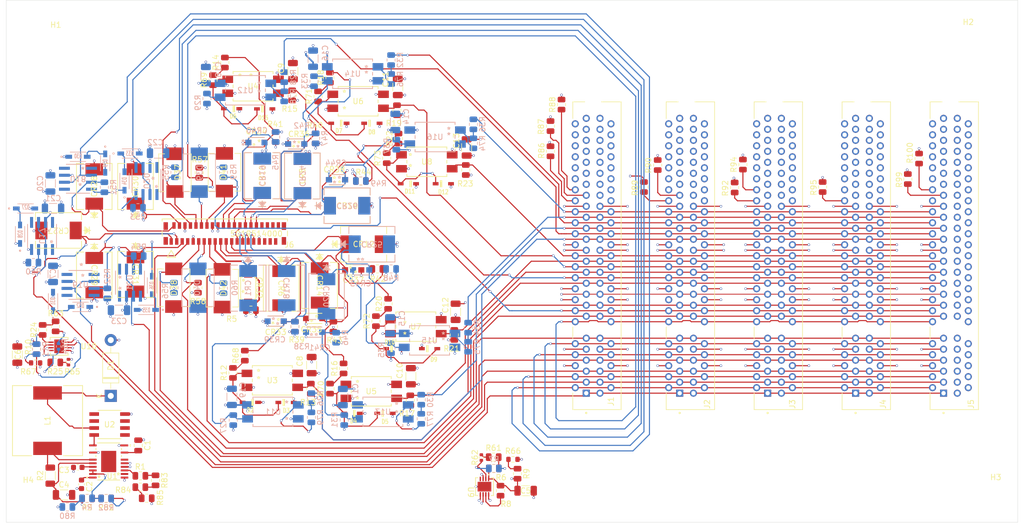
<source format=kicad_pcb>
(kicad_pcb (version 20240108) (generator "pcbnew") (generator_version "8.0")
  (layers (0 "F.Cu" signal) (1 "In1.Cu" signal) (2 "In2.Cu" signal) (31 "B.Cu" signal) (34 "B.Paste" user) (35 "F.Paste" user) (36 "B.SilkS" user "B.Silkscreen") (37 "F.SilkS" user "F.Silkscreen") (38 "B.Mask" user) (39 "F.Mask" user) (44 "Edge.Cuts" user))
  (net 0 "")
  (net 1 "GND")
  (net 2 "Net-(U1-ITH)")
  (net 3 "Net-(D1-K)")
  (net 4 "Net-(U1-SENSE+)")
  (net 5 "BPOW")
  (net 6 "A429-")
  (net 7 "A429+")
  (net 8 "SOUT1")
  (net 9 "SOUT2")
  (net 10 "SIN1")
  (net 11 "28V_REF")
  (net 12 "Net-(U1-TRACK{slash}SS)")
  (net 13 "Net-(U1-GATE)")
  (net 15 "Net-(U1-PGUV)")
  (net 16 "Net-(U1-CAP)")
  (net 17 "Net-(U1-FREQ)")
  (net 20 "SIN2")
  (net 26 "Net-(U9-SENSE{slash}ADJ)")
  (net 27 "Net-(U9-PG)")
  (net 29 "Net-(U10-SENSE{slash}ADJ)")
  (net 31 "Net-(U10-PG)")
  (net 32 "Net-(R26-Pad1)")
  (net 33 "Net-(R28-Pad1)")
  (net 34 "Net-(R30-Pad1)")
  (net 35 "Net-(R32-Pad1)")
  (net 36 "Net-(R34-Pad1)")
  (net 37 "Net-(R36-Pad1)")
  (net 38 "DI1")
  (net 39 "DI2")
  (net 40 "DI3")
  (net 41 "DI4")
  (net 42 "DI5")
  (net 43 "DI6")
  (net 44 "DO1")
  (net 45 "Net-(D2-PadA)")
  (net 46 "Net-(D4-PadA)")
  (net 47 "Net-(D15-PadC)")
  (net 48 "Net-(D7-PadA)")
  (net 49 "Net-(D10-PadC)")
  (net 50 "Net-(D11-PadA)")
  (net 53 "DO6")
  (net 61 "DO2")
  (net 62 "DO3")
  (net 63 "DO4")
  (net 64 "DO5")
  (net 65 "3V3")
  (net 72 "DSI1")
  (net 79 "CANHI")
  (net 88 "DSI3")
  (net 90 "Net-(J1-PadA34)")
  (net 92 "DAC_OUT")
  (net 93 "Net-(J1-PadA36)")
  (net 95 "Net-(J1-PadA35)")
  (net 99 "DSI5")
  (net 100 "CANLO")
  (net 104 "TD-IN")
  (net 114 "DSI2")
  (net 124 "DSI6")
  (net 126 "RTD-IN")
  (net 129 "Net-(J2-PadA35)")
  (net 132 "DSI4")
  (net 151 "Net-(J2-PadA34)")
  (net 153 "Net-(J3-PadA34)")
  (net 162 "Net-(J3-PadA36)")
  (net 191 "Net-(J4-PadA34)")
  (net 203 "Net-(J5-PadA36)")
  (net 215 "Net-(J5-PadA35)")
  (net 219 "TD+IN")
  (net 220 "RTD+IN")
  (net 270 "DOFB1")
  (net 271 "DOFB2")
  (net 272 "DOFB3")
  (net 273 "DOFB4")
  (net 274 "DOFB5")
  (net 275 "DOFB6")
  (net 276 "5.5V")
  (net 277 "Net-(U17-+INA)")
  (net 278 "Net-(U18-+INA)")
  (net 279 "Net-(U19-+INA)")
  (net 280 "Net-(U20-+INA)")
  (net 281 "Net-(U21-+INA)")
  (net 282 "Net-(D27-PadC)")
  (net 283 "Net-(D29-PadC)")
  (net 284 "Net-(D31-PadC)")
  (net 285 "Net-(D33-PadC)")
  (net 286 "Net-(D35-PadC)")
  (net 302 "Net-(R1-Pad2)")
  (net 303 "Net-(R3-Pad1)")
  (net 304 "Net-(R4-Pad1)")
  (net 305 "Net-(R6-Pad1)")
  (net 306 "Net-(R66-Pad2)")
  (net 307 "Net-(R11-Pad1)")
  (net 308 "Net-(R12-Pad2)")
  (net 309 "Net-(R14-Pad1)")
  (net 310 "Net-(R16-Pad1)")
  (net 311 "Net-(R18-Pad1)")
  (net 312 "Net-(R20-Pad1)")
  (net 313 "Net-(R22-Pad1)")
  (net 314 "Net-(R24-Pad1)")
  (net 315 "Net-(R25-Pad1)")
  (net 316 "Net-(R61-Pad1)")
  (net 317 "Net-(R63-Pad1)")
  (net 318 "Net-(R74-Pad1)")
  (net 319 "Net-(R75-Pad1)")
  (net 320 "Net-(R76-Pad1)")
  (net 321 "Net-(R77-Pad1)")
  (net 322 "Net-(R78-Pad1)")
  (net 323 "Net-(R79-Pad1)")
  (net 324 "Net-(R81-Pad1)")
  (net 325 "Net-(R83-Pad2)")
  (net 326 "Net-(R84-Pad2)")
  (footprint "Resistor_SMD:R_0805_2012Metric" (layer "F.Cu") (at 202.000001 68.399999 90)
    (property "Reference" "R41")
    (property "Value" "1K")
  )
  (footprint "Resistor_SMD:R_0805_2012Metric" (layer "F.Cu") (at 209.711335 61.008329 90)
    (property "Reference" "R71")
    (property "Value" "2k")
  )
  (footprint "SDII Lib:ISP817SM_ISO" (layer "F.Cu") (at 217.000001 61.899999)
    (property "Reference" "U6")
    (property "Value" "ISP817CXSM")
  )
  (footprint "Capacitor_SMD:C_1206_3216Metric" (layer "F.Cu") (at 226.597292 111.914347 90)
    (property "Reference" "C10")
    (property "Value" "10u")
  )
  (footprint "Resistor_SMD:R_1206_3216Metric" (layer "F.Cu") (at 161 130 90)
    (property "Reference" "R2")
    (property "Value" "20m")
  )
  (footprint "Resistor_SMD:R_0805_2012Metric" (layer "F.Cu") (at 317 76.05 -90)
    (property "Reference" "R99")
    (property "Value" "1k")
  )
  (footprint "SDII Lib:SMDJ6_0CA" (layer "F.Cu") (at 183.455001 95.812499 90)
    (property "Reference" "D38")
    (property "Value" "SMDJ60CA")
  )
  (footprint "Resistor_SMD:R_0805_2012Metric" (layer "F.Cu") (at 205.500001 102.899999 90)
    (property "Reference" "R39")
    (property "Value" "1K")
  )
  (footprint "Capacitor_SMD:C_1206_3216Metric" (layer "F.Cu") (at 208.542967 109.894992 90)
    (property "Reference" "C8")
    (property "Value" "10u")
  )
  (footprint "SDII Lib:ISP817SM_ISO" (layer "F.Cu") (at 219.389901 114.669999)
    (property "Reference" "U5")
    (property "Value" "ISP817CXSM")
  )
  (footprint "SDII Lib:1N4148WS" (layer "F.Cu") (at 219.500001 65.899999)
    (property "Reference" "D8")
    (property "Value" "1N4148WS")
  )
  (footprint "SDII Lib:1N4148WS" (layer "F.Cu") (at 215.889901 118.669999 180)
    (property "Reference" "D4")
    (property "Value" "1N4148WS")
  )
  (footprint "SDII Lib:SMDJ6_0A" (layer "F.Cu") (at 176.500001 93.399999 -90)
    (property "Reference" "CR31")
    (property "Value" "SMDJ6.0A")
  )
  (footprint "Resistor_SMD:R_0805_2012Metric" (layer "F.Cu") (at 287 73.4125 -90)
    (property "Reference" "R94")
    (property "Value" "1k")
  )
  (footprint "SDII Lib:SMDJ6_0CA" (layer "F.Cu") (at 192.680001 74.812499 -90)
    (property "Reference" "D41")
    (property "Value" "SMDJ60CA")
  )
  (footprint "Resistor_SMD:R_0805_2012Metric" (layer "F.Cu") (at 211.867313 57.597963 90)
    (property "Reference" "R18")
    (property "Value" "3k")
  )
  (footprint "Resistor_SMD:R_0805_2012Metric" (layer "F.Cu") (at 197.500001 99.899999)
    (property "Reference" "R5")
    (property "Value" "10K")
  )
  (footprint "Resistor_SMD:R_0805_2012Metric" (layer "F.Cu") (at 208.398193 114.169999 90)
    (property "Reference" "R13")
    (property "Value" "1k")
  )
  (footprint "Capacitor_SMD:C_0805_2012Metric" (layer "F.Cu") (at 177 124.5 -90)
    (property "Reference" "C1")
    (property "Value" ".47u")
  )
  (footprint "SDII Lib:1N4148WS" (layer "F.Cu") (at 226.141189 76.899999 180)
    (property "Reference" "D11")
    (property "Value" "1N4148WS")
  )
  (footprint "SDII Lib:1N4148WS" (layer "F.Cu") (at 221.889901 118.669999)
    (property "Reference" "D5")
    (property "Value" "1N4148WS")
  )
  (footprint "Resistor_SMD:R_0805_2012Metric" (layer "F.Cu") (at 158.5 106.99 90)
    (property "Reference" "R10")
    (property "Value" "100k")
  )
  (footprint "SDII Lib:ISP817SM_ISO" (layer "F.Cu") (at 227.500001 102.899999)
    (property "Reference" "U7")
    (property "Value" "ISP817CXSM")
  )
  (footprint "Resistor_SMD:R_0805_2012Metric" (layer "F.Cu") (at 220.236831 101.895389 90)
    (property "Reference" "R72")
    (property "Value" "2k")
  )
  (footprint "Resistor_SMD:R_0805_2012Metric" (layer "F.Cu") (at 236.584515 74.399999 90)
    (property "Reference" "R23")
    (property "Value" "1k")
  )
  (footprint "Capacitor_SMD:C_1206_3216Metric" (layer "F.Cu") (at 163.5 133.5)
    (property "Reference" "C4")
    (property "Value" "33u")
  )
  (footprint "SDII Lib:PCI_Express_Card" (layer "F.Cu") (at 324.75 103.35 90)
    (property "Reference" "J5")
    (property "Value" "10018783-10202TLF")
  )
  (footprint "SDII Lib:SMDJ33A" (layer "F.Cu") (at 215.000001 80.899999)
    (property "Reference" "CR16")
    (property "Value" "SMDJ33A")
  )
  (footprint "SDII Lib:PCI_Express_Card" (layer "F.Cu") (at 259.75 103.35 90)
    (property "Reference" "J1")
    (property "Value" "10018783-10202TLF")
  )
  (footprint "Resistor_SMD:R_0805_2012Metric" (layer "F.Cu") (at 246 129.648114 -90)
    (property "Reference" "R9")
    (property "Value" "10")
  )
  (footprint "Resistor_SMD:R_0805_2012Metric" (layer "F.Cu") (at 212.500001 102.899999 90)
    (property "Reference" "R43")
    (property "Value" "1K")
  )
  (footprint "Resistor_SMD:R_0805_2012Metric" (layer "F.Cu") (at 222.457986 98.739011 90)
    (property "Reference" "R20")
    (property "Value" "3k")
  )
  (footprint "Resistor_SMD:R_0805_2012Metric" (layer "F.Cu") (at 319.047203 72.318105 -90)
    (property "Reference" "R100")
    (property "Value" "1k")
  )
  (footprint "SDII Lib:1N4148WS" (layer "F.Cu") (at 232.500001 76.899999)
    (property "Reference" "D12")
    (property "Value" "1N4148WS")
  )
  (footprint "SDII Lib:RBR1MM60ATFTR(new_VR_diode)" (layer "F.Cu") (at 209.000001 101.399999 180)
    (property "Reference" "CR35")
    (property "Value" "RBR1MM60ATFTR")
  )
  (footprint "Capacitor_SMD:C_1206_3216Metric" (layer "F.Cu") (at 224.215188 59.294455 90)
    (property "Reference" "C11")
    (property "Value" "10u")
  )
  (footprint "Capacitor_SMD:C_0603_1608Metric" (layer "F.Cu") (at 166 128.5 180)
    (property "Reference" "C3")
    (property "Value" "3.3n")
  )
  (footprint "Resistor_SMD:R_0805_2012Metric" (layer "F.Cu") (at 254 62.5 -90)
    (property "Reference" "R88")
    (property "Value" "1k")
  )
  (footprint "SDII Lib:SMDJ33A" (layer "F.Cu") (at 203.000001 95.899999 -90)
    (property "Reference" "CR6")
    (property "Value" "SMDJ33A")
  )
  (footprint "SDII Lib:SMDJ6_0CA" (layer "F.Cu") (at 192.275001 95.899999 90)
    (property "Reference" "D42")
    (property "Value" "SMDJ60CA")
  )
  (footprint "SDII Lib:RF201LAM2STR(new_POW_diode)" (layer "F.Cu") (at 197.000001 95.899999 -90)
    (property "Reference" "CR32")
    (property "Value" "RF201LAM2STR")
  )
  (footprint "MountingHole:MountingHole_3.2mm_M3" (layer "F.Cu") (at 157.5 48)
    (property "Reference" "H1")
    (property "Value" "MountingHole")
  )
  (footprint "SDII Lib:PCI_Express_Card" (layer "F.Cu") (at 276.75 103.35 90)
    (property "Reference" "J2")
    (property "Value" "10018783-10202TLF")
  )
  (footprint "Resistor_SMD:R_0805_2012Metric" (layer "F.Cu") (at 226.490068 116.306107 90)
    (property "Reference" "R17")
    (property "Value" "1k")
  )
  (footprint "Resistor_SMD:R_0805_2012Metric" (layer "F.Cu") (at 187.860404 95.814397 90)
    (property "Reference" "R58")
    (property "Value" "10K")
  )
  (footprint "SDII Lib:SMDJ6_0A" (layer "F.Cu") (at 162.500001 85.399999 180)
    (property "Reference" "CR27")
    (property "Value" "SMDJ6.0A")
  )
  (footprint "Resistor_SMD:R_0805_2012Metric" (layer "F.Cu") (at 177.387733 130.034219)
    (property "Reference" "R1")
    (property "Value" "30k")
  )
  (footprint "SDII Lib:PCI_Express_Card" (layer "F.Cu") (at 308.75 103.35 90)
    (property "Reference" "J4")
    (property "Value" "10018783-10202TLF")
  )
  (footprint "Resistor_SMD:R_0805_2012Metric" (layer "F.Cu") (at 220.500001 92.399999)
    (property "Reference" "R42")
    (property "Value" "1K")
  )
  (footprint "Capacitor_SMD:C_0603_1608Metric" (layer "F.Cu") (at 166.679446 131.580561 -90)
    (property "Reference" "C2")
    (property "Value" "0.1u")
  )
  (footprint "MountingHole:MountingHole_3.2mm_M3" (layer "F.Cu") (at 333 134.5)
    (property "Reference" "H3")
    (property "Value" "MountingHole")
  )
  (footprint "SDII Lib:ISP817SM_ISO" (layer "F.Cu") (at 201.389901 112.669999)
    (property "Reference" "U3")
    (property "Value" "ISP817CXSM")
  )
  (footprint "Capacitor_SMD:C_1206_3216Metric" (layer "F.Cu") (at 205.133387 56.420899 90)
    (property "Reference" "C9")
    (property "Value" "10u")
  )
  (footprint "Resistor_SMD:R_0805_2012Metric" (layer "F.Cu") (at 252 71 -90)
    (property "Reference" "R86")
    (property "Value" "1k")
  )
  (footprint "Resistor_SMD:R_0805_2012Metric" (layer "F.Cu") (at 252 66.4125 -90)
    (property "Reference" "R87")
    (property "Value" "1k")
  )
  (footprint "Resistor_SMD:R_0603_1608Metric" (layer "F.Cu") (at 158.325 109.49 180)
    (property "Reference" "R67")
    (property "Value" "2")
  )
  (footprint "SDII Lib:PCI_Express_Card" (layer "F.Cu") (at 292.75 103.35 90)
    (property "Reference" "J3")
    (property "Value" "10018783-10202TLF")
  )
  (footprint "Resistor_SMD:R_0805_2012Metric" (layer "F.Cu") (at 161.969597 102.843645 90)
    (property "Reference" "R63")
    (property "Value" "2.2k")
  )
  (footprint "Resistor_SMD:R_0402_1005Metric" (layer "F.Cu") (at 239.420009 126.709212 90)
    (property "Reference" "R62")
    (property "Value" "200")
  )
  (footprint "SDII Lib:RBR1MM60ATFTR(new_VR_diode)" (layer "F.Cu") (at 213.157704 76.168159)
    (property "Reference" "CR38")
    (property "Value" "RBR1MM60ATFTR")
  )
  (footprint "MountingHole:MountingHole_3.2mm_M3" (layer "F.Cu") (at 157 135)
    (property "Reference" "H4")
    (property "Value" "MountingHole")
  )
  (footprint "Resistor_SMD:R_0805_2012Metric" (layer "F.Cu") (at 234.498985 104.399999 90)
    (property "Reference" "R21")
    (property "Value" "1k")
  )
  (footprint "Resistor_SMD:R_0805_2012Metric" (layer "F.Cu") (at 224.348678 68.682844 90)
    (property "Reference" "R22")
    (property "Value" "3k")
  )
  (footprint "SDII Lib:SOIC8_751EB_FAS" (layer "F.Cu") (at 171.784157 120.703145)
    (property "Reference" "U2")
    (property "Value" "FDS4435A")
  )
  (footprint "SDII Lib:BP_Connector" (layer "F.Cu") (at 192.749977 85.95)
    (property "Reference" "J6")
    (property "Value" "5019514000")
  )
  (footprint "Resistor_SMD:R_0805_2012Metric" (layer "F.Cu") (at 211.889901 114.169999 90)
    (property "Reference" "R70")
    (property "Value" "2k")
  )
  (footprint "SDII Lib:1N4148WS" (layer "F.Cu") (at 203.889901 116.687898)
    (property "Reference" "D3")
    (property "Value" "1N4148WS")
  )
  (footprint "Resistor_SMD:R_0805_2012Metric" (layer "F.Cu") (at 241.660478 126.637384)
    (property "Reference" "R61")
    (property "Value" "2.2k")
  )
  (footprint "SDII Lib:1N4148WS" (layer "F.Cu") (at 213.500001 65.899999 180)
    (property "Reference" "D7")
    (property "Value" "1N4148WS")
  )
  (footprint "SDII Lib:1N4148WS" (layer "F.Cu") (at 223.500001 106.899999)
    (property "Reference" "D10")
    (property "Value" "1N4148WS")
  )
  (footprint "Resistor_SMD:R_0805_2012Metric" (layer "F.Cu") (at 224.064449 63.529023 90)
    (property "Reference" "R19")
    (property "Value" "1k")
  )
  (footprint "Resistor_SMD:R_0805_2012Metric" (layer "F.Cu") (at 161.910634 109.40252 180)
    (property "Reference" "R25")
    (property "Value" "4.7k")
  )
  (footprint "Resistor_SMD:R_0805_2012Metric" (layer "F.Cu") (at 269 77.5 -90)
    (property "Reference" "R89")
    (property "Value" "1k")
  )
  (footprint "SDII Lib:ISP817SM_ISO" (layer "F.Cu") (at 197.889901 59.169999)
    (property "Reference" "U4")
    (property "Value" "ISP817CXSM")
  )
  (footprint "Resistor_SMD:R_0603_1608Metric" (layer "F.Cu") (at 245.169833 127.03886 180)
    (property "Reference" "R66")
    (property "Value" "2")
  )
  (footprint "Resistor_SMD:R_0805_2012Metric" (layer "F.Cu") (at 209.273998 68.643862 90)
    (property "Reference" "R40")
    (property "Value" "1K")
  )
  (footprint "Resistor_SMD:R_0805_2012Metric" (layer "F.Cu") (at 171.159624 134.143895 180)
    (property "Reference" "R81")
    (property "Value" "200k")
  )
  (footprint "SDII Lib:RBR1MM60ATFTR(new_VR_diode)" (layer "F.Cu") (at 205.738842 69.679018 180)
    (property "Reference" "CR36")
    (property "Value" "RBR1MM60ATFTR")
  )
  (footprint "Capacitor_SMD:C_1206_3216Metric" (layer "F.Cu") (at 236.740386 70.296762 90)
    (property "Reference" "C13")
    (property "Value" "10u")
  )
  (footprint "Capacitor_SMD:C_1206_3216Metric" (layer "F.Cu") (at 155 107.99 90)
    (property "Reference" "C6")
    (property "Value" "22u")
  )
  (footprint "SDII Lib:TSSOP20-EP_4P4X6P5_ADI" (layer "F.Cu") (at 171.62345 127.424998)
    (property "Reference" "U1")
    (property "Value" "LTC3894EFE-PBF")
  )
  (footprint "Capacitor_SMD:C_1206_3216Metric" (layer "F.Cu") (at 234.732791 100.197058 90)
    (property "Reference" "C12")
    (property "Value" "10u")
  )
  (footprint "SDII Lib:SMDJ33A" (layer "F.Cu") (at 206.867193 75.493194 90)
    (property "Reference" "CR8")
    (property "Value" "SMDJ33A")
  )
  (footprint "SDII Lib:SMDJ33A" (layer "F.Cu") (at 199.550415 75.450538 90)
    (property "Reference" "CR10")
    (property "Value" "SMDJ33A")
  )
  (footprint "Capacitor_SMD:C_1206_3216Metric" (layer "F.Cu") (at 247.473932 132.745486 180)
    (property "Reference" "C5")
    (property "Value" "22u")
  )
  (footprint "Resistor_SMD:R_0805_2012Metric" (layer "F.Cu") (at 177.382161 132.095083 180)
    (property "Reference" "R84")
    (property "Value" "2k")
  )
  (footprint "SDII Lib:RBR1MM60ATFTR(new_VR_diode)" (layer "F.Cu") (at 216.108571 92.580801)
    (property "Reference" "CR37")
    (property "Value" "RBR1MM60ATFTR")
  )
  (footprint "Resistor_SMD:R_0805_2012Metric" (layer "F.Cu") (at 159.610467 103.49386 -90)
    (property "Reference" "R24")
    (property "Value" "15k")
  )
  (footprint "SDII Lib:1N4148WS" (layer "F.Cu") (at 193.984042 63.241426 180)
    (property "Reference" "D6")
    (property "Value" "1N4148WS")
  )
  (footprint "Resistor_SMD:R_0805_2012Metric" (layer "F.Cu") (at 190.611385 58.055966 90)
    (property "Reference" "R69")
    (property "Value" "2k")
  )
  (footprint "Resistor_SMD:R_0402_1005Metric" (layer "F.Cu") (at 164.298543 109.358213 -90)
    (property "Reference" "R65")
    (property "Value" "200")
  )
  (footprint "Resistor_SMD:R_0805_2012Metric" (layer "F.Cu") (at 194.231306 111.312559 90)
    (property "Reference" "R12")
    (property "Value" "2k")
  )
  (footprint "MountingHole:MountingHole_3.2mm_M3" (layer "F.Cu") (at 333 47.5)
    (property "Reference" "H2")
    (property "Value" "MountingHole")
  )
  (footprint "SDII Lib:1N4148WS" (layer "F.Cu") (at 200.000001 63.283584)
    (property "Reference" "D15")
    (property "Value" "1N4148WS")
  )
  (footprint "SDII Lib:RBR1MM60ATFTR(new_VR_diode)" (layer "F.Cu") (at 202.000001 101.899999 180)
    (property "Reference" "CR33")
    (property "Value" "RBR1MM60ATFTR")
  )
  (footprint "Resistor_SMD:R_0805_2012Metric" (layer "F.Cu") (at 241.680529 128.679815 180)
    (property "Reference" "R6")
    (property "Value" "15k")
  )
  (footprint "Resistor_SMD:R_0805_2012Metric" (layer "F.Cu") (at 214.353234 110.499183 90)
    (property "Reference" "R16")
    (property "Value" "3k")
  )
  (footprint "Resistor_SMD:R_0805_2012Metric" (layer "F.Cu") (at 188.099616 74.894622 -90)
    (property "Reference" "R57")
    (property "Value" "10K")
  )
  (footprint "SDII Lib:IND_1210-WE-PD_WRE" (layer "F.Cu") (at 160.5 120 90)
    (property "Reference" "L1")
    (property "Value" "22u")
  )
  (footprint "Resistor_SMD:R_0805_2012Metric" (layer "F.Cu") (at 217.500001 76.399999)
    (property "Reference" "R44")
    (property "Value" "1K")
  )
  (footprint "SDII Lib:ISP817SM_ISO" (layer "F.Cu") (at 229.500001 72.899999)
    (property "Reference" "U8")
    (property "Value" "ISP817CXSM")
  )
  (footprint "Resistor_SMD:R_0805_2012Metric" (layer "F.Cu") (at 301.5 77.5 -90)
    (property "Reference" "R95")
    (property "Value" "1k")
  )
  (footprint "SDII Lib:SMDJ33A" (layer "F.Cu") (at 210.000001 95.399999 -90)
    (property "Reference" "CR14")
    (property "Value" "SMDJ33A")
  )
  (footprint "SDII Lib:SMDJ6_0A" (layer "F.Cu") (at 176.500001 77.399999 90)
    (property "Reference" "CR30")
    (property "Value" "SMDJ6.0A")
  )
  (footprint "Resistor_SMD:R_0805_2012Metric" (layer "F.Cu") (at 271.5 73.5 -90)
    (property "Reference" "R90")
    (property "Value" "1k")
  )
  (footprint "Resistor_SMD:R_0805_2012Metric" (layer "F.Cu") (at 205.000001 60.812499 90)
    (property "Reference" "R15")
    (property "Value" "1k")
  )
  (footprint "SDII Lib:1N4148WS" (layer "F.Cu") (at 230.000001 106.899999)
    (property "Reference" "D9")
    (property "Value" "1N4148WS")
  )
  (footprint "Diode_THT:D_DO-41_SOD81_P10.16mm_Horizontal" (layer "F.Cu") (at 172 115.5 90)
    (property "Reference" "D1")
    (property "Value" "1N5818")
  )
  (footprint "Resistor_SMD:R_0805_2012Metric" (layer "F.Cu") (at 178.539966 134.112178)
    (property "Reference" "R85")
    (property "Value" "1.5k")
  )
  (footprint "SDII Lib:SMDJ6_0CA" (layer "F.Cu") (at 183.680001 74.882499 -90)
    (property "Reference" "D37")
    (property "Value" "SMDJ60CA")
  )
  (footprint "SDII Lib:CP_8_5_ADI" (layer "F.Cu") (at 239.984259 132.005362 -90)
    (property "Reference" "U9")
    (property "Value" "ADP7104ACPZ-R7")
  )
  (footprint "SDII Lib:SMDJ6_0A" (layer "F.Cu") (at 169 77.399999 90)
    (property "Reference" "CR28")
    (property "Value" "SMDJ6.0A")
  )
  (footprint "Resistor_SMD:R_0805_2012Metric" (layer "F.Cu") (at 196.389901 108.169999 90)
    (property "Reference" "R68")
    (property "Value" "3k")
  )
  (footprint "Resistor_SMD:R_0805_2012Metric" (layer "F.Cu") (at 222.205458 72.245144 90)
    (property "Reference" "R73")
    (property "Value" "2k")
  )
  (footprint "Resistor_SMD:R_0805_2012Metric" (layer "F.Cu") (at 180.146398 130.861235 -90)
    (property "Reference" "R83")
    (property "Value" "3k")
  )
  (footprint "SDII Lib:1N4148WS" (layer "F.Cu") (at 197.389901 116.669999 180)
    (property "Reference" "D2")
    (property "Value" "1N4148WS")
  )
  (footprint "SDII Lib:SMDJ6_0A" (layer "F.Cu") (at 169.000001 93.524199 -90)
    (property "Reference" "CR29")
    (property "Value" "SMDJ6.0A")
  )
  (footprint "Resistor_SMD:R_0805_2012Metric" (layer "F.Cu") (at 167.700253 134.143118 180)
    (property "Reference" "R3")
    (property "Value" "200k")
  )
  (footprint "Resistor_SMD:R_0805_2012Metric" (layer "F.Cu") (at 242.90596 132.737921 90)
    (property "Reference" "R8")
    (property "Value" "100k")
  )
  (footprint "SDII Lib:RBR1MM60ATFTR(new_VR_diode)" (layer "F.Cu") (at 198.500001 69.399999 180)
    (property "Reference" "CR34")
    (property "Value" "RBR1MM60ATFTR")
  )
  (footprint "SDII Lib:SMDJ33A" (layer "F.Cu") (at 218.000001 87.899999)
    (property "Reference" "CR12")
    (property "Value" "SMDJ33A")
  )
  (footprint "SDII Lib:CP_8_5_ADI" (layer "F.Cu") (at 162.608857 106.477513)
    (property "Reference" "U10")
    (property "Value" "ADP7104ACPZ-R7")
  )
  (footprint "Resistor_SMD:R_0805_2012Metric" (layer "F.Cu") (at 192.761454 54.851942 90)
    (property "Reference" "R14")
    (property "Value" "3k")
  )
  (footprint "Resistor_SMD:R_0805_2012Metric" (layer "F.Cu") (at 285.5 77.5875 -90)
    (property "Reference" "R92")
    (property "Value" "1k")
  )
  (footprint "SDII Lib:ISP817SM_ISO" (layer "B.Cu") (at 196.500001 59.899999 180)
    (property "Reference" "U12")
    (property "Value" "ISP817CXSM")
  )
  (footprint "Resistor_SMD:R_0805_2012Metric" (layer "B.Cu") (at 237.963098 69.542499 90)
    (property "Reference" "R74")
    (property "Value" "2k")
  )
  (footprint "Resistor_SMD:R_0805_2012Metric" (layer "B.Cu") (at 217.500001 76.399999)
    (property "Reference" "R49")
    (property "Value" "1K")
  )
  (footprint "SDII Lib:SMDJ6_0CA" (layer "B.Cu") (at 187.860404 95.814397 90)
    (property "Reference" "D40")
    (property "Value" "SMDJ60CA")
  )
  (footprint "Capacitor_SMD:C_1206_3216Metric" (layer "B.Cu") (at 222.824034 102.666695 90)
    (property "Reference" "C15")
    (property "Value" "10u")
  )
  (footprint "Resistor_SMD:R_0805_2012Metric" (layer "B.Cu") (at 157.935028 91.24466)
    (property "Reference" "R50")
    (property "Value" "100K")
  )
  (footprint "Resistor_SMD:R_0805_2012Metric" (layer "B.Cu") (at 237.009453 106.550044 90)
    (property "Reference" "R75")
    (property "Value" "2k")
  )
  (footprint "SDII Lib:1N5819" (layer "B.Cu") (at 174.500001 76.399999 90)
    (property "Reference" "D34")
    (property "Value" "1N5819HW-7-F")
  )
  (footprint "SDII Lib:OP191" (layer "B.Cu") (at 159.500001 86.399999 90)
    (property "Reference" "U17")
    (property "Value" "OP191GSZ-REEL7")
  )
  (footprint "SDII Lib:1N5819" (layer "B.Cu") (at 170.992247 73.147096 -90)
    (property "Reference" "D29")
    (property "Value" "1N5819HW-7-F")
  )
  (footprint "Resistor_SMD:R_0805_2012Metric" (layer "B.Cu") (at 223.000001 54.399999 90)
    (property "Reference" "R32")
    (property "Value" "3k")
  )
  (footprint "Resistor_SMD:R_0805_2012Metric" (layer "B.Cu") (at 222.975069 106.805759 90)
    (property "Reference" "R35")
    (property "Value" "1k")
  )
  (footprint "SDII Lib:ISP817SM_ISO" (layer "B.Cu") (at 231.000001 68.399999 180)
    (property "Reference" "U16")
    (property "Value" "ISP817CXSM")
  )
  (footprint "Resistor_SMD:R_0805_2012Metric" (layer "B.Cu") (at 205.500001 102.899999 90)
    (property "Reference" "R38")
    (property "Value" "1K")
  )
  (footprint "Resistor_SMD:R_0805_2012Metric" (layer "B.Cu") (at 223.000001 92.399999)
    (property "Reference" "R48")
    (property "Value" "1K")
  )
  (footprint "Resistor_SMD:R_0805_2012Metric" (layer "B.Cu") (at 202.000001 68.399999 -90)
    (property "Reference" "R45")
    (property "Value" "1K")
  )
  (footprint "Resistor_SMD:R_0805_2012Metric" (layer "B.Cu") (at 209.270325 68.646457 90)
    (property "Reference" "R47")
    (property "Value" "1K")
  )
  (footprint "SDII Lib:1N5819" (layer "B.Cu") (at 155.500001 86.079999 90)
    (property "Reference" "D28")
    (property "Value" "1N5819HW-7-F")
  )
  (footprint "Capacitor_SMD:C_1206_3216Metric" (layer "B.Cu") (at 180.610286 71.345528)
    (property "Reference" "C22")
    (property "Value" "10u")
  )
  (footprint "Resistor_SMD:R_0805_2012Metric" (layer "B.Cu") (at 158.5 106.99 90)
    (property "Reference" "R11")
    (property "Value" "10")
  )
  (footprint "SDII Lib:OP191" (layer "B.Cu") (at 175.500001 94.899999 -90)
    (property "Reference" "U21")
    (property "Value" "OP191GSZ-REEL7")
  )
  (footprint "Resistor_SMD:R_0805_2012Metric" (layer "B.Cu") (at 183.680001 74.812499 -90)
    (property "Reference" "R55")
    (property "Value" "10K")
  )
  (footprint "Resistor_SMD:R_0805_2012Metric" (layer "B.Cu") (at 170.837129 77.541975 90)
    (property "Reference" "R51")
    (property "Value" "100K")
  )
  (footprint "SDII Lib:SMDJ33A" (layer "B.Cu") (at 219.500001 87.899999)
    (property "Reference" "CR25")
    (property "Value" "SMDJ33A")
  )
  (footprint "Resistor_SMD:R_0805_2012Metric" (layer "B.Cu") (at 213.000001 104.899999 90)
    (property "Reference" "R46")
    (property "Value" "1K")
  )
  (footprint "SDII Lib:1N5819" (layer "B.Cu") (at 175.500001 71.399999)
    (property "Reference" "D33")
    (property "Value" "1N5819HW-7-F")
  )
  (footprint "SDII Lib:1N5819" (layer "B.Cu") (at 166.036201 71.994999)
    (property "Reference" "D30")
    (property "Value" "1N5819HW-7-F")
  )
  (footprint "SDII Lib:OP191" (layer "B.Cu") (at 166.500001 95.304999 180)
    (property "Reference" "U19")
    (property "Value" "OP191GSZ-REEL7")
  )
  (footprint "Capacitor_SMD:C_1206_3216Metric" (layer "B.Cu") (at 161.500001 93.304999 90)
    (property "Reference" "C7")
    (property "Value" "10u")
  )
  (footprint "Resistor_SMD:R_0805_2012Metric" (layer "B.Cu") (at 228.481375 119.660755 90)
    (property "Reference" "R77")
    (property "Value" "2k")
  )
  (footprint "SDII Lib:SMDJ33A" (layer "B.Cu") (at 199.558728 75.441943 90)
    (property "Reference" "CR19")
    (property "Value" "SMDJ33A")
  )
  (footprint "Resistor_SMD:R_0805_2012Metric" (layer "B.Cu") (at 171.161988 134.152359)
    (property "Reference" "R82")
    (property "Value" "22k")
  )
  (footprint "Capacitor_SMD:C_1206_3216Metric" (layer "B.Cu") (at 208.805649 54.147331 90)
    (property "Reference" "C16")
    (property "Value" "10u")
  )
  (footprint "Resistor_SMD:R_0805_2012Metric" (layer "B.Cu") (at 237.018451 103.079657 90)
    (property "Reference" "R34")
    (property "Value" "3k")
  )
  (footprint "SDII Lib:OP191" (layer "B.Cu") (at 166.036201 75.994999 180)
    (property "Reference" "U18")
    (property "Value" "OP191GSZ-REEL7")
  )
  (footprint "SDII Lib:SMDJ33A" (layer "B.Cu") (at 206.85347 75.491356 90)
    (property "Reference" "CR24")
    (property "Value" "SMDJ33A")
  )
  (footprint "Capacitor_SMD:C_1206_3216Metric" (layer "B.Cu") (at 161.021549 76.842903 -90)
    (property "Reference" "C20")
    (property "Value" "10u")
  )
  (footprint "SDII Lib:1N5819" (layer "B.Cu") (at 161.500001 98.304999 90)
    (property "Reference" "D31")
    (property "Value" "1N5819HW-7-F")
  )
  (footprint "SDII Lib:RBR1MM60ATFTR(new_VR_diode)" (layer "B.Cu") (at 217.557166 92.571494 180)
    (property "Reference" "CR43")
    (property "Value" "RBR1MM60ATFTR")
  )
  (footprint "Resistor_SMD:R_0805_2012Metric" (layer "B.Cu") (at 177.07526 90.063992 180)
    (property "Reference" "R54")
    (property "Value" "100K")
  )
  (footprint "SDII Lib:RBR1MM60ATFTR(new_VR_diode)" (layer "B.Cu") (at 213.161366 76.16955 180)
    (property "Reference" "CR44")
    (property "Value" "RBR1MM60ATFTR")
  )
  (footprint "Resistor_SMD:R_0805_2012Metric" (layer "B.Cu") (at 228.481375 116.181588 90)
    (property "Reference" "R30")
    (property "Value" "3k")
  )
  (footprint "Resistor_SMD:R_0805_2012Metric" (layer "B.Cu") (at 203.557327 57.512995 90)
    (property "Reference" "R28")
    (property "Value" "3k")
  )
  (footprint "SDII Lib:SMDJ85A" (layer "B.Cu") (at 197.000001 95.899999 -90)
    (property "Reference" "CR1")
    (property "Value" "SMDJ85A")
  )
  (footprint "SDII Lib:SMDJ6_0CA" (layer "B.Cu") (at 188.099616 74.894622 -90)
    (property "Reference" "D39")
    (property "Value" "SMDJ60CA")
  )
  (footprint "SDII Lib:SMDJ33A" (layer "B.Cu") (at 215.000001 80.899999)
    (property "Reference" "CR26")
    (property "Value" "SMDJ33A")
  )
  (footprint "SDII Lib:1N5819" (layer "B.Cu") (at 178.478022 99.845527 180)
    (property "Reference" "D35")
    (property "Value" "1N5819HW-7-F")
  )
  (footprint "SDII Lib:ISP817SM_ISO" (layer "B.Cu") (at 221.500001 118.399999 180)
    (property "Reference" "U13")
    (property "Value" "ISP817CXSM")
  )
  (footprint "Resistor_SMD:R_0805_2012Metric" (layer "B.Cu") (at 208.500001 119.399999 90)
    (property "Reference" "R79")
    (property "Value" "2k")
  )
  (footprint "Capacitor_SMD:C_1206_3216Metric" (layer "B.Cu") (at 194.042016 115.673523 90)
    (property "Reference" "C19")
    (property "Value" "10u")
  )
  (footprint "Capacitor_SMD:C_1206_3216Metric" (layer "B.Cu") (at 173.500001 99.899999 180)
    (property "Reference" "C23")
    (property "Value" "10u")
  )
  (footprint "Resistor_SMD:R_0402_1005Metric" (layer "B.Cu") (at 162.5 106.49 90)
    (property "Reference" "R64")
    (property "Value" "200")
  )
  (footprint "SDII Lib:OP191" (layer "B.Cu") (at 178.500001 76.399999 90)
    (property "Reference" "U20")
    (property "Value" "OP191GSZ-REEL7")
  )
  (footprint "Resistor_SMD:R_0805_2012Metric" (layer "B.Cu") (at 208.500001 115.899999 90)
    (property "Reference" "R26")
    (property "Value" "3k")
  )
  (footprint "Resistor_SMD:R_0805_2012Metric" (layer "B.Cu") (at 164.107532 135.696515)
    (property "Reference" "R80")
    (property "Value" "22k")
  )
  (footprint "Resistor_SMD:R_0805_2012Metric" (layer "B.Cu") (at 223.01366 57.847018 90)
    (property "Reference" "R76")
    (property "Value" "2k")
  )
  (footprint "Resistor_SMD:R_0805_2012Metric" (layer "B.Cu") (at 237.967326 66.094626 90)
    (property "Reference" "R36")
    (property "Value" "3k")
  )
  (footprint "Capacitor_SMD:C_1206_3216Metric" (layer "B.Cu") (at 223.768679 65.657901 90)
    (property "Reference" "C14")
    (property "Value" "10u")
  )
  (footprint "Resistor_SMD:R_0805_2012Metric" (layer "B.Cu") (at 203.557327 61.003682 90)
    (property "Reference" "R78")
    (property "Value" "2k")
  )
  (footprint "SDII Lib:1N5819" (layer "B.Cu") (at 156.500001 81.399999)
    (property "Reference" "D27")
    (property "Value" "1N5819HW-7-F")
  )
  (footprint "Resistor_SMD:R_0805_2012Metric" (layer "B.Cu") (at 241.690872 128.694182 180)
    (property "Reference" "R7")
    (property "Value" "10k")
  )
  (footprint "Resistor_SMD:R_0805_2012Metric" (layer "B.Cu") (at 194.284402 119.899999 90)
    (property "Reference" "R27")
    (property "Value" "1k")
  )
  (footprint "SDII Lib:RBR1MM60ATFTR(new_VR_diode)" (layer "B.Cu") (at 209.000001 103.899999 180)
    (property "Reference" "CR41")
    (property "Value" "RBR1MM60ATFTR")
  )
  (footprint "SDII Lib:ISP817SM_ISO" (layer "B.Cu") (at 230.000001 105.399999 180)
    (property "Reference" "U15")
    (property "Value" "ISP817CXSM")
  )
  (footprint "Capacitor_SMD:C_1206_3216Metric" (layer "B.Cu") (at 161.500001 81.399999)
    (property "Reference" "C21")
    (property "Value" "10u")
  )
  (footprint "Resistor_SMD:R_0805_2012Metric" (layer "B.Cu") (at 171.367739 96.851636 90)
    (property "Reference" "R52")
    (property "Value" "100K")
  )
  (footprint "SDII Lib:SMDJ33A" (layer "B.Cu") (at 211.25419 97.393328 -90)
    (property "Reference" "CR20")
    (property "Value" "SMDJ33A")
  )
  (footprint "Resistor_SMD:R_0805_2012Metric" (layer "B.Cu") (at 208.981514 58.254579 90)
    (property "Reference" "R33")
    (property "Value" "1k")
  )
  (footprint "SDII Lib:RBR1MM60ATFTR(new_VR_diode)" (layer "B.Cu") (at 202.000001 101.899999 180)
    (property "Reference" "CR39")
    (property "Value" "RBR1MM60ATFTR")
  )
  (footprint "Resistor_SMD:R_0805_2012Metric" (layer "B.Cu") (at 214.474753 119.88167 90)
    (property "Reference" "R31")
    (property "Value" "1k")
  )
  (footprint "SDII Lib:SMDJ33A" (layer "B.Cu") (at 204.000001 95.899999 -90)
    (property "Reference" "CR18")
    (property "Value" "SMDJ33A")
  )
  (footprint "Capacitor_SMD:C_1206_3216Metric" (layer "B.Cu") (at 189.304085 57.133534 90)
    (property "Reference" "C18")
    (property "Value" "10u")
  )
  (footprint "SDII Lib:RBR1MM60ATFTR(new_VR_diode)" (layer "B.Cu") (at 205.733782 69.662111 180)
    (property "Reference" "CR42")
    (property "Value" "RBR1MM60ATFTR")
  )
  (footprint "Resistor_SMD:R_0805_2012Metric" (layer "B.Cu") (at 183.500001 95.812499 90)
    (property "Reference" "R56")
    (property "Value" "10K")
  )
  (footprint "Resistor_SMD:R_0805_2012Metric" (layer "B.Cu") (at 192.500001 95.899999 90)
    (property "Reference" "R60")
    (property "Value" "10K")
  )
  (footprint "Resistor_SMD:R_0805_2012Metric" (layer "B.Cu") (at 167.687416 134.130563)
    (property "Reference" "R4")
    (property "Value" "30k")
  )
  (footprint "SDII Lib:1N5819" (layer "B.Cu") (at 179.500001 95.399999 -90)
    (property "Reference" "D36")
    (property "Value" "1N5819HW-7-F")
  )
  (footprint "SDII Lib:ISP817SM_ISO" (layer "B.Cu") (at 216.000001 56.899999 180)
    (property "Reference" "U14")
    (property "Value" "ISP817CXSM")
  )
  (footprint "Resistor_SMD:R_0805_2012Metric" (layer "B.Cu") (at 192.500001 74.812499 -90)
    (property "Reference" "R59")
    (property "Value" "10K")
  )
  (footprint "Resistor_SMD:R_0805_2012Metric" (layer "B.Cu") (at 223.949686 69.790574 90)
    (property "Reference" "R37")
    (property "Value" "1k")
  )
  (footprint "SDII Lib:1N5819" (layer "B.Cu") (at 166.500001 99.304999 180)
    (property "Reference" "D32")
    (property "Value" "1N5819HW-7-F")
  )
  (footprint "Resistor_SMD:R_0805_2012Metric" (layer "B.Cu") (at 189.500001 61.399999 90)
    (property "Reference" "R29")
    (property "Value" "1k")
  )
  (footprint "SDII Lib:ISP817SM_ISO" (layer "B.Cu") (at 201.500001 118.399999 180)
    (property "Reference" "U11")
    (property "Value" "ISP817CXSM")
  )
  (footprint "Capacitor_SMD:C_1206_3216Metric" (layer "B.Cu") (at 214.221304 115.702145 90)
    (property "Reference" "C17")
    (property "Value" "10u")
  )
  (footprint "Resistor_SMD:R_0805_2012Metric" (layer "B.Cu") (at 176.952856 81.263277)
    (property "Reference" "R53")
    (property "Value" "100K")
  )
  (footprint "SDII Lib:RBR1MM60ATFTR(new_VR_diode)" (layer "B.Cu") (at 198.500001 69.399999)
    (property "Reference" "CR40")
    (property "Value" "RBR1MM60ATFTR")
  )
  (gr_rect (start 153 43.5) (end 337 138.5) (stroke (width 0.05)) (fill none) (layer "Edge.Cuts"))
  (segment (start 205.289901 116.041527) (end 205.289901 116.687898) (width 0.2) (layer "F.Cu") (net 1))
  (segment (start 289.5 110) (end 287.5 110) (width 0.2) (layer "F.Cu") (net 1))
  (segment (start 305.5 98) (end 303.5 98) (width 0.2) (layer "F.Cu") (net 1))
  (segment (start 280 110) (end 283 110) (width 0.2) (layer "F.Cu") (net 1))
  (segment (start 212.5 103.812498) (end 212.500001 103.812499) (width 0.2) (layer "F.Cu") (net 1))
  (segment (start 159.15 110.240002) (end 159.15 109.49) (width 0.15) (layer "F.Cu") (net 1))
  (segment (start 221.5 104.169999) (end 222.889901 104.169999) (width 0.2) (layer "F.Cu") (net 1))
  (segment (start 246.75 127.03886) (end 245.994833 127.03886) (width 0.2) (layer "F.Cu") (net 1))
  (segment (start 224.941523 64.441523) (end 224.064449 64.441523) (width 0.2) (layer "F.Cu") (net 1))
  (segment (start 273 110) (end 271.5 110) (width 0.2) (layer "F.Cu") (net 1))
  (segment (start 275 107) (end 271.5 107) (width 0.2) (layer "F.Cu") (net 1))
  (segment (start 251.844348 69.344348) (end 252 69.5) (width 0.2) (layer "F.Cu") (net 1))
  (segment (start 269 76.5875) (end 269 76) (width 0.2) (layer "F.Cu") (net 1))
  (segment (start 173.5 105.34) (end 172 105.34) (width 0.2) (layer "F.Cu") (net 1))
  (segment (start 263 88) (end 266 88) (width 0.2) (layer "F.Cu") (net 1))
  (segment (start 251.999999 64.726825) (end 252 64.726826) (width 0.2) (layer "F.Cu") (net 1))
  (segment (start 199.548697 70.950837) (end 199.550415 70.952555) (width 0.2) (layer "F.Cu") (net 1))
  (segment (start 263 98) (end 266 98) (width 0.2) (layer "F.Cu") (net 1))
  (segment (start 273.5 96) (end 271.5 96) (width 0.2) (layer "F.Cu") (net 1))
  (segment (start 321.5 98) (end 319.5 98) (width 0.2) (layer "F.Cu") (net 1))
  (segment (start 261 107) (end 266 107) (width 0.2) (layer "F.Cu") (net 1))
  (segment (start 238.446386 132.005362) (end 239.984259 132.005362) (width 0.2) (layer "F.Cu") (net 1))
  (segment (start 285.366002 75.866002) (end 285.5 76) (width 0.2) (layer "F.Cu") (net 1))
  (segment (start 273.5 110) (end 273 110) (width 0.2) (layer "F.Cu") (net 1))
  (segment (start 234.732791 98.722058) (end 236.277942 98.722058) (width 0.2) (layer "F.Cu") (net 1))
  (segment (start 237.563328 75.314826) (end 237.561001 75.312499) (width 0.2) (layer "F.Cu") (net 1))
  (segment (start 233.410551 105.306679) (end 234.493165 105.306679) (width 0.2) (layer "F.Cu") (net 1))
  (segment (start 216 115.939999) (end 214.779801 115.939999) (width 0.2) (layer "F.Cu") (net 1))
  (segment (start 256.5 98) (end 256 98) (width 0.2) (layer "F.Cu") (net 1))
  (segment (start 294 107) (end 299 107) (width 0.2) (layer "F.Cu") (net 1))
  (segment (start 225.5 57.819455) (end 224.215188 57.819455) (width 0.2) (layer "F.Cu") (net 1))
  (segment (start 323.5 81) (end 319.5 81) (width 0.2) (layer "F.Cu") (net 1))
  (segment (start 161.19937 106.74) (end 161.211857 106.727513) (width 0.2) (layer "F.Cu") (net 1))
  (segment (start 204.265642 68.75) (end 204.265642 69.679018) (width 0.2) (layer "F.Cu") (net 1))
  (segment (start 307.5 89) (end 303.5 89) (width 0.2) (layer "F.Cu") (net 1))
  (segment (start 294 81) (end 299 81) (width 0.2) (layer "F.Cu") (net 1))
  (segment (start 192.680001 69.977324) (end 192.680001 71.382499) (width 0.2) (layer "F.Cu") (net 1))
  (segment (start 164.885396 108.848213) (end 164.298543 108.848213) (width 0.2) (layer "F.Cu") (net 1))
  (segment (start 210.25 69.556362) (end 209.273998 69.556362) (width 0.2) (layer "F.Cu") (net 1))
  (segment (start 280 98) (end 283 98) (width 0.2) (layer "F.Cu") (net 1))
  (segment (start 165.855561 132.355561) (end 166.679446 132.355561) (width 0.2) (layer "F.Cu") (net 1))
  (segment (start 268.5 75.5) (end 267 75.5) (width 0.2) (layer "F.Cu") (net 1))
  (segment (start 192.275001 100.724999) (end 192.275001 99.329999) (width 0.2) (layer "F.Cu") (net 1))
  (segment (start 258.5 107) (end 258 107) (width 0.2) (layer "F.Cu") (net 1))
  (segment (start 285.5 76) (end 285.5 76.675) (width 0.2) (layer "F.Cu") (net 1))
  (segment (start 273.5 88) (end 273 88) (width 0.2) (layer "F.Cu") (net 1))
  (segment (start 165.225 129.25) (end 165.225 128.5) (width 0.2) (layer "F.Cu") (net 1))
  (segment (start 239.5 135) (end 239.734259 134.765741) (width 0.2) (layer "F.Cu") (net 1))
  (segment (start 323.5 107) (end 319.5 107) (width 0.2) (layer "F.Cu") (net 1))
  (segment (start 252 64.726826) (end 252 65.5) (width 0.2) (layer "F.Cu") (net 1))
  (segment (start 216.587501 76.399999) (end 216.587501 75.587501) (width 0.2) (layer "F.Cu") (net 1))
  (segment (start 207.526801 102.417089) (end 207.526801 101.399999) (width 0.2) (layer "F.Cu") (net 1))
  (segment (start 321.5 110) (end 319.5 110) (width 0.2) (layer "F.Cu") (net 1))
  (segment (start 220.900001 66.5) (end 220.900001 65.899999) (width 0.15) (layer "F.Cu") (net 1))
  (segment (start 160.4966 106.913001) (end 160.669601 106.74) (width 0.2) (layer "F.Cu") (net 1))
  (segment (start 296 110) (end 299 110) (width 0.2) (layer "F.Cu") (net 1))
  (segment (start 280 96) (end 283 96) (width 0.2) (layer "F.Cu") (net 1))
  (segment (start 261 81) (end 261.5 81) (width 0.2) (layer "F.Cu") (net 1))
  (segment (start 278 81) (end 283 81) (width 0.2) (layer "F.Cu") (net 1))
  (segment (start 278 107) (end 283 107) (width 0.2) (layer "F.Cu") (net 1))
  (segment (start 211.125 63.375) (end 211.330001 63.169999) (width 0.2) (layer "F.Cu") (net 1))
  (segment (start 319.047203 70.5) (end 319.047203 71.405605) (width 0.2) (layer "F.Cu") (net 1))
  (segment (start 224.125 87.625) (end 223.850001 87.899999) (width 0.2) (layer "F.Cu") (net 1))
  (segment (start 190.5 85.5) (end 190.5 84.5) (width 0.2) (layer "F.Cu") (net 1))
  (segment (start 291.5 89) (end 294 89) (width 0.2) (layer "F.Cu") (net 1))
  (segment (start 289.5 98) (end 289 98) (width 0.2) (layer "F.Cu") (net 1))
  (segment (start 291.5 81) (end 287.5 81) (width 0.2) (layer "F.Cu") (net 1))
  (segment (start 236.277942 98.722058) (end 236.5 98.5) (width 0.2) (layer "F.Cu") (net 1))
  (segment (start 227.75 110.439347) (end 226.597292 110.439347) (width 0.2) (layer "F.Cu") (net 1))
  (segment (start 195 87.399999) (end 195 86.5) (width 0.2) (layer "F.Cu") (net 1))
  (segment (start 312 110) (end 315 110) (width 0.2) (layer "F.Cu") (net 1))
  (segment (start 233.900001 77.5) (end 233.900001 76.899999) (width 0.2) (layer "F.Cu") (net 1))
  (segment (start 256 98) (end 254 98) (width 0.2) (layer "F.Cu") (net 1))
  (segment (start 258 107) (end 254.5 107) (width 0.2) (layer "F.Cu") (net 1))
  (segment (start 258.5 89) (end 254.5 89) (width 0.2) (layer "F.Cu") (net 1))
  (segment (start 252 69.5) (end 252 70.0875) (width 0.2) (layer "F.Cu") (net 1))
  (segment (start 204.687501 103.812499) (end 205.500001 103.812499) (width 0.15) (layer "F.Cu") (net 1))
  (segment (start 192.680494 69.976831) (end 192.680001 69.977324) (width 0.2) (layer "F.Cu") (net 1))
  (segment (start 205.293462 116.037966) (end 205.289901 116.041527) (width 0.2) (layer "F.Cu") (net 1))
  (segment (start 321 88) (end 319.5 88) (width 0.2) (layer "F.Cu") (net 1))
  (segment (start 219.587501 93.5) (end 219.587501 92.399999) (width 0.2) (layer "F.Cu") (net 1))
  (segment (start 155 110.303799) (end 155 109.465) (width 0.2) (layer "F.Cu") (net 1))
  (segment (start 296 96) (end 299 96) (width 0.2) (layer "F.Cu") (net 1))
  (segment (start 189.185678 73.982122) (end 188.099616 73.982122) (width 0.2) (layer "F.Cu") (net 1))
  (segment (start 312 96) (end 315 96) (width 0.2) (layer "F.Cu") (net 1))
  (segment (start 206 61.724999) (end 205.000001 61.724999) (width 0.2) (layer "F.Cu") (net 1))
  (segment (start 254 60.75) (end 254 61.5875) (width 0.2) (layer "F.Cu") (net 1))
  (segment (start 187 87.399999) (end 187 86.5) (width 0.2) (layer "F.Cu") (net 1))
  (segment (start 237.561001 75.312499) (end 236.584515 75.312499) (width 0.2) (layer "F.Cu") (net 1))
  (segment (start 234.493165 105.306679) (end 234.498985 105.312499) (width 0.2) (layer "F.Cu") (net 1))
  (segment (start 216.587501 75.587501) (end 216 75) (width 0.2) (layer "F.Cu") (net 1))
  (segment (start 291.5 107) (end 287.5 107) (width 0.2) (layer "F.Cu") (net 1))
  (segment (start 194.603211 60.439999) (end 193.279801 60.439999) (width 0.2) (layer "F.Cu") (net 1))
  (segment (start 165.063294 106.773835) (end 165.016972 106.727513) (width 0.2) (layer "F.Cu") (net 1))
  (segment (start 211.330001 63.169999) (end 212.389901 63.169999) (width 0.2) (layer "F.Cu") (net 1))
  (segment (start 263 110) (end 266 110) (width 0.2) (layer "F.Cu") (net 1))
  (segment (start 212.5 103) (end 212.5 103.812498) (width 0.2) (layer "F.Cu") (net 1))
  (segment (start 303.5 81) (end 307.5 81) (width 0.2) (layer "F.Cu") (net 1))
  (segment (start 179.452466 135.120873) (end 179.452466 134.112178) (width 0.2) (layer "F.Cu") (net 1))
  (segment (start 226.169999 74.169999) (end 224.889901 74.169999) (width 0.2) (layer "F.Cu") (net 1))
  (segment (start 199.550415 70.952555) (end 199.550415 72.326338) (width 0.2) (layer "F.Cu") (net 1))
  (segment (start 195 86.5) (end 194.5 86) (width 0.2) (layer "F.Cu") (net 1))
  (segment (start 158.025115 85.474886) (end 158.100002 85.399999) (width 0.2) (layer "F.Cu") (net 1))
  (segment (start 191.5 85.506052) (end 191.5 84.5) (width 0.2) (layer "F.Cu") (net 1))
  (segment (start 201.400001 64) (end 201.400001 63.283584) (width 0.2) (layer "F.Cu") (net 1))
  (segment (start 223.850001 87.899999) (end 221.124201 87.899999) (width 0.2) (layer "F.Cu") (net 1))
  (segment (start 169.000001 97.749999) (end 169.000001 96.648399) (width 0.2) (layer "F.Cu") (net 1))
  (segment (start 197.000001 98.173299) (end 197.000001 99.487499) (width 0.2) (layer "F.Cu") (net 1))
  (segment (start 208.573242 115.082499) (end 208.398193 115.082499) (width 0.2) (layer "F.Cu") (net 1))
  (segment (start 208.129003 71) (end 207.806193 71.32281) (width 0.1) (layer "F.Cu") (net 1))
  (segment (start 321 96) (end 319.5 96) (width 0.2) (layer "F.Cu") (net 1))
  (segment (start 165.016972 106.727513) (end 164.005857 106.727513) (width 0.2) (layer "F.Cu") (net 1))
  (segment (start 289.5 88) (end 287.5 88) (width 0.2) (layer "F.Cu") (net 1))
  (segment (start 294 89) (end 299 89) (width 0.2) (layer "F.Cu") (net 1))
  (segment (start 296 98) (end 299 98) (width 0.2) (layer "F.Cu") (net 1))
  (segment (start 160.669601 106.74) (end 161.19937 106.74) (width 0.2) (layer "F.Cu") (net 1))
  (segment (start 199.678667 101.899999) (end 200.526801 101.899999) (width 0.2) (layer "F.Cu") (net 1))
  (segment (start 219.399999 80.899999) (end 218.124201 80.899999) (width 0.2) (layer "F.Cu") (net 1))
  (segment (start 178.25 97.75) (end 177.024199 96.524199) (width 0.2) (layer "F.Cu") (net 1))
  (segment (start 197.021688 69.394886) (end 197.026801 69.399999) (width 0.2) (layer "F.Cu") (net 1))
  (segment (start 296 88) (end 299 88) (width 0.2) (layer "F.Cu") (net 1))
  (segment (start 307.5 107) (end 303.5 107) (width 0.2) (layer "F.Cu") (net 1))
  (segment (start 226.5 117.228539) (end 226.490068 117.218607) (width 0.2) (layer "F.Cu") (net 1))
  (segment (start 162.608857 106.477513) (end 162.858857 106.727513) (width 0.2) (layer "F.Cu") (net 1))
  (segment (start 225.125 64.625) (end 224.941523 64.441523) (width 0.2) (layer "F.Cu") (net 1))
  (segment (start 321.5 96) (end 321 96) (width 0.2) (layer "F.Cu") (net 1))
  (segment (start 310 107) (end 310.5 107) (width 0.2) (layer "F.Cu") (net 1))
  (segment (start 316.875 74.375) (end 317 74.5) (width 0.2) (layer "F.Cu") (net 1))
  (segment (start 219.625 81.125) (end 219.399999 80.899999) (width 0.2) (layer "F.Cu") (net 1))
  (segment (start 197.000001 99.487499) (end 196.587501 99.899999) (width 0.2) (layer "F.Cu") (net 1))
  (segment (start 275.5 107) (end 275 107) (width 0.2) (layer "F.Cu") (net 1))
  (segment (start 291.5 89) (end 287.5 89) (width 0.2) (layer "F.Cu") (net 1))
  (segment (start 208.542967 109.322474) (end 208.542967 108.419992) (width 0.2) (layer "F.Cu") (net 1))
  (segment (start 256.5 96) (end 256 96) (width 0.2) (layer "F.Cu") (net 1))
  (segment (start 248.948932 134) (end 248.948932 132.745486) (width 0.2) (layer "F.Cu") (net 1))
  (segment (start 312 88) (end 315 88) (width 0.2) (layer "F.Cu") (net 1))
  (segment (start 275.5 89) (end 271.5 89) (width 0.2) (layer "F.Cu") (net 1))
  (segment (start 278 89) (end 283.5 89) (width 0.2) (layer "F.Cu") (net 1))
  (segment (start 175.5 127.749999) (end 174.5 127.749999) (width 0.2) (layer "F.Cu") (net 1))
  (segment (start 310 81) (end 315 81) (width 0.2) (layer "F.Cu") (net 1))
  (segment (start 204.521326 103.820019) (end 204.679981 103.820019) (width 0.15) (layer "F.Cu") (net 1))
  (segment (start 162.858857 106.727513) (end 164.005857 106.727513) (width 0.2) (layer "F.Cu") (net 1))
  (segment (start 271.5 71.75) (end 271.5 72.5875) (width 0.2) (layer "F.Cu") (net 1))
  (segment (start 305.5 88) (end 303.5 88) (width 0.2) (layer "F.Cu") (net 1))
  (segment (start 185.5 85.5) (end 185.5 84.5) (width 0.2) (layer "F.Cu") (net 1))
  (segment (start 202.000001 70.231714) (end 202.000001 69.312499) (width 0.15) (layer "F.Cu") (net 1))
  (segment (start 183.680001 70) (end 183.680001 71.452499) (width 0.2) (layer "F.Cu") (net 1))
  (segment (start 158.100002 85.399999) (end 159.375801 85.399999) (width 0.2) (layer "F.Cu") (net 1))
  (segment (start 198 113.939999) (end 196.779801 113.939999) (width 0.2) (layer "F.Cu") (net 1))
  (segment (start 164.975 133.5) (end 164.129022 133.5) (width 0.2) (layer "F.Cu") (net 1))
  (segment (start 196.04994 69.394886) (end 197.021688 69.394886) (width 0.2) (layer "F.Cu") (net 1))
  (segment (start 261.5 89) (end 266 89) (width 0.2) (layer "F.Cu") (net 1))
  (segment (start 256 88) (end 254.5 88) (width 0.2) (layer "F.Cu") (net 1))
  (segment (start 312 98) (end 312.5 98) (width 0.2) (layer "F.Cu") (net 1))
  (segment (start 207.806193 71.429994) (end 206.867193 72.368994) (width 0.1) (layer "F.Cu") (net 1))
  (segment (start 214.53989 99.488199) (end 210.964001 99.488199) (width 0.15) (layer "F.Cu") (net 1))
  (segment (start 317 74.5) (end 317 75.1375) (width 0.2) (layer "F.Cu") (net 1))
  (segment (start 312.5 98) (end 315 98) (width 0.2) (layer "F.Cu") (net 1))
  (segment (start 203.5 100.5) (end 203.000001 100.000001) (width 0.2) (layer "F.Cu") (net 1))
  (segment (start 256.5 88) (end 256 88) (width 0.2) (layer "F.Cu") (net 1))
  (segment (start 263 96) (end 266 96) (width 0.2) (layer "F.Cu") (net 1))
  (segment (start 273 88) (end 271.5 88) (width 0.2) (layer "F.Cu") (net 1))
  (segment (start 239.734259 130.001962) (end 239.734259 130.608362) (width 0.2) (layer "F.Cu") (net 1))
  (segment (start 323.5 89) (end 319.5 89) (width 0.2) (layer "F.Cu") (net 1))
  (segment (start 301.5 75.75) (end 301.5 76.5875) (width 0.2) (layer "F.Cu") (net 1))
  (segment (start 275.5 81) (end 271.5 81) (width 0.2) (layer "F.Cu") (net 1))
  (segment (start 169.000001 72.75) (end 169.000001 74.275799) (width 0.2) (layer "F.Cu") (net 1))
  (segment (start 168.5 98.25) (end 169.000001 97.749999) (width 0.2) (layer "F.Cu") (net 1))
  (segment (start 289.5 96) (end 287.5 96) (width 0.2) (layer "F.Cu") (net 1))
  (segment (start 289 98) (end 287.5 98) (width 0.2) (layer "F.Cu") (net 1))
  (segment (start 205.133387 54) (end 205.133387 54.945899) (width 0.15) (layer "F.Cu") (net 1))
  (segment (start 207.806193 71.32281) (end 207.806193 71.429994) (width 0.1) (layer "F.Cu") (net 1))
  (segment (start 210.964001 99.488199) (end 210.000001 98.524199) (width 0.15) (layer "F.Cu") (net 1))
  (segment (start 287 71.676564) (end 287 72.5) (width 0.2) (layer "F.Cu") (net 1))
  (segment (start 269 76) (end 268.5 75.5) (width 0.2) (layer "F.Cu") (net 1))
  (segment (start 175.875 72.625) (end 176.500001 73.250001) (width 0.2) (layer "F.Cu") (net 1))
  (segment (start 239.491148 129.758852) (end 239.734259 130.001962) (width 0.2) (layer "F.Cu") (net 1))
  (segment (start 223.289901 119.25) (end 223.289901 118.669999) (width 0.2) (layer "F.Cu") (net 1))
  (segment (start 256.5 110) (end 254.5 110) (width 0.2) (layer "F.Cu") (net 1))
  (segment (start 177.024199 96.524199) (end 176.500001 96.524199) (width 0.2) (layer "F.Cu") (net 1))
  (segment (start 280 88) (end 280.5 88) (width 0.2) (layer "F.Cu") (net 1))
  (segment (start 305 110) (end 303.5 110) (width 0.2) (layer "F.Cu") (net 1))
  (segment (start 305 96) (end 303.5 96) (width 0.2) (layer "F.Cu") (net 1))
  (segment (start 196.587501 100.912499) (end 196.587501 99.899999) (width 0.2) (layer "F.Cu") (net 1))
  (segment (start 183.455001 100.75) (end 183.455001 99.242499) (width 0.15) (layer "F.Cu") (net 1))
  (segment (start 305.5 96) (end 305 96) (width 0.2) (layer "F.Cu") (net 1))
  (segment (start 209.313561 115.822818) (end 208.573242 115.082499) (width 0.2) (layer "F.Cu") (net 1))
  (segment (start 214.630904 74.869096) (end 215 74.5) (width 0.2) (layer "F.Cu") (net 1))
  (segment (start 321.5 88) (end 321 88) (width 0.2) (layer "F.Cu") (net 1))
  (segment (start 258.5 81) (end 254.5 81) (width 0.2) (layer "F.Cu") (net 1))
  (segment (start 305.5 110) (end 305 110) (width 0.2) (layer "F.Cu") (net 1))
  (segment (start 239.25 68.821762) (end 236.740386 68.821762) (width 0.2) (layer "F.Cu") (net 1))
  (segment (start 176.500001 73.250001) (end 176.500001 74.275799) (width 0.2) (layer "F.Cu") (net 1))
  (segment (start 199 87.399999) (end 199 86.5) (width 0.2) (layer "F.Cu") (net 1))
  (segment (start 204.679981 103.820019) (end 204.687501 103.812499) (width 0.15) (layer "F.Cu") (net 1))
  (segment (start 160.392078 106.913001) (end 160.4966 106.913001) (width 0.2) (layer "F.Cu") (net 1))
  (segment (start 267 75.5) (end 266.5 75.5) (width 0.2) (layer "F.Cu") (net 1))
  (segment (start 261 89) (end 261.5 89) (width 0.2) (layer "F.Cu") (net 1))
  (segment (start 195.5 84.5) (end 195.5 85) (width 0.2) (layer "F.Cu") (net 1))
  (segment (start 186.75 96.726897) (end 187.860404 96.726897) (width 0.15) (layer "F.Cu") (net 1))
  (segment (start 207.541776 102.432064) (end 207.526801 102.417089) (width 0.2) (layer "F.Cu") (net 1))
  (segment (start 174.5 130.840634) (end 174.5 130.349998) (width 0.2) (layer "F.Cu") (net 1))
  (segment (start 310.5 107) (end 315 107) (width 0.2) (layer "F.Cu") (net 1))
  (segment (start 256 96) (end 254 96) (width 0.2) (layer "F.Cu") (net 1))
  (segment (start 310 89) (end 315 89) (width 0.2) (layer "F.Cu") (net 1))
  (segment (start 224.900001 107.75) (end 224.900001 106.899999) (width 0.2) (layer "F.Cu") (net 1))
  (segment (start 217.581771 93.545794) (end 217.581771 92.580801) (width 0.2) (layer "F.Cu") (net 1))
  (segment (start 195.5 85) (end 194.5 86) (width 0.2) (layer "F.Cu") (net 1))
  (segment (start 239.734259 134.765741) (end 239.734259 133.402362) (width 0.2) (layer "F.Cu") (net 1))
  (segment (start 280.5 88) (end 283.5 88) (width 0.2) (layer "F.Cu") (net 1))
  (segment (start 261.5 81) (end 266 81) (width 0.2) (layer "F.Cu") (net 1))
  (segment (start 175.5 128.4) (end 174.5 128.4) (width 0.2) (layer "F.Cu") (net 1))
  (segment (start 214.630904 76.168159) (end 214.630904 74.869096) (width 0.2) (layer "F.Cu") (net 1))
  (segment (start 203.000001 100.000001) (end 203.000001 99.024199) (width 0.2) (layer "F.Cu") (net 1))
  (segment (start 226.5 118.25) (end 226.5 117.228539) (width 0.2) (layer "F.Cu") (net 1))
  (via (at 179.452466 135.120873) (size 0.45) (drill 0.3) (layers "F.Cu" "B.Cu") (net 1))
  (via (at 216.083966 93.583966) (size 0.45) (drill 0.3) (layers "F.Cu" "B.Cu") (net 1))
  (via (at 243.694182 128.694182) (size 0.45) (drill 0.3) (layers "F.Cu" "B.Cu") (net 1))
  (via (at 287.5 98) (size 0.45) (drill 0.3) (layers "F.Cu" "B.Cu") (net 1))
  (via (at 299 88) (size 0.45) (drill 0.3) (layers "F.Cu" "B.Cu") (net 1))
  (via (at 183.680001 70) (size 0.45) (drill 0.3) (layers "F.Cu" "B.Cu") (net 1))
  (via (at 157.25 81.399999) (size 0.45) (drill 0.3) (layers "F.Cu" "B.Cu") (net 1))
  (via (at 200.526801 102.715463) (size 0.45) (drill 0.3) (layers "F.Cu" "B.Cu") (net 1))
  (via (at 211.688166 74.75) (size 0.45) (drill 0.3) (layers "F.Cu" "B.Cu") (net 1))
  (via (at 187 86.5) (size 0.45) (drill 0.3) (layers "F.Cu" "B.Cu") (net 1))
  (via (at 164.885396 108.848213) (size 0.45) (drill 0.3) (layers "F.Cu" "B.Cu") (net 1))
  (via (at 254.5 89) (size 0.45) (drill 0.3) (layers "F.Cu" "B.Cu") (net 1))
  (via (at 216.25 114.227145) (size 0.45) (drill 0.3) (layers "F.Cu" "B.Cu") (net 1))
  (via (at 225.125 64.625) (size 0.45) (drill 0.3) (layers "F.Cu" "B.Cu") (net 1))
  (via (at 299 81) (size 0.45) (drill 0.3) (layers "F.Cu" "B.Cu") (net 1))
  (via (at 175.5 127.749999) (size 0.45) (drill 0.3) (layers "F.Cu" "B.Cu") (net 1))
  (via (at 319.047203 70.5) (size 0.45) (drill 0.3) (layers "F.Cu" "B.Cu") (net 1))
  (via (at 209.27259 70.426012) (size 0.45) (drill 0.3) (layers "F.Cu" "B.Cu") (net 1))
  (via (at 303.5 88) (size 0.45) (drill 0.3) (layers "F.Cu" "B.Cu") (net 1))
  (via (at 299 98) (size 0.45) (drill 0.3) (layers "F.Cu" "B.Cu") (net 1))
  (via (at 287.5 96) (size 0.45) (drill 0.3) (layers "F.Cu" "B.Cu") (net 1))
  (via (at 214.53989 99.488199) (size 0.45) (drill 0.3) (layers "F.Cu" "B.Cu") (net 1))
  (via (at 266 81) (size 0.45) (drill 0.3) (layers "F.Cu" "B.Cu") (net 1))
  (via (at 191.5 85.506052) (size 0.45) (drill 0.3) (layers "F.Cu" "B.Cu") (net 1))
  (via (at 235.610101 70.610101) (size 0.45) (drill 0.3) (layers "F.Cu" "B.Cu") (net 1))
  (via (at 199.548697 70.950837) (size 0.45) (drill 0.3) (layers "F.Cu" "B.Cu") (net 1))
  (via (at 203.113108 67.487168) (size 0.45) (drill 0.3) (layers "F.Cu" "B.Cu") (net 1))
  (via (at 188.099616 70) (size 0.45) (drill 0.3) (layers "F.Cu" "B.Cu") (net 1))
  (via (at 315 98) (size 0.45) (drill 0.3) (layers "F.Cu" "B.Cu") (net 1))
  (via (at 271.5 88) (size 0.45) (drill 0.3) (layers "F.Cu" "B.Cu") (net 1))
  (via (at 219.625 81.125) (size 0.45) (drill 0.3) (layers "F.Cu" "B.Cu") (net 1))
  (via (at 176 82.25) (size 0.45) (drill 0.3) (layers "F.Cu" "B.Cu") (net 1))
  (via (at 216 74.370997) (size 0.45) (drill 0.3) (layers "F.Cu" "B.Cu") (net 1))
  (via (at 198 113.939999) (size 0.45) (drill 0.3) (layers "F.Cu" "B.Cu") (net 1))
  (via (at 155 110.303799) (size 0.45) (drill 0.3) (layers "F.Cu" "B.Cu") (net 1))
  (via (at 221.5 104.169999) (size 0.45) (drill 0.3) (layers "F.Cu" "B.Cu") (net 1))
  (via (at 271.5 71.75) (size 0.45) (drill 0.3) (layers "F.Cu" "B.Cu") (net 1))
  (via (at 196.04994 69.394886) (size 0.45) (drill 0.3) (layers "F.Cu" "B.Cu") (net 1))
  (via (at 220.900001 66.5) (size 0.45) (drill 0.3) (layers "F.Cu" "B.Cu") (net 1))
  (via (at 233.410551 105.306679) (size 0.45) (drill 0.3) (layers "F.Cu" "B.Cu") (net 1))
  (via (at 226.169999 74.169999) (size 0.45) (drill 0.3) (layers "F.Cu" "B.Cu") (net 1))
  (via (at 190.5 85.5) (size 0.45) (drill 0.3) (layers "F.Cu" "B.Cu") (net 1))
  (via (at 211.125 63.375) (size 0.45) (drill 0.3) (layers "F.Cu" "B.Cu") (net 1))
  (via (at 303.5 81) (size 0.45) (drill 0.3) (layers "F.Cu" "B.Cu") (net 1))
  (via (at 217.581771 93.545794) (size 0.45) (drill 0.3) (layers "F.Cu" "B.Cu") (net 1))
  (via (at 219.587501 93.5) (size 0.45) (drill 0.3) (layers "F.Cu" "B.Cu") (net 1))
  (via (at 161.500001 97.5) (size 0.45) (drill 0.3) (layers "F.Cu" "B.Cu") (net 1))
  (via (at 208.805649 51.75) (size 0.45) (drill 0.3) (layers "F.Cu" "B.Cu") (net 1))
  (via (at 191.5 96.812499) (size 0.45) (drill 0.3) (layers "F.Cu" "B.Cu") (net 1))
  (via (at 156.25 91.24466) (size 0.45) (drill 0.3) (layers "F.Cu" "B.Cu") (net 1))
  (via (at 239.25 68.821762) (size 0.45) (drill 0.3) (layers "F.Cu" "B.Cu") (net 1))
  (via (at 175.875 72.625) (size 0.45) (drill 0.3) (layers "F.Cu" "B.Cu") (net 1))
  (via (at 266 89) (size 0.45) (drill 0.3) (layers "F.Cu" "B.Cu") (net 1))
  (via (at 266 96) (size 0.45) (drill 0.3) (layers "F.Cu" "B.Cu") (net 1))
  (via (at 299 96) (size 0.45) (drill 0.3) (layers "F.Cu" "B.Cu") (net 1))
  (via (at 225.5 57.819455) (size 0.45) (drill 0.3) (layers "F.Cu" "B.Cu") (net 1))
  (via (at 219.5 80.5) (size 0.45) (drill 0.3) (layers "F.Cu" "B.Cu") (net 1))
  (via (at 271.5 96) (size 0.45) (drill 0.3) (layers "F.Cu" "B.Cu") (net 1))
  (via (at 186.75 96.726897) (size 0.45) (drill 0.3) (layers "F.Cu" "B.Cu") (net 1))
  (via (at 177.180001 70.75) (size 0.45) (drill 0.3) (layers "F.Cu" "B.Cu") (net 1))
  (via (at 283 110) (size 0.45) (drill 0.3) (layers "F.Cu" "B.Cu") (net 1))
  (via (at 177.5 88.5) (size 0.45) (drill 0.3) (layers "F.Cu" "B.Cu") (net 1))
  (via (at 319.5 88) (size 0.45) (drill 0.3) (layers "F.Cu" "B.Cu") (net 1))
  (via (at 165.855561 132.355561) (size 0.45) (drill 0.3) (layers "F.Cu" "B.Cu") (net 1))
  (via (at 205.293462 116.037966) (size 0.45) (drill 0.3) (layers "F.Cu" "B.Cu") (net 1))
  (via (at 207.5 71) (size 0.45) (drill 0.3) (layers "F.Cu" "B.Cu") (net 1))
  (via (at 194.603211 60.439999) (size 0.45) (drill 0.3) (layers "F.Cu" "B.Cu") (net 1))
  (via (at 215 74.5) (size 0.45) (drill 0.3) (layers "F.Cu" "B.Cu") (net 1))
  (via (at 224.118128 88.271365) (size 0.45) (drill 0.3) (layers "F.Cu" "B.Cu") (net 1))
  (via (at 254.5 107) (size 0.45) (drill 0.3) (layers "F.Cu" "B.Cu") (net 1))
  (via (at 238.446386 132.005362) (size 0.45) (drill 0.3) (layers "F.Cu" "B.Cu") (net 1))
  (via (at 187.860404 100.639596) (size 0.45) (drill 0.3) (layers "F.Cu" "B.Cu") (net 1))
  (via (at 204.521326 103.820019) (size 0.45) (drill 0.3) (layers "F.Cu" "B.Cu") (net 1))
  (via (at 266 107) (size 0.45) (drill 0.3) (layers "F.Cu" "B.Cu") (net 1))
  (via (at 205.133387 54) (size 0.45) (drill 0.3) (layers "F.Cu" "B.Cu") (net 1))
  (via (at 199.75 61.169999) (size 0.45) (drill 0.3) (layers "F.Cu" "B.Cu") (net 1))
  (via (at 199.678667 101.899999) (size 0.45) (drill 0.3) (layers "F.Cu" "B.Cu") (net 1))
  (via (at 158.025115 85.474886) (size 0.45) (drill 0.3) (layers "F.Cu" "B.Cu") (net 1))
  (via (at 171.394196 98.634378) (size 0.45) (drill 0.3) (layers "F.Cu" "B.Cu") (net 1))
  (via (at 204.265642 68.75) (size 0.45) (drill 0.3) (layers "F.Cu" "B.Cu") (net 1))
  (via (at 287.5 107) (size 0.45) (drill 0.3) (layers "F.Cu" "B.Cu") (net 1))
  (via (at 319.5 98) (size 0.45) (drill 0.3) (layers "F.Cu" "B.Cu") (net 1))
  (via (at 159.75 78.317903) (size 0.45) (drill 0.3) (layers "F.Cu" "B.Cu") (net 1))
  (via (at 159.15 110.240002) (size 0.45) (drill 0.3) (layers "F.Cu" "B.Cu") (net 1))
  (via (at 299 89) (size 0.45) (drill 0.3) (layers "F.Cu" "B.Cu") (net 1))
  (via (at 254 96) (size 0.45) (drill 0.3) (layers "F.Cu" "B.Cu") (net 1))
  (via (at 248.948932 134) (size 0.45) (drill 0.3) (layers "F.Cu" "B.Cu") (net 1))
  (via (at 216 115.939999) (size 0.45) (drill 0.3) (layers "F.Cu" "B.Cu") (net 1))
  (via (at 189.500001 63.25) (size 0.45) (drill 0.3) (layers "F.Cu" "B.Cu") (net 1))
  (via (at 182.57645 73.899999) (size 0.45) (drill 0.3) (layers "F.Cu" "B.Cu") (net 1))
  (via (at 266 110) (size 0.45) (drill 0.3) (layers "F.Cu" "B.Cu") (net 1))
  (via (at 201.400001 64) (size 0.45) (drill 0.3) (layers "F.Cu" "B.Cu") (net 1))
  (via (at 208.129003 71) (size 0.45) (drill 0.3) (layers "F.Cu" "B.Cu") (net 1))
  (via (at 214 105.812499) (size 0.45) (drill 0.3) (layers "F.Cu" "B.Cu") (net 1))
  (via (at 189.185678 73.982122) (size 0.45) (drill 0.3) (layers "F.Cu" "B.Cu") (net 1))
  (via (at 183.455001 100.75) (size 0.45) (drill 0.3) (layers "F.Cu" "B.Cu") (net 1))
  (via (at 173.5 105.34) (size 0.45) (drill 0.3) (layers "F.Cu" "B.Cu") (net 1))
  (via (at 254.5 88) (size 0.45) (drill 0.3) (layers "F.Cu" "B.Cu") (net 1))
  (via (at 315 107) (size 0.45) (drill 0.3) (layers "F.Cu" "B.Cu") (net 1))
  (via (at 266 88) (size 0.45) (drill 0.3) (layers "F.Cu" "B.Cu") (net 1))
  (via (at 222.975069 109.024931) (size 0.45) (drill 0.3) (layers "F.Cu" "B.Cu") (net 1))
  (via (at 224.900001 107.75) (size 0.45) (drill 0.3) (layers "F.Cu" "B.Cu") (net 1))
  (via (at 254.5 110) (size 0.45) (drill 0.3) (layers "F.Cu" "B.Cu") (net 1))
  (via (at 165.063294 106.773835) (size 0.45) (drill 0.3) (layers "F.Cu" "B.Cu") (net 1))
  (via (at 283.5 89) (size 0.45) (drill 0.3) (layers "F.Cu" "B.Cu") (net 1))
  (via (at 165.225 129.25) (size 0.45) (drill 0.3) (layers "F.Cu" "B.Cu") (net 1))
  (via (at 237.563328 75.314826) (size 0.45) (drill 0.3) (layers "F.Cu" "B.Cu") (net 1))
  (via (at 227.75 110.439347) (size 0.45) (drill 0.3) (layers "F.Cu" "B.Cu") (net 1))
  (via (at 202.000001 70.231714) (size 0.45) (drill 0.3) (layers "F.Cu" "B.Cu") (net 1))
  (via (at 303.5 89) (size 0.45) (drill 0.3) (layers "F.Cu" "B.Cu") (net 1))
  (via (at 189.304085 54.75) (size 0.45) (drill 0.3) (layers "F.Cu" "B.Cu") (net 1))
  (via (at 225.296136 64.019726) (size 0.45) (drill 0.3) (layers "F.Cu" "B.Cu") (net 1))
  (via (at 192.680494 69.976831) (size 0.45) (drill 0.3) (layers "F.Cu" "B.Cu") (net 1))
  (via (at 283 107) (size 0.45) (drill 0.3) (layers "F.Cu" "B.Cu") (net 1))
  (via (at 319.5 89) (size 0.45) (drill 0.3) (layers "F.Cu" "B.Cu") (net 1))
  (via (at 236.5 98.5) (size 0.45) (drill 0.3) (layers "F.Cu" "B.Cu") (net 1))
  (via (at 203.33372 69.662426) (size 0.45) (drill 0.3) (layers "F.Cu" "B.Cu") (net 1))
  (via (at 169.000001 72.75) (size 0.45) (drill 0.3) (layers "F.Cu" "B.Cu") (net 1))
  (via (at 216 75) (size 0.45) (drill 0.3) (layers "F.Cu" "B.Cu") (net 1))
  (via (at 169.5 98.25) (size 0.45) (drill 0.3) (layers "F.Cu" "B.Cu") (net 1))
  (via (at 254.5 81) (size 0.45) (drill 0.3) (layers "F.Cu" "B.Cu") (net 1))
  (via (at 233.900001 77.5) (size 0.45) (drill 0.3) (layers "F.Cu" "B.Cu") (net 1))
  (via (at 174.5 130.840634) (size 0.45) (drill 0.3) (layers "F.Cu" "B.Cu") (net 1))
  (via (at 287.5 110) (size 0.45) (drill 0.3) (layers "F.Cu" "B.Cu") (net 1))
  (via (at 271.5 81) (size 0.45) (drill 0.3) (layers "F.Cu" "B.Cu") (net 1))
  (via (at 175.5 128.4) (size 0.45) (drill 0.3) (layers "F.Cu" "B.Cu") (net 1))
  (via (at 287.5 88) (size 0.45) (drill 0.3) (layers "F.Cu" "B.Cu") (net 1))
  (via (at 192.874464 114.2021) (size 0.45) (drill 0.3) (layers "F.Cu" "B.Cu") (net 1))
  (via (at 224.5 101.191695) (size 0.45) (drill 0.3) (layers "F.Cu" "B.Cu") (net 1))
  (via (at 239.5 135) (size 0.45) (drill 0.3) (layers "F.Cu" "B.Cu") (net 1))
  (via (at 226.321751 70.810235) (size 0.45) (drill 0.3) (layers "F.Cu" "B.Cu") (net 1))
  (via (at 194.5 86) (size 0.45) (drill 0.3) (layers "F.Cu" "B.Cu") (net 1))
  (via (at 200.25 70.75) (size 0.45) (drill 0.3) (layers "F.Cu" "B.Cu") (net 1))
  (via (at 319.5 96) (size 0.45) (drill 0.3) (layers "F.Cu" "B.Cu") (net 1))
  (via (at 283 81) (size 0.45) (drill 0.3) (layers "F.Cu" "B.Cu") (net 1))
  (via (at 315 96) (size 0.45) (drill 0.3) (layers "F.Cu" "B.Cu") (net 1))
  (via (at 209.313561 115.822818) (size 0.45) (drill 0.3) (layers "F.Cu" "B.Cu") (net 1))
  (via (at 285.366002 75.866002) (size 0.45) (drill 0.3) (layers "F.Cu" "B.Cu") (net 1))
  (via (at 301.5 75.75) (size 0.45) (drill 0.3) (layers "F.Cu" "B.Cu") (net 1))
  (via (at 185.5 85.5) (size 0.45) (drill 0.3) (layers "F.Cu" "B.Cu") (net 1))
  (via (at 319.5 107) (size 0.45) (drill 0.3) (layers "F.Cu" "B.Cu") (net 1))
  (via (at 162.975001 80.225426) (size 0.45) (drill 0.3) (layers "F.Cu" "B.Cu") (net 1))
  (via (at 168.5 98.25) (size 0.45) (drill 0.3) (layers "F.Cu" "B.Cu") (net 1))
  (via (at 208 59.167079) (size 0.45) (drill 0.3) (layers "F.Cu" "B.Cu") (net 1))
  (via (at 207.541776 102.432064) (size 0.45) (drill 0.3) (layers "F.Cu" "B.Cu") (net 1))
  (via (at 319.5 81) (size 0.45) (drill 0.3) (layers "F.Cu" "B.Cu") (net 1))
  (via (at 234.610101 107.75) (size 0.45) (drill 0.3) (layers "F.Cu" "B.Cu") (net 1))
  (via (at 316.875 74.375) (size 0.45) (drill 0.3) (layers "F.Cu" "B.Cu") (net 1))
  (via (at 287.5 89) (size 0.45) (drill 0.3) (layers "F.Cu" "B.Cu") (net 1))
  (via (at 287 71.676564) (size 0.45) (drill 0.3) (layers "F.Cu" "B.Cu") (net 1))
  (via (at 194.284402 121.715598) (size 0.45) (drill 0.3) (layers "F.Cu" "B.Cu") (net 1))
  (via (at 157 88.863799) (size 0.45) (drill 0.3) (layers "F.Cu" "B.Cu") (net 1))
  (via (at 315 81) (size 0.45) (drill 0.3) (layers "F.Cu" "B.Cu") (net 1))
  (via (at 251.999999 64.726825) (size 0.45) (drill 0.3) (layers "F.Cu" "B.Cu") (net 1))
  (via (at 303.5 98) (size 0.45) (drill 0.3) (layers "F.Cu" "B.Cu") (net 1))
  (via (at 174.1044 81.638199) (size 0.45) (drill 0.3) (layers "F.Cu" "B.Cu") (net 1))
  (via (at 207.526801 104.75) (size 0.45) (drill 0.3) (layers "F.Cu" "B.Cu") (net 1))
  (via (at 160.392078 106.913001) (size 0.45) (drill 0.3) (layers "F.Cu" "B.Cu") (net 1))
  (via (at 191.5 73.899999) (size 0.45) (drill 0.3) (layers "F.Cu" "B.Cu") (net 1))
  (via (at 315 110) (size 0.45) (drill 0.3) (layers "F.Cu" "B.Cu") (net 1))
  (via (at 192.275001 100.724999) (size 0.45) (drill 0.3) (layers "F.Cu" "B.Cu") (net 1))
  (via (at 199 86.5) (size 0.45) (drill 0.3) (layers "F.Cu" "B.Cu") (net 1))
  (via (at 196.587501 100.912499) (size 0.45) (drill 0.3) (layers "F.Cu" "B.Cu") (net 1))
  (via (at 315 88) (size 0.45) (drill 0.3) (layers "F.Cu" "B.Cu") (net 1))
  (via (at 183.5 95.942355) (size 0.45) (drill 0.3) (layers "F.Cu" "B.Cu") (net 1))
  (via (at 287.5 81) (size 0.45) (drill 0.3) (layers "F.Cu" "B.Cu") (net 1))
  (via (at 303.5 96) (size 0.45) (drill 0.3) (layers "F.Cu" "B.Cu") (net 1))
  (via (at 204.773246 119.672933) (size 0.45) (drill 0.3) (layers "F.Cu" "B.Cu") (net 1))
  (via (at 208.542967 109.322474) (size 0.45) (drill 0.3) (layers "F.Cu" "B.Cu") (net 1))
  (via (at 224.125 87.625) (size 0.45) (drill 0.3) (layers "F.Cu" "B.Cu") (net 1))
  (via (at 210.25 69.556362) (size 0.45) (drill 0.3) (layers "F.Cu" "B.Cu") (net 1))
  (via (at 283 98) (size 0.45) (drill 0.3) (layers "F.Cu" "B.Cu") (net 1))
  (via (at 283 96) (size 0.45) (drill 0.3) (layers "F.Cu" "B.Cu") (net 1))
  (via (at 205.500001 104.615024) (size 0.45) (drill 0.3) (layers "F.Cu" "B.Cu") (net 1))
  (via (at 254 60.75) (size 0.45) (drill 0.3) (layers "F.Cu" "B.Cu") (net 1))
  (via (at 162.386987 135.696515) (size 0.45) (drill 0.3) (layers "F.Cu" "B.Cu") (net 1))
  (via (at 271.5 107) (size 0.45) (drill 0.3) (layers "F.Cu" "B.Cu") (net 1))
  (via (at 246.75 127.03886) (size 0.45) (drill 0.3) (layers "F.Cu" "B.Cu") (net 1))
  (via (at 197.5 100.5) (size 0.45) (drill 0.3) (layers "F.Cu" "B.Cu") (net 1))
  (via (at 283.5 88) (size 0.45) (drill 0.3) (layers "F.Cu" "B.Cu") (net 1))
  (via (at 222.083744 93.403831) (size 0.45) (drill 0.3) (layers "F.Cu" "B.Cu") (net 1))
  (via (at 171.937777 101.062223) (size 0.45) (drill 0.3) (layers "F.Cu" "B.Cu") (net 1))
  (via (at 211.25 102.5) (size 0.45) (drill 0.3) (layers "F.Cu" "B.Cu") (net 1))
  (via (at 266 98) (size 0.45) (drill 0.3) (layers "F.Cu" "B.Cu") (net 1))
  (via (at 219.25 58.169999) (size 0.45) (drill 0.3) (layers "F.Cu" "B.Cu") (net 1))
  (via (at 178.25 97.75) (size 0.45) (drill 0.3) (layers "F.Cu" "B.Cu") (net 1))
  (via (at 271.5 110) (size 0.45) (drill 0.3) (layers "F.Cu" "B.Cu") (net 1))
  (via (at 254 98) (size 0.45) (drill 0.3) (layers "F.Cu" "B.Cu") (net 1))
  (via (at 239.491148 129.758852) (size 0.45) (drill 0.3) (layers "F.Cu" "B.Cu") (net 1))
  (via (at 271.5 89) (size 0.45) (drill 0.3) (layers "F.Cu" "B.Cu") (net 1))
  (via (at 303.5 107) (size 0.45) (drill 0.3) (layers "F.Cu" "B.Cu") (net 1))
  (via (at 226.110101 120.75) (size 0.45) (drill 0.3) (layers "F.Cu" "B.Cu") (net 1))
  (via (at 206 61.724999) (size 0.45) (drill 0.3) (layers "F.Cu" "B.Cu") (net 1))
  (via (at 164.129022 133.5) (size 0.45) (drill 0.3) (layers "F.Cu" "B.Cu") (net 1))
  (via (at 162.75 91.829999) (size 0.45) (drill 0.3) (layers "F.Cu" "B.Cu") (net 1))
  (via (at 251.844348 69.344348) (size 0.45) (drill 0.3) (layers "F.Cu" "B.Cu") (net 1))
  (via (at 315 89) (size 0.45) (drill 0.3) (layers "F.Cu" "B.Cu") (net 1))
  (via (at 203.5 100.5) (size 0.45) (drill 0.3) (layers "F.Cu" "B.Cu") (net 1))
  (via (at 182.081953 70) (size 0.45) (drill 0.3) (layers "F.Cu" "B.Cu") (net 1))
  (via (at 214.474753 121.600466) (size 0.45) (drill 0.3) (layers "F.Cu" "B.Cu") (net 1))
  (via (at 319.5 110) (size 0.45) (drill 0.3) (layers "F.Cu" "B.Cu") (net 1))
  (via (at 171 73) (size 0.45) (drill 0.3) (layers "F.Cu" "B.Cu") (net 1))
  (via (at 299 107) (size 0.45) (drill 0.3) (layers "F.Cu" "B.Cu") (net 1))
  (via (at 172.2857 78.5) (size 0.45) (drill 0.3) (layers "F.Cu" "B.Cu") (net 1))
  (via (at 223.289901 119.25) (size 0.45) (drill 0.3) (layers "F.Cu" "B.Cu") (net 1))
  (via (at 299 110) (size 0.45) (drill 0.3) (layers "F.Cu" "B.Cu") (net 1))
  (via (at 212.5 103) (size 0.45) (drill 0.3) (layers "F.Cu" "B.Cu") (net 1))
  (via (at 303.5 110) (size 0.45) (drill 0.3) (layers "F.Cu" "B.Cu") (net 1))
  (via (at 226.5 118.25) (size 0.45) (drill 0.3) (layers "F.Cu" "B.Cu") (net 1))
  (via (at 266.5 75.5) (size 0.45) (drill 0.3) (layers "F.Cu" "B.Cu") (net 1))
  (via (at 177.75 99.845527) (size 0.45) (drill 0.3) (layers "F.Cu" "B.Cu") (net 1))
  (segment (start 203.334035 69.662111) (end 204.260582 69.662111) (width 0.2) (layer "B.Cu") (net 1))
  (segment (start 171 73) (end 170.992247 73.007753) (width 0.2) (layer "B.Cu") (net 1))
  (segment (start 235.610101 70.610101) (end 235.610101 69.669999) (width 0.2) (layer "B.Cu") (net 1))
  (segment (start 157.25 81.399999) (end 158.180001 81.399999) (width 0.2) (layer "B.Cu") (net 1))
  (segment (start 211.25 100.521718) (end 211.25419 100.517528) (width 0.2) (layer "B.Cu") (net 1))
  (segment (start 169.054477 78.454475) (end 168.500001 77.899999) (width 0.2) (layer "B.Cu") (net 1))
  (segment (start 243.694182 128.694182) (end 242.603372 128.694182) (width 0.2) (layer "B.Cu") (net 1))
  (segment (start 219.100001 80.899999) (end 218.124201 80.899999) (width 0.2) (layer "B.Cu") (net 1))
  (segment (start 162.75 91.829999) (end 161.500001 91.829999) (width 0.2) (layer "B.Cu") (net 1))
  (segment (start 203.5 100.5) (end 204.000001 99.999999) (width 0.2) (layer "B.Cu") (net 1))
  (segment (start 189.500001 63.25) (end 189.500001 62.312499) (width 0.2) (layer "B.Cu") (net 1))
  (segment (start 183.5 95.942355) (end 183.500001 95.942356) (width 0.2) (layer "B.Cu") (net 1))
  (segment (start 177.405001 92.436199) (end 177.405001 90.646751) (width 0.2) (layer "B.Cu") (net 1))
  (segment (start 207.5 71.720626) (end 206.85347 72.367156) (width 0.2) (layer "B.Cu") (net 1))
  (segment (start 177.5 88.5) (end 177.98776 88.98776) (width 0.2) (layer "B.Cu") (net 1))
  (segment (start 216.083966 93.583966) (end 216.083966 92.571494) (width 0.2) (layer "B.Cu") (net 1))
  (segment (start 200.25 70.75) (end 200.25 69.676798) (width 0.2) (layer "B.Cu") (net 1))
  (segment (start 214 105.812499) (end 213.000001 105.812499) (width 0.15) (layer "B.Cu") (net 1))
  (segment (start 159.75 78.317903) (end 161.021549 78.317903) (width 0.2) (layer "B.Cu") (net 1))
  (segment (start 171.937777 101.062223) (end 172.025001 100.974999) (width 0.2) (layer "B.Cu") (net 1))
  (segment (start 188.099616 70) (end 188.099616 71.464622) (width 0.2) (layer "B.Cu") (net 1))
  (segment (start 182.57645 73.899999) (end 183.680001 73.899999) (width 0.2) (layer "B.Cu") (net 1))
  (segment (start 197.5 100.5) (end 196.996 99.996) (width 0.2) (layer "B.Cu") (net 1))
  (segment (start 187.860404 100.639596) (end 187.860404 99.244397) (width 0.2) (layer "B.Cu") (net 1))
  (segment (start 226.110101 120.75) (end 226.110101 119.669999) (width 0.2) (layer "B.Cu") (net 1))
  (segment (start 177.75 99.845527) (end 176.798022 99.845527) (width 0.2) (layer "B.Cu") (net 1))
  (segment (start 196.996 99.996) (end 196.996 99.0282) (width 0.2) (layer "B.Cu") (net 1))
  (segment (start 170.882654 78.5) (end 170.837129 78.454475) (width 0.2) (layer "B.Cu") (net 1))
  (segment (start 223.746762 87.899999) (end 222.624201 87.899999) (width 0.2) (layer "B.Cu") (net 1))
  (segment (start 177.98776 88.98776) (end 177.98776 90.063992) (width 0.2) (layer "B.Cu") (net 1))
  (segment (start 192.878041 114.198523) (end 194.042016 114.198523) (width 0.2) (layer "B.Cu") (net 1))
  (segment (start 216.25 114.227145) (end 214.221304 114.227145) (width 0.2) (layer "B.Cu") (net 1))
  (segment (start 192.874464 114.2021) (end 192.878041 114.198523) (width 0.2) (layer "B.Cu") (net 1))
  (segment (start 208.805649 51.75) (end 208.805649 52.672331) (width 0.15) (layer "B.Cu") (net 1))
  (segment (start 225.296136 64.019726) (end 225.132961 64.182901) (width 0.2) (layer "B.Cu") (net 1))
  (segment (start 222.975069 109.024931) (end 222.975069 107.718259) (width 0.2) (layer "B.Cu") (net 1))
  (segment (start 161.500001 96.624999) (end 161.500001 97.5) (width 0.2) (layer "B.Cu") (net 1))
  (segment (start 157 88.863799) (end 157.595001 88.863799) (width 0.2) (layer "B.Cu") (net 1))
  (segment (start 191.5 73.899999) (end 192.500001 73.899999) (width 0.2) (layer "B.Cu") (net 1))
  (segment (start 214.474753 121.600466) (end 214.474753 120.79417) (width 0.2) (layer "B.Cu") (net 1))
  (segment (start 182.081953 70) (end 182.085286 70.003333) (width 0.2) (layer "B.Cu") (net 1))
  (segment (start 211.25 102.5) (end 211.25 100.521718) (width 0.2) (layer "B.Cu") (net 1))
  (segment (start 224.118128 88.271365) (end 223.746762 87.899999) (width 0.2) (layer "B.Cu") (net 1))
  (segment (start 172.025001 100.974999) (end 172.025001 99.899999) (width 0.2) (layer "B.Cu") (net 1))
  (segment (start 219.25 58.169999) (end 220.610101 58.169999) (width 0.2) (layer "B.Cu") (net 1))
  (segment (start 203.113108 67.487168) (end 203.112777 67.487499) (width 0.2) (layer "B.Cu") (net 1))
  (segment (start 162.386987 135.696515) (end 163.195032 135.696515) (width 0.2) (layer "B.Cu") (net 1))
  (segment (start 174.1044 81.638199) (end 174.1044 81.3544) (width 0.2) (layer "B.Cu") (net 1))
  (segment (start 216.587501 74.958498) (end 216 74.370997) (width 0.1) (layer "B.Cu") (net 1))
  (segment (start 209.27259 70.426012) (end 209.27259 70.27259) (width 0.2) (layer "B.Cu") (net 1))
  (segment (start 207.526801 104.75) (end 207.526801 103.899999) (width 0.2) (layer "B.Cu") (net 1))
  (segment (start 171.394196 98.634378) (end 171.367739 98.607921) (width 0.2) (layer "B.Cu") (net 1))
  (segment (start 226.321751 70.810235) (end 226.21459 70.703074) (width 0.2) (layer "B.Cu") (net 1))
  (segment (start 170.992247 73.007753) (end 170.992247 74.827096) (width 0.2) (layer "B.Cu") (net 1))
  (segment (start 174.1044 81.3544) (end 176.595001 78.863799) (width 0.2) (layer "B.Cu") (net 1))
  (segment (start 194.284402 121.715598) (end 194.284402 120.812499) (width 0.2) (layer "B.Cu") (net 1))
  (segment (start 170.837129 78.454475) (end 169.054477 78.454475) (width 0.2) (layer "B.Cu") (net 1))
  (segment (start 162.975001 80.225426) (end 162.975001 81.399999) (width 0.15) (layer "B.Cu") (net 1))
  (segment (start 216.587501 76.399999) (end 216.587501 74.958498) (width 0.1) (layer "B.Cu") (net 1))
  (segment (start 199.75 61.169999) (end 201.110101 61.169999) (width 0.2) (layer "B.Cu") (net 1))
  (segment (start 222.087501 93.400074) (end 222.087501 92.399999) (width 0.15) (layer "B.Cu") (net 1))
  (segment (start 207.5 71) (end 207.5 71.720626) (width 0.2) (layer "B.Cu") (net 1))
  (segment (start 171.367739 98.607921) (end 171.367739 97.764136) (width 0.2) (layer "B.Cu") (net 1))
  (segment (start 196.996 99.0282) (end 197.000001 99.024199) (width 0.2) (layer "B.Cu") (net 1))
  (segment (start 205.500001 104.615024) (end 205.500001 103.812499) (width 0.1) (layer "B.Cu") (net 1))
  (segment (start 156.25 91.24466) (end 157.022528 91.24466) (width 0.2) (layer "B.Cu") (net 1))
  (segment (start 222.083744 93.403831) (end 222.087501 93.400074) (width 0.15) (layer "B.Cu") (net 1))
  (segment (start 225.132961 64.182901) (end 223.768679 64.182901) (width 0.2) (layer "B.Cu") (net 1))
  (segment (start 203.33372 69.662426) (end 203.334035 69.662111) (width 0.2) (layer "B.Cu") (net 1))
  (segment (start 177.180001 70.75) (end 177.180001 71.399999) (width 0.2) (layer "B.Cu") (net 1))
  (segment (start 200.25 71.626471) (end 199.558728 72.317743) (width 0.2) (layer "B.Cu") (net 1))
  (segment (start 189.304085 54.75) (end 189.304085 55.658534) (width 0.2) (layer "B.Cu") (net 1))
  (segment (start 219.5 80.5) (end 219.100001 80.899999) (width 0.2) (layer "B.Cu") (net 1))
  (segment (start 200.25 69.676798) (end 199.973201 69.399999) (width 0.2) (layer "B.Cu") (net 1))
  (segment (start 177.405001 90.646751) (end 177.98776 90.063992) (width 0.2) (layer "B.Cu") (net 1))
  (segment (start 206.107167 119.672933) (end 206.110101 119.669999) (width 0.2) (layer "B.Cu") (net 1))
  (segment (start 200.25 70.75) (end 200.25 71.626471) (width 0.2) (layer "B.Cu") (net 1))
  (segment (start 209.27259 70.27259) (end 209.270325 70.270325) (width 0.2) (layer "B.Cu") (net 1))
  (segment (start 169.5 98.25) (end 168.963801 97.713801) (width 0.2) (layer "B.Cu") (net 1))
  (segment (start 208 59.167079) (end 208.981514 59.167079) (width 0.2) (layer "B.Cu") (net 1))
  (segment (start 204.000001 99.999999) (end 204.000001 99.024199) (width 0.2) (layer "B.Cu") (net 1))
  (segment (start 204.773246 119.672933) (end 206.107167 119.672933) (width 0.2) (layer "B.Cu") (net 1))
  (segment (start 234.610101 107.75) (end 234.610101 106.669999) (width 0.2) (layer "B.Cu") (net 1))
  (segment (start 258.5 81) (end 258 81) (width 0.2) (layer "B.Cu") (net 1))
  (segment (start 176 82.25) (end 176 81.303633) (width 0.2) (layer "B.Cu") (net 1))
  (segment (start 200.526801 102.715463) (end 200.526801 101.899999) (width 0.2) (layer "B.Cu") (net 1))
  (segment (start 172.2857 78.5) (end 170.882654 78.5) (width 0.2) (layer "B.Cu") (net 1))
  (segment (start 168.963801 97.713801) (end 168.963801 97.209999) (width 0.2) (layer "B.Cu") (net 1))
  (segment (start 209.270325 70.270325) (end 209.270325 69.558957) (width 0.2) (layer "B.Cu") (net 1))
  (segment (start 182.085286 70.003333) (end 182.085286 71.345528) (width 0.2) (layer "B.Cu") (net 1))
  (segment (start 203.112777 67.487499) (end 202.000001 67.487499) (width 0.2) (layer "B.Cu") (net 1))
  (segment (start 211.688166 74.75) (end 211.688166 76.16955) (width 0.2) (layer "B.Cu") (net 1))
  (segment (start 183.500001 95.942356) (end 183.500001 96.724999) (width 0.2) (layer "B.Cu") (net 1))
  (segment (start 224.5 101.191695) (end 222.824034 101.191695) (width 0.2) (layer "B.Cu") (net 1))
  (segment (start 191.5 96.812499) (end 192.500001 96.812499) (width 0.2) (layer "B.Cu") (net 1))
  (segment (start 226.21459 70.703074) (end 223.949686 70.703074) (width 0.2) (layer "B.Cu") (net 1))
  (segment (start 176 81.303633) (end 176.040356 81.263277) (width 0.2) (layer "B.Cu") (net 1))
  (segment (start 166.875003 128.399997) (end 166.775 128.5) (width 0.2) (layer "F.Cu") (net 2))
  (segment (start 168.7469 128.399997) (end 166.875003 128.399997) (width 0.2) (layer "F.Cu") (net 2))
  (segment (start 165 121) (end 165.338145 121.338145) (width 0.2) (layer "F.Cu") (net 3))
  (segment (start 165.338145 121.338145) (end 168.984158 121.338145) (width 0.2) (layer "F.Cu") (net 3))
  (segment (start 160.5 114.9581) (end 166.9581 114.9581) (width 0.2) (layer "F.Cu") (net 3))
  (segment (start 167.5 115.5) (end 166.9581 114.9581) (width 0.2) (layer "F.Cu") (net 3))
  (segment (start 172 115.5) (end 167.5 115.5) (width 0.2) (layer "F.Cu") (net 3))
  (segment (start 160.5 117) (end 164.5 121) (width 0.2) (layer "F.Cu") (net 3))
  (segment (start 164.5 121) (end 165 121) (width 0.2) (layer "F.Cu") (net 3))
  (segment (start 160.5 114.9581) (end 160.5 117) (width 0.2) (layer "F.Cu") (net 3))
  (segment (start 160.5 128.0375) (end 161 128.5375) (width 0.2) (layer "F.Cu") (net 4))
  (segment (start 162.558097 127.099997) (end 160.5 125.0419) (width 0.2) (layer "F.Cu") (net 4))
  (segment (start 160.5 125.0419) (end 160.5 128.0375) (width 0.2) (layer "F.Cu") (net 4))
  (segment (start 168.7469 127.099997) (end 162.558097 127.099997) (width 0.2) (layer "F.Cu") (net 4))
  (segment (start 161 131.4625) (end 162.025 132.4875) (width 0.2) (layer "F.Cu") (net 5))
  (segment (start 307.5 97) (end 294 97) (width 0.15) (layer "F.Cu") (net 5))
  (segment (start 163.275 134.75) (end 166.180871 134.75) (width 0.2) (layer "F.Cu") (net 5))
  (segment (start 239.234258 134.265742) (end 239 134.5) (width 0.2) (layer "F.Cu") (net 5))
  (segment (start 294 97) (end 291.5 97) (width 0.15) (layer "F.Cu") (net 5))
  (segment (start 323.5 97) (end 310 97) (width 0.15) (layer "F.Cu") (net 5))
  (segment (start 278 97) (end 291.5 97) (width 0.15) (layer "F.Cu") (net 5))
  (segment (start 164.862488 105.727512) (end 164.005857 105.727512) (width 0.2) (layer "F.Cu") (net 5))
  (segment (start 162.5 131) (end 162.0375 131.4625) (width 0.2) (layer "F.Cu") (net 5))
  (segment (start 162.750004 127.749996) (end 162.5 128) (width 0.2) (layer "F.Cu") (net 5))
  (segment (start 164.637512 107.227514) (end 164.005857 107.227514) (width 0.2) (layer "F.Cu") (net 5))
  (segment (start 166.180871 134.75) (end 166.787753 134.143118) (width 0.2) (layer "F.Cu") (net 5))
  (segment (start 278 97) (end 275.5 97) (width 0.15) (layer "F.Cu") (net 5))
  (segment (start 275.5 97) (end 261 97) (width 0.15) (layer "F.Cu") (net 5))
  (segment (start 258.5 97) (end 254 97) (width 0.15) (layer "F.Cu") (net 5))
  (segment (start 162.025 133.5) (end 163.275 134.75) (width 0.2) (layer "F.Cu") (net 5))
  (segment (start 240.73426 134.23426) (end 241 134.5) (width 0.2) (layer "F.Cu") (net 5))
  (segment (start 162.5 128) (end 162.5 131) (width 0.2) (layer "F.Cu") (net 5))
  (segment (start 310 97) (end 307.5 97) (width 0.15) (layer "F.Cu") (net 5))
  (segment (start 162.025 132.4875) (end 162.025 133.5) (width 0.2) (layer "F.Cu") (net 5))
  (segment (start 240.73426 133.402362) (end 240.73426 134.23426) (width 0.2) (layer "F.Cu") (net 5))
  (segment (start 164.999999 107.590001) (end 164.637512 107.227514) (width 0.2) (layer "F.Cu") (net 5))
  (segment (start 166.787753 135.25) (end 166.787753 134.143118) (width 0.2) (layer "F.Cu") (net 5))
  (segment (start 258.5 97) (end 261 97) (width 0.15) (layer "F.Cu") (net 5))
  (segment (start 162.0375 131.4625) (end 161 131.4625) (width 0.2) (layer "F.Cu") (net 5))
  (segment (start 239.234258 133.402362) (end 239.234258 134.265742) (width 0.2) (layer "F.Cu") (net 5))
  (segment (start 168.7469 127.749996) (end 162.750004 127.749996) (width 0.2) (layer "F.Cu") (net 5))
  (segment (start 165.499999 105.090001) (end 164.862488 105.727512) (width 0.2) (layer "F.Cu") (net 5))
  (via (at 239 134.5) (size 0.45) (drill 0.3) (layers "F.Cu" "B.Cu") (net 5))
  (via (at 164.999999 107.590001) (size 0.45) (drill 0.3) (layers "F.Cu" "B.Cu") (net 5))
  (via (at 165.499999 105.090001) (size 0.45) (drill 0.3) (layers "F.Cu" "B.Cu") (net 5))
  (via (at 254 97) (size 0.45) (drill 0.3) (layers "F.Cu" "B.Cu") (net 5))
  (via (at 166.787753 135.25) (size 0.45) (drill 0.3) (layers "F.Cu" "B.Cu") (net 5))
  (via (at 241 134.5) (size 0.45) (drill 0.3) (layers "F.Cu" "B.Cu") (net 5))
  (segment (start 182.25 76.25) (end 182.25 76.882498) (width 0.2) (layer "F.Cu") (net 6))
  (segment (start 321.5 106) (end 312 106) (width 0.2) (layer "F.Cu") (net 6))
  (segment (start 256.5 106) (end 252 106) (width 0.2) (layer "F.Cu") (net 6))
  (segment (start 273.5 106) (end 280 106) (width 0.2) (layer "F.Cu") (net 6))
  (segment (start 280 106) (end 289.5 106) (width 0.2) (layer "F.Cu") (net 6))
  (segment (start 263 106) (end 273.5 106) (width 0.2) (layer "F.Cu") (net 6))
  (segment (start 305.5 106) (end 312 106) (width 0.2) (layer "F.Cu") (net 6))
  (segment (start 185.5 82.5) (end 183.680001 80.680001) (width 0.2) (layer "F.Cu") (net 6))
  (segment (start 296 106) (end 305.5 106) (width 0.2) (layer "F.Cu") (net 6))
  (segment (start 256.5 106) (end 263 106) (width 0.2) (layer "F.Cu") (net 6))
  (segment (start 187.5 82.5) (end 185.5 82.5) (width 0.2) (layer "F.Cu") (net 6))
  (segment (start 289.5 106) (end 296 106) (width 0.2) (layer "F.Cu") (net 6))
  (segment (start 182.25 76.882498) (end 183.680001 78.312499) (width 0.2) (layer "F.Cu") (net 6))
  (segment (start 183.680001 80.680001) (end 183.680001 78.312499) (width 0.2) (layer "F.Cu") (net 6))
  (segment (start 187.5 84.5) (end 187.5 82.5) (width 0.2) (layer "F.Cu") (net 6))
  (via (at 252 106) (size 0.45) (drill 0.3) (layers "F.Cu" "B.Cu") (net 6))
  (via (at 182.25 76.25) (size 0.45) (drill 0.3) (layers "F.Cu" "B.Cu") (net 6))
  (segment (start 252 121.5) (end 265.5 121.5) (width 0.2) (layer "B.Cu") (net 6))
  (segment (start 182.775001 75.724999) (end 183.680001 75.724999) (width 0.2) (layer "B.Cu") (net 6))
  (segment (start 182.25 76.25) (end 182.775001 75.724999) (width 0.2) (layer "B.Cu") (net 6))
  (segment (start 185 51.5) (end 185 74.405) (width 0.2) (layer "B.Cu") (net 6))
  (segment (start 185 74.405) (end 183.680001 75.724999) (width 0.2) (layer "B.Cu") (net 6))
  (segment (start 265.5 121.5) (end 268 119) (width 0.2) (layer "B.Cu") (net 6))
  (segment (start 251.5 106) (end 251 106.5) (width 0.2) (layer "B.Cu") (net 6))
  (segment (start 251 120.5) (end 252 121.5) (width 0.2) (layer "B.Cu") (net 6))
  (segment (start 268 119) (end 268 60) (width 0.2) (layer "B.Cu") (net 6))
  (segment (start 252 106) (end 251.5 106) (width 0.2) (layer "B.Cu") (net 6))
  (segment (start 251 106.5) (end 251 120.5) (width 0.2) (layer "B.Cu") (net 6))
  (segment (start 268 60) (end 257 49) (width 0.2) (layer "B.Cu") (net 6))
  (segment (start 257 49) (end 187.5 49) (width 0.2) (layer "B.Cu") (net 6))
  (segment (start 187.5 49) (end 185 51.5) (width 0.2) (layer "B.Cu") (net 6))
  (segment (start 184.617501 92.382499) (end 183.455001 92.382499) (width 0.2) (layer "F.Cu") (net 7))
  (segment (start 258.5 105) (end 239.5 105) (width 0.2) (layer "F.Cu") (net 7))
  (segment (start 258.5 105) (end 261 105) (width 0.2) (layer "F.Cu") (net 7))
  (segment (start 291.5 105) (end 294 105) (width 0.2) (layer "F.Cu") (net 7))
  (segment (start 181 114.5) (end 181 93) (width 0.2) (layer "F.Cu") (net 7))
  (segment (start 275.5 105) (end 278 105) (width 0.2) (layer "F.Cu") (net 7))
  (segment (start 183.455001 92.382499) (end 182.8375 93) (width 0.2) (layer "F.Cu") (net 7))
  (segment (start 229 126) (end 192.5 126) (width 0.2) (layer "F.Cu") (net 7))
  (segment (start 238.5 106) (end 238.5 116.5) (width 0.2) (layer "F.Cu") (net 7))
  (segment (start 182.8375 93) (end 181.5 93) (width 0.2) (layer "F.Cu") (net 7))
  (segment (start 188 89) (end 184.617501 92.382499) (width 0.2) (layer "F.Cu") (net 7))
  (segment (start 294 105) (end 307.5 105) (width 0.2) (layer "F.Cu") (net 7))
  (segment (start 278 105) (end 291.5 105) (width 0.2) (layer "F.Cu") (net 7))
  (segment (start 323.5 105) (end 310 105) (width 0.2) (layer "F.Cu") (net 7))
  (segment (start 188 87.399999) (end 188 89) (width 0.2) (layer "F.Cu") (net 7))
  (segment (start 181.5 93) (end 181 93) (width 0.2) (layer "F.Cu") (net 7))
  (segment (start 310 105) (end 307.5 105) (width 0.2) (layer "F.Cu") (net 7))
  (segment (start 192.5 126) (end 181 114.5) (width 0.2) (layer "F.Cu") (net 7))
  (segment (start 238.5 116.5) (end 229 126) (width 0.2) (layer "F.Cu") (net 7))
  (segment (start 239.5 105) (end 238.5 106) (width 0.2) (layer "F.Cu") (net 7))
  (segment (start 275.5 105) (end 261 105) (width 0.2) (layer "F.Cu") (net 7))
  (via (at 181 93) (size 0.45) (drill 0.3) (layers "F.Cu" "B.Cu") (net 7))
  (segment (start 181 94.5) (end 181.399999 94.899999) (width 0.2) (layer "B.Cu") (net 7))
  (segment (start 181.399999 94.899999) (end 183.500001 94.899999) (width 0.2) (layer "B.Cu") (net 7))
  (segment (start 181 93) (end 181 94.5) (width 0.2) (layer "B.Cu") (net 7))
  (segment (start 263 102) (end 273.5 102) (width 0.2) (layer "F.Cu") (net 8))
  (segment (start 307.902312 102) (end 308.106312 101.796) (width 0.2) (layer "F.Cu") (net 8))
  (segment (start 291.902312 102) (end 292.106312 101.796) (width 0.2) (layer "F.Cu") (net 8))
  (segment (start 263 102) (end 260.668399 102) (width 0.2) (layer "F.Cu") (net 8))
  (segment (start 293.393688 101.796) (end 293.597688 102) (width 0.2) (layer "F.Cu") (net 8))
  (segment (start 289.5 102) (end 291.902312 102) (width 0.2) (layer "F.Cu") (net 8))
  (segment (start 293.597688 102) (end 296 102) (width 0.2) (layer "F.Cu") (net 8))
  (segment (start 189.807122 75.807122) (end 188.099616 75.807122) (width 0.2) (layer "F.Cu") (net 8))
  (segment (start 309.597688 102) (end 312 102) (width 0.2) (layer "F.Cu") (net 8))
  (segment (start 190.5 77.5) (end 190.5 76.5) (width 0.2) (layer "F.Cu") (net 8))
  (segment (start 188.5 84.5) (end 188.5 80.5) (width 0.2) (layer "F.Cu") (net 8))
  (segment (start 256.5 102) (end 254 102) (width 0.2) (layer "F.Cu") (net 8))
  (segment (start 186 69.5) (end 186 75.5) (width 0.2) (layer "F.Cu") (net 8))
  (segment (start 277.393688 101.796) (end 276.106312 101.796) (width 0.2) (layer "F.Cu") (net 8))
  (segment (start 277.597688 102) (end 277.393688 101.796) (width 0.2) (layer "F.Cu") (net 8))
  (segment (start 296 102) (end 295.821 101.821) (width 0.2) (layer "F.Cu") (net 8))
  (segment (start 280 102) (end 277.597688 102) (width 0.2) (layer "F.Cu") (net 8))
  (segment (start 276.106312 101.796) (end 275.902312 102) (width 0.2) (layer "F.Cu") (net 8))
  (segment (start 305.5 102) (end 307.902312 102) (width 0.2) (layer "F.Cu") (net 8))
  (segment (start 186 75.5) (end 186.307122 75.807122) (width 0.2) (layer "F.Cu") (net 8))
  (segment (start 289.679 101.821) (end 289.5 102) (width 0.2) (layer "F.Cu") (net 8))
  (segment (start 256.5 102) (end 256.679 101.821) (width 0.2) (layer "F.Cu") (net 8))
  (segment (start 190.5 76.5) (end 189.807122 75.807122) (width 0.2) (layer "F.Cu") (net 8))
  (segment (start 260.668399 102) (end 260.464399 101.796) (width 0.2) (layer "F.Cu") (net 8))
  (segment (start 275.902312 102) (end 273.5 102) (width 0.2) (layer "F.Cu") (net 8))
  (segment (start 308.106312 101.796) (end 309.393688 101.796) (width 0.2) (layer "F.Cu") (net 8))
  (segment (start 309.393688 101.796) (end 309.597688 102) (width 0.2) (layer "F.Cu") (net 8))
  (segment (start 289.5 102) (end 280 102) (width 0.2) (layer "F.Cu") (net 8))
  (segment (start 260.464399 101.796) (end 259.106312 101.796) (width 0.2) (layer "F.Cu") (net 8))
  (segment (start 292.106312 101.796) (end 293.393688 101.796) (width 0.2) (layer "F.Cu") (net 8))
  (segment (start 305.5 102) (end 296 102) (width 0.2) (layer "F.Cu") (net 8))
  (segment (start 259.106312 101.796) (end 258.902312 102) (width 0.2) (layer "F.Cu") (net 8))
  (segment (start 262.821 101.821) (end 263 102) (width 0.2) (layer "F.Cu") (net 8))
  (segment (start 258.902312 102) (end 256.5 102) (width 0.2) (layer "F.Cu") (net 8))
  (segment (start 312 102) (end 321.5 102) (width 0.2) (layer "F.Cu") (net 8))
  (segment (start 186.307122 75.807122) (end 188.099616 75.807122) (width 0.2) (layer "F.Cu") (net 8))
  (via (at 186 69.5) (size 0.45) (drill 0.3) (layers "F.Cu" "B.Cu") (net 8))
  (via (at 188.5 80.5) (size 0.45) (drill 0.3) (layers "F.Cu" "B.Cu") (net 8))
  (via (at 190.5 77.5) (size 0.45) (drill 0.3) (layers "F.Cu" "B.Cu") (net 8))
  (via (at 254 102) (size 0.45) (drill 0.3) (layers "F.Cu" "B.Cu") (net 8))
  (segment (start 253.5 102) (end 253 102.5) (width 0.2) (layer "B.Cu") (net 8))
  (segment (start 188.5 80.5) (end 188.099616 80.099616) (width 0.2) (layer "B.Cu") (net 8))
  (segment (start 188.099616 78.324622) (end 188.924238 77.5) (width 0.2) (layer "B.Cu") (net 8))
  (segment (start 256.5 50) (end 187.5 50) (width 0.2) (layer "B.Cu") (net 8))
  (segment (start 267.5 61) (end 256.5 50) (width 0.2) (layer "B.Cu") (net 8))
  (segment (start 253.5 120) (end 265 120) (width 0.2) (layer "B.Cu") (net 8))
  (segment (start 265 120) (end 267.5 117.5) (width 0.2) (layer "B.Cu") (net 8))
  (segment (start 187.5 50) (end 186 51.5) (width 0.2) (layer "B.Cu") (net 8))
  (segment (start 267.5 117.5) (end 267.5 61) (width 0.2) (layer "B.Cu") (net 8))
  (segment (start 186 51.5) (end 186 69.5) (width 0.2) (layer "B.Cu") (net 8))
  (segment (start 254 102) (end 253.5 102) (width 0.2) (layer "B.Cu") (net 8))
  (segment (start 253 102.5) (end 253 119.5) (width 0.2) (layer "B.Cu") (net 8))
  (segment (start 188.924238 77.5) (end 190.5 77.5) (width 0.2) (layer "B.Cu") (net 8))
  (segment (start 188.099616 80.099616) (end 188.099616 78.324622) (width 0.2) (layer "B.Cu") (net 8))
  (segment (start 253 119.5) (end 253.5 120) (width 0.2) (layer "B.Cu") (net 8))
  (segment (start 193 125) (end 185.979 117.979) (width 0.2) (layer "F.Cu") (net 9))
  (segment (start 242.5 101) (end 238 105.5) (width 0.2) (layer "F.Cu") (net 9))
  (segment (start 310 101) (end 307.5 101) (width 0.2) (layer "F.Cu") (net 9))
  (segment (start 188.5 90) (end 189 89.5) (width 0.2) (layer "F.Cu") (net 9))
  (segment (start 185.021 97.198409) (end 185.021 96.801591) (width 0.2) (layer "F.Cu") (net 9))
  (segment (start 187.860404 94.901897) (end 185.901897 94.901897) (width 0.2) (layer "F.Cu") (net 9))
  (segment (start 185.901897 94.901897) (end 185.5 94.5) (width 0.2) (layer "F.Cu") (net 9))
  (segment (start 275.5 101) (end 261 101) (width 0.2) (layer "F.Cu") (net 9))
  (segment (start 261 101) (end 258.5 101) (width 0.2) (layer "F.Cu") (net 9))
  (segment (start 275.5 101) (end 278 101) (width 0.2) (layer "F.Cu") (net 9))
  (segment (start 238 116) (end 229 125) (width 0.2) (layer "F.Cu") (net 9))
  (segment (start 185.979 117.979) (end 185.979 98.156409) (width 0.2) (layer "F.Cu") (net 9))
  (segment (start 323.5 101) (end 310 101) (width 0.2) (layer "F.Cu") (net 9))
  (segment (start 185.979 98.156409) (end 185.021 97.198409) (width 0.2) (layer "F.Cu") (net 9))
  (segment (start 238 105.5) (end 238 116) (width 0.2) (layer "F.Cu") (net 9))
  (segment (start 258.5 101) (end 242.5 101) (width 0.2) (layer "F.Cu") (net 9))
  (segment (start 278 101) (end 291.5 101) (width 0.2) (layer "F.Cu") (net 9))
  (segment (start 229 125) (end 193 125) (width 0.2) (layer "F.Cu") (net 9))
  (segment (start 294 101) (end 307.5 101) (width 0.2) (layer "F.Cu") (net 9))
  (segment (start 186.920694 94.901897) (end 187.860404 94.901897) (width 0.2) (layer "F.Cu") (net 9))
  (segment (start 291.5 101) (end 294 101) (width 0.2) (layer "F.Cu") (net 9))
  (segment (start 185.021 96.801591) (end 186.920694 94.901897) (width 0.2) (layer "F.Cu") (net 9))
  (segment (start 189 89.5) (end 189 87.399999) (width 0.2) (layer "F.Cu") (net 9))
  (via (at 188.5 90) (size 0.45) (drill 0.3) (layers "F.Cu" "B.Cu") (net 9))
  (via (at 185.5 94.5) (size 0.45) (drill 0.3) (layers "F.Cu" "B.Cu") (net 9))
  (segment (start 188.5 90) (end 187.860404 90.639596) (width 0.2) (layer "B.Cu") (net 9))
  (segment (start 185.5 94.5) (end 185.5 94) (width 0.2) (layer "B.Cu") (net 9))
  (segment (start 187.115603 92.384397) (end 187.860404 92.384397) (width 0.2) (layer "B.Cu") (net 9))
  (segment (start 185.5 94) (end 187.115603 92.384397) (width 0.2) (layer "B.Cu") (net 9))
  (segment (start 187.860404 90.639596) (end 187.860404 92.384397) (width 0.2) (layer "B.Cu") (net 9))
  (segment (start 256.5 100) (end 263 100) (width 0.2) (layer "F.Cu") (net 10))
  (segment (start 189.5 84.5) (end 189.5 83.5) (width 0.2) (layer "F.Cu") (net 10))
  (segment (start 305.5 100) (end 312 100) (width 0.2) (layer "F.Cu") (net 10))
  (segment (start 221 79.5) (end 224 79.5) (width 0.2) (layer "F.Cu") (net 10))
  (segment (start 193.4225 77.5) (end 195 77.5) (width 0.2) (layer "F.Cu") (net 10))
  (segment (start 312 100) (end 321.5 100) (width 0.2) (layer "F.Cu") (net 10))
  (segment (start 189.5 83.5) (end 192.680001 80.319999) (width 0.2) (layer "F.Cu") (net 10))
  (segment (start 289.5 100) (end 280 100) (width 0.2) (layer "F.Cu") (net 10))
  (segment (start 192.680001 78.242499) (end 193.4225 77.5) (width 0.2) (layer "F.Cu") (net 10))
  (segment (start 296 100) (end 289.5 100) (width 0.2) (layer "F.Cu") (net 10))
  (segment (start 273.5 100) (end 280 100) (width 0.2) (layer "F.Cu") (net 10))
  (segment (start 256.5 100) (end 254 100) (width 0.2) (layer "F.Cu") (net 10))
  (segment (start 263 100) (end 273.5 100) (width 0.2) (layer "F.Cu") (net 10))
  (segment (start 305.5 100) (end 296 100) (width 0.2) (layer "F.Cu") (net 10))
  (segment (start 192.680001 80.319999) (end 192.680001 78.242499) (width 0.2) (layer "F.Cu") (net 10))
  (segment (start 224 79.5) (end 241 96.5) (width 0.2) (layer "F.Cu") (net 10))
  (via (at 254 100) (size 0.45) (drill 0.3) (layers "F.Cu" "B.Cu") (net 10))
  (via (at 241 96.5) (size 0.45) (drill 0.3) (layers "F.Cu" "B.Cu") (net 10))
  (via (at 195 77.5) (size 0.45) (drill 0.3) (layers "F.Cu" "B.Cu") (net 10))
  (via (at 221 79.5) (size 0.45) (drill 0.3) (layers "F.Cu" "B.Cu") (net 10))
  (segment (start 254 100) (end 245 100) (width 0.2) (layer "B.Cu") (net 10))
  (segment (start 191.5 85) (end 192 85) (width 0.2) (layer "B.Cu") (net 10))
  (segment (start 195 77.5) (end 195 76.5) (width 0.2) (layer "B.Cu") (net 10))
  (segment (start 221 80) (end 221 79.5) (width 0.2) (layer "B.Cu") (net 10))
  (segment (start 212.5 84.5) (end 220.5 84.5) (width 0.2) (layer "B.Cu") (net 10))
  (segment (start 245 100) (end 244.5 100) (width 0.2) (layer "B.Cu") (net 10))
  (segment (start 220.5 84.5) (end 221 84) (width 0.2) (layer "B.Cu") (net 10))
  (segment (start 191 83) (end 191 83.5) (width 0.2) (layer "B.Cu") (net 10))
  (segment (start 193.5 80.5) (end 191 83) (width 0.2) (layer "B.Cu") (net 10))
  (segment (start 195 79) (end 193.5 80.5) (width 0.2) (layer "B.Cu") (net 10))
  (segment (start 192 85) (end 212 85) (width 0.2) (layer "B.Cu") (net 10))
  (segment (start 195 77.5) (end 195 79) (width 0.2) (layer "B.Cu") (net 10))
  (segment (start 221 84) (end 221 80) (width 0.2) (layer "B.Cu") (net 10))
  (segment (start 195 76.5) (end 194.224999 75.724999) (width 0.2) (layer "B.Cu") (net 10))
  (segment (start 191 83.5) (end 191 84.5) (width 0.2) (layer "B.Cu") (net 10))
  (segment (start 194.224999 75.724999) (end 192.500001 75.724999) (width 0.2) (layer "B.Cu") (net 10))
  (segment (start 244.5 100) (end 241 96.5) (width 0.2) (layer "B.Cu") (net 10))
  (segment (start 191 84.5) (end 191.5 85) (width 0.2) (layer "B.Cu") (net 10))
  (segment (start 212 85) (end 212.5 84.5) (width 0.2) (layer "B.Cu") (net 10))
  (segment (start 198.049301 93.626699) (end 199 94.577398) (width 0.3) (layer "F.Cu") (net 11))
  (segment (start 175.75 118.798145) (end 174.584156 118.798145) (width 0.3) (layer "F.Cu") (net 11))
  (segment (start 199 98) (end 198.412501 98.587499) (width 0.3) (layer "F.Cu") (net 11))
  (segment (start 199.75 116.669999) (end 198.789901 116.669999) (width 0.3) (layer "F.Cu") (net 11))
  (segment (start 174.5 124.5) (end 173.5 124.5) (width 0.3) (layer "F.Cu") (net 11))
  (segment (start 169.203617 125.796383) (end 169.200003 125.799997) (width 0.3) (layer "F.Cu") (net 11))
  (segment (start 191 89) (end 191 87.399999) (width 0.3) (layer "F.Cu") (net 11))
  (segment (start 197.000001 93.626699) (end 198.049301 93.626699) (width 0.3) (layer "F.Cu") (net 11))
  (segment (start 169.734538 125.796383) (end 169.203617 125.796383) (width 0.3) (layer "F.Cu") (net 11))
  (segment (start 199 94.577398) (end 199 98) (width 0.3) (layer "F.Cu") (net 11))
  (segment (start 178 123.5) (end 177.95 123.55) (width 0.3) (layer "F.Cu") (net 11))
  (segment (start 197.75 91) (end 197.000001 91.749999) (width 0.3) (layer "F.Cu") (net 11))
  (segment (start 214.900001 66.5) (end 214.900001 65.899999) (width 0.3) (layer "F.Cu") (net 11))
  (segment (start 227.541189 77.541189) (end 227.541189 76.899999) (width 0.3) (layer "F.Cu") (net 11))
  (segment (start 198.412501 98.587499) (end 198.412501 99.899999) (width 0.3) (layer "F.Cu") (net 11))
  (segment (start 193 91) (end 191 89) (width 0.3) (layer "F.Cu") (net 11))
  (segment (start 177.95 123.55) (end 177 123.55) (width 0.3) (layer "F.Cu") (net 11))
  (segment (start 198.412501 101.087499) (end 198.412501 99.899999) (width 0.3) (layer "F.Cu") (net 11))
  (segment (start 218.25 118.669999) (end 217.289901 118.669999) (width 0.3) (layer "F.Cu") (net 11))
  (segment (start 196 91) (end 193 91) (width 0.3) (layer "F.Cu") (net 11))
  (segment (start 197.000001 91.749999) (end 197.000001 93.626699) (width 0.3) (layer "F.Cu") (net 11))
  (segment (start 169.200003 125.799997) (end 168.7469 125.799997) (width 0.3) (layer "F.Cu") (net 11))
  (segment (start 195.384042 63.75) (end 195.384042 63.241426) (width 0.3) (layer "F.Cu") (net 11))
  (segment (start 228.600001 106.25) (end 228.600001 106.899999) (width 0.3) (layer "F.Cu") (net 11))
  (via (at 211.389901 53) (size 0.45) (drill 0.3) (layers "F.Cu" "B.Cu") (net 11))
  (via (at 175.75 118.798145) (size 0.45) (drill 0.3) (layers "F.Cu" "B.Cu") (net 11))
  (via (at 228.600001 106.25) (size 0.45) (drill 0.3) (layers "F.Cu" "B.Cu") (net 11))
  (via (at 169.734538 125.796383) (size 0.45) (drill 0.3) (layers "F.Cu" "B.Cu") (net 11))
  (via (at 212.509404 117.173418) (size 0.45) (drill 0.3) (layers "F.Cu" "B.Cu") (net 11))
  (via (at 196 91) (size 0.45) (drill 0.3) (layers "F.Cu" "B.Cu") (net 11))
  (via (at 227.541189 77.541189) (size 0.45) (drill 0.3) (layers "F.Cu" "B.Cu") (net 11))
  (via (at 196.883326 118.239829) (size 0.45) (drill 0.3) (layers "F.Cu" "B.Cu") (net 11))
  (via (at 218.25 118.669999) (size 0.45) (drill 0.3) (layers "F.Cu" "B.Cu") (net 11))
  (via (at 173.5 124.5) (size 0.45) (drill 0.3) (layers "F.Cu" "B.Cu") (net 11))
  (via (at 207.5 53) (size 0.45) (drill 0.3) (layers "F.Cu" "B.Cu") (net 11))
  (via (at 192.851477 117.148523) (size 0.45) (drill 0.3) (layers "F.Cu" "B.Cu") (net 11))
  (via (at 218.25 117.129999) (size 0.45) (drill 0.3) (layers "F.Cu" "B.Cu") (net 11))
  (via (at 195.384042 63.75) (size 0.45) (drill 0.3) (layers "F.Cu" "B.Cu") (net 11))
  (via (at 197.75 91) (size 0.45) (drill 0.3) (layers "F.Cu" "B.Cu") (net 11))
  (via (at 222.5 67.132901) (size 0.45) (drill 0.3) (layers "F.Cu" "B.Cu") (net 11))
  (via (at 214.900001 66.5) (size 0.45) (drill 0.3) (layers "F.Cu" "B.Cu") (net 11))
  (via (at 198.412501 101.087499) (size 0.45) (drill 0.3) (layers "F.Cu" "B.Cu") (net 11))
  (via (at 178 123.5) (size 0.45) (drill 0.3) (layers "F.Cu" "B.Cu") (net 11))
  (via (at 193.25 59) (size 0.45) (drill 0.3) (layers "F.Cu" "B.Cu") (net 11))
  (via (at 188 58.608534) (size 0.45) (drill 0.3) (layers "F.Cu" "B.Cu") (net 11))
  (via (at 226.75 104.129999) (size 0.45) (drill 0.3) (layers "F.Cu" "B.Cu") (net 11))
  (via (at 227.75 67.129999) (size 0.45) (drill 0.3) (layers "F.Cu" "B.Cu") (net 11))
  (via (at 199.75 116.669999) (size 0.45) (drill 0.3) (layers "F.Cu" "B.Cu") (net 11))
  (segment (start 194.042016 117.148523) (end 196.871377 117.148523) (width 0.3) (layer "B.Cu") (net 11))
  (segment (start 212.513131 117.177145) (end 214.221304 117.177145) (width 0.3) (layer "B.Cu") (net 11))
  (segment (start 196.883326 118.239829) (end 196.889901 118.233254) (width 0.3) (layer "B.Cu") (net 11))
  (segment (start 196.889901 118.233254) (end 196.889901 117.129999) (width 0.3) (layer "B.Cu") (net 11))
  (segment (start 197.000001 92.775799) (end 197.000001 91.749999) (width 0.3) (layer "B.Cu") (net 11))
  (segment (start 225.378205 104.141695) (end 225.389901 104.129999) (width 0.3) (layer "B.Cu") (net 11))
  (segment (start 208.805649 54.805649) (end 208.805649 55.622331) (width 0.3) (layer "B.Cu") (net 11))
  (segment (start 222.824034 104.141695) (end 225.378205 104.141695) (width 0.3) (layer "B.Cu") (net 11))
  (segment (start 227.75 67.129999) (end 226.389901 67.129999) (width 0.3) (layer "B.Cu") (net 11))
  (segment (start 197.000001 91.749999) (end 197.75 91) (width 0.3) (layer "B.Cu") (net 11))
  (segment (start 211.389901 53) (end 211.389901 55.629999) (width 0.3) (layer "B.Cu") (net 11))
  (segment (start 222.5 67.132901) (end 223.768679 67.132901) (width 0.3) (layer "B.Cu") (net 11))
  (segment (start 197.000001 92.775799) (end 197.000001 92.000001) (width 0.3) (layer "B.Cu") (net 11))
  (segment (start 212.509404 117.173418) (end 212.513131 117.177145) (width 0.3) (layer "B.Cu") (net 11))
  (segment (start 226.75 104.129999) (end 225.389901 104.129999) (width 0.3) (layer "B.Cu") (net 11))
  (segment (start 218.25 117.129999) (end 216.889901 117.129999) (width 0.3) (layer "B.Cu") (net 11))
  (segment (start 196.871377 117.148523) (end 196.889901 117.129999) (width 0.3) (layer "B.Cu") (net 11))
  (segment (start 193.25 59) (end 192.879999 58.629999) (width 0.3) (layer "B.Cu") (net 11))
  (segment (start 207.5 53) (end 207.5 53.5) (width 0.3) (layer "B.Cu") (net 11))
  (segment (start 192.879999 58.629999) (end 191.889901 58.629999) (width 0.3) (layer "B.Cu") (net 11))
  (segment (start 207.5 53.5) (end 208.805649 54.805649) (width 0.3) (layer "B.Cu") (net 11))
  (segment (start 197.000001 92.000001) (end 196 91) (width 0.3) (layer "B.Cu") (net 11))
  (segment (start 188 58.608534) (end 189.304085 58.608534) (width 0.3) (layer "B.Cu") (net 11))
  (segment (start 192.851477 117.148523) (end 194.042016 117.148523) (width 0.3) (layer "B.Cu") (net 11))
  (segment (start 168.7469 130.349996) (end 167.135011 130.349996) (width 0.2) (layer "F.Cu") (net 12))
  (segment (start 167.135011 130.349996) (end 166.679446 130.805561) (width 0.2) (layer "F.Cu") (net 12))
  (segment (start 168.984158 122.608145) (end 168.984158 124.26274) (width 0.2) (layer "F.Cu") (net 13))
  (segment (start 168.984158 124.26274) (end 168.7469 124.499998) (width 0.2) (layer "F.Cu") (net 13))
  (segment (start 168.7469 129.699997) (end 170.699997 129.699997) (width 0.2) (layer "F.Cu") (net 15))
  (segment (start 170.699997 129.699997) (end 171 130) (width 0.2) (layer "F.Cu") (net 15))
  (segment (start 168.7469 129.699997) (end 168.7469 129.049996) (width 0.2) (layer "F.Cu") (net 15))
  (via (at 171 130) (size 0.45) (drill 0.3) (layers "F.Cu" "B.Cu") (net 15))
  (segment (start 171 130) (end 171 130.5) (width 0.2) (layer "B.Cu") (net 15))
  (segment (start 170.249488 134.152359) (end 168.621712 134.152359) (width 0.2) (layer "B.Cu") (net 15))
  (segment (start 168.599916 132.900084) (end 168.599916 134.130563) (width 0.2) (layer "B.Cu") (net 15))
  (segment (start 168.621712 134.152359) (end 168.599916 134.130563) (width 0.2) (layer "B.Cu") (net 15))
  (segment (start 171 130.5) (end 168.599916 132.900084) (width 0.2) (layer "B.Cu") (net 15))
  (segment (start 176.65 125.8) (end 177 125.45) (width 0.2) (layer "F.Cu") (net 16))
  (segment (start 174.5 125.8) (end 176.65 125.8) (width 0.2) (layer "F.Cu") (net 16))
  (segment (start 175.491013 129.049999) (end 174.5 129.049999) (width 0.2) (layer "F.Cu") (net 17))
  (segment (start 176.475233 130.034219) (end 175.491013 129.049999) (width 0.2) (layer "F.Cu") (net 17))
  (segment (start 310 99) (end 307.5 99) (width 0.2) (layer "F.Cu") (net 20))
  (segment (start 258.5 99) (end 261 99) (width 0.2) (layer "F.Cu") (net 20))
  (segment (start 275.5 99) (end 261 99) (width 0.2) (layer "F.Cu") (net 20))
  (segment (start 191.245 93.5) (end 190 93.5) (width 0.2) (layer "F.Cu") (net 20))
  (segment (start 291.5 99) (end 294 99) (width 0.2) (layer "F.Cu") (net 20))
  (segment (start 190 87.399999) (end 190 90.194998) (width 0.2) (layer "F.Cu") (net 20))
  (segment (start 258.5 99) (end 243.5 99) (width 0.2) (layer "F.Cu") (net 20))
  (segment (start 192.275001 92.469999) (end 191.245 93.5) (width 0.2) (layer "F.Cu") (net 20))
  (segment (start 229 124) (end 193.5 124) (width 0.2) (layer "F.Cu") (net 20))
  (segment (start 278 99) (end 291.5 99) (width 0.2) (layer "F.Cu") (net 20))
  (segment (start 193.5 124) (end 189.521 120.021) (width 0.2) (layer "F.Cu") (net 20))
  (segment (start 294 99) (end 307.5 99) (width 0.2) (layer "F.Cu") (net 20))
  (segment (start 190 90.194998) (end 192.275001 92.469999) (width 0.2) (layer "F.Cu") (net 20))
  (segment (start 323.5 99) (end 310 99) (width 0.2) (layer "F.Cu") (net 20))
  (segment (start 189.521 120.021) (end 189.521 93.979) (width 0.2) (layer "F.Cu") (net 20))
  (segment (start 275.5 99) (end 278 99) (width 0.2) (layer "F.Cu") (net 20))
  (segment (start 243.5 99) (end 237.5 105) (width 0.2) (layer "F.Cu") (net 20))
  (segment (start 237.5 105) (end 237.5 115.5) (width 0.2) (layer "F.Cu") (net 20))
  (segment (start 189.521 93.979) (end 190 93.5) (width 0.2) (layer "F.Cu") (net 20))
  (segment (start 237.5 115.5) (end 229 124) (width 0.2) (layer "F.Cu") (net 20))
  (via (at 190 93.5) (size 0.45) (drill 0.3) (layers "F.Cu" "B.Cu") (net 20))
  (segment (start 190 94.5) (end 190.5 95) (width 0.2) (layer "B.Cu") (net 20))
  (segment (start 191.012501 94.987499) (end 192.500001 94.987499) (width 0.2) (layer "B.Cu") (net 20))
  (segment (start 191 95) (end 191.012501 94.987499) (width 0.2) (layer "B.Cu") (net 20))
  (segment (start 190 93.5) (end 190 94.5) (width 0.2) (layer "B.Cu") (net 20))
  (segment (start 190.5 95) (end 191 95) (width 0.2) (layer "B.Cu") (net 20))
  (segment (start 240.234259 129.734259) (end 240.234259 130.608362) (width 0.2) (layer "F.Cu") (net 26))
  (segment (start 238.5 128.5) (end 239.420009 127.579991) (width 0.2) (layer "F.Cu") (net 26))
  (segment (start 239 128.5) (end 240.234259 129.734259) (width 0.2) (layer "F.Cu") (net 26))
  (segment (start 238.5 128.5) (end 239 128.5) (width 0.2) (layer "F.Cu") (net 26))
  (segment (start 239.420009 127.579991) (end 239.420009 127.219212) (width 0.2) (layer "F.Cu") (net 26))
  (via (at 238.5 128.5) (size 0.45) (drill 0.3) (layers "F.Cu" "B.Cu") (net 26))
  (segment (start 238.694182 128.694182) (end 240.778372 128.694182) (width 0.2) (layer "B.Cu") (net 26))
  (segment (start 238.5 128.5) (end 238.694182 128.694182) (width 0.2) (layer "B.Cu") (net 26))
  (segment (start 242.5 135.5) (end 241 135.5) (width 0.2) (layer "F.Cu") (net 27))
  (segment (start 242.90596 133.650421) (end 242.90596 135.09404) (width 0.2) (layer "F.Cu") (net 27))
  (segment (start 242.90596 135.09404) (end 242.5 135.5) (width 0.2) (layer "F.Cu") (net 27))
  (segment (start 241 135.5) (end 240.234259 134.734259) (width 0.2) (layer "F.Cu") (net 27))
  (segment (start 240.234259 134.734259) (end 240.234259 133.402362) (width 0.2) (layer "F.Cu") (net 27))
  (segment (start 159.885934 107.123909) (end 159.888078 107.121765) (width 0.2) (layer "F.Cu") (net 29))
  (segment (start 160.998134 110.091866) (end 159.999999 111.090001) (width 0.2) (layer "F.Cu") (net 29))
  (segment (start 159.888078 106.611922) (end 160.272487 106.227513) (width 0.2) (layer "F.Cu") (net 29))
  (segment (start 159.888078 107.121765) (end 159.888078 106.611922) (width 0.2) (layer "F.Cu") (net 29))
  (segment (start 159.885934 108.115582) (end 159.885934 107.123909) (width 0.2) (layer "F.Cu") (net 29))
  (segment (start 160.998134 109.40252) (end 160.998134 110.091866) (width 0.2) (layer "F.Cu") (net 29))
  (segment (start 160.272487 106.227513) (end 161.211857 106.227513) (width 0.2) (layer "F.Cu") (net 29))
  (via (at 159.999999 111.090001) (size 0.45) (drill 0.3) (layers "F.Cu" "B.Cu") (net 29))
  (via (at 159.885934 108.115582) (size 0.45) (drill 0.3) (layers "F.Cu" "B.Cu") (net 29))
  (segment (start 161.499999 108.090001) (end 159.911515 108.090001) (width 0.2) (layer "B.Cu") (net 29))
  (segment (start 162.5 107.59) (end 161.999999 108.090001) (width 0.2) (layer "B.Cu") (net 29))
  (segment (start 161.999999 108.090001) (end 161.499999 108.090001) (width 0.2) (layer "B.Cu") (net 29))
  (segment (start 162.5 107) (end 162.5 107.59) (width 0.2) (layer "B.Cu") (net 29))
  (segment (start 159.999999 111.090001) (end 161.499999 109.590001) (width 0.2) (layer "B.Cu") (net 29))
  (segment (start 161.499999 109.590001) (end 161.499999 108.090001) (width 0.2) (layer "B.Cu") (net 29))
  (segment (start 159.911515 108.090001) (end 159.885934 108.115582) (width 0.2) (layer "B.Cu") (net 29))
  (segment (start 158.5 111.090002) (end 158.5 107.9025) (width 0.2) (layer "F.Cu") (net 31))
  (segment (start 164.005857 106.227513) (end 165.362487 106.227513) (width 0.2) (layer "F.Cu") (net 31))
  (segment (start 165.362487 106.227513) (end 165.999999 105.590001) (width 0.2) (layer "F.Cu") (net 31))
  (segment (start 158.999999 111.590001) (end 158.5 111.090002) (width 0.2) (layer "F.Cu") (net 31))
  (via (at 165.999999 105.590001) (size 0.45) (drill 0.3) (layers "F.Cu" "B.Cu") (net 31))
  (via (at 158.999999 111.590001) (size 0.45) (drill 0.3) (layers "F.Cu" "B.Cu") (net 31))
  (segment (start 165.999999 105.590001) (end 166.478999 106.069001) (width 0.2) (layer "B.Cu") (net 31))
  (segment (start 166.478999 108.611001) (end 165.499999 109.590001) (width 0.2) (layer "B.Cu") (net 31))
  (segment (start 165.499999 109.590001) (end 165.499999 110.090001) (width 0.2) (layer "B.Cu") (net 31))
  (segment (start 163.499999 112.090001) (end 159.499999 112.090001) (width 0.2) (layer "B.Cu") (net 31))
  (segment (start 165.499999 110.090001) (end 163.499999 112.090001) (width 0.2) (layer "B.Cu") (net 31))
  (segment (start 166.478999 106.069001) (end 166.478999 108.611001) (width 0.2) (layer "B.Cu") (net 31))
  (segment (start 159.499999 112.090001) (end 158.999999 111.590001) (width 0.2) (layer "B.Cu") (net 31))
  (segment (start 208.500001 118.487499) (end 208.500001 116.812499) (width 0.2) (layer "B.Cu") (net 32))
  (segment (start 203.557327 60.091182) (end 203.557327 58.425495) (width 0.2) (layer "B.Cu") (net 33))
  (segment (start 228.481375 118.748255) (end 228.481375 117.094088) (width 0.2) (layer "B.Cu") (net 34))
  (segment (start 223.01366 55.326158) (end 223.000001 55.312499) (width 0.2) (layer "B.Cu") (net 35))
  (segment (start 223.01366 56.934518) (end 223.01366 55.326158) (width 0.2) (layer "B.Cu") (net 35))
  (segment (start 237.009453 105.637544) (end 237.009453 104.001155) (width 0.15) (layer "B.Cu") (net 36))
  (segment (start 237.009453 104.001155) (end 237.018451 103.992157) (width 0.15) (layer "B.Cu") (net 36))
  (segment (start 237.963098 68.629999) (end 237.963098 67.011354) (width 0.2) (layer "B.Cu") (net 37))
  (segment (start 237.963098 67.011354) (end 237.967326 67.007126) (width 0.2) (layer "B.Cu") (net 37))
  (segment (start 203.000001 92.775799) (end 203.000001 92.499999) (width 0.2) (layer "F.Cu") (net 38))
  (segment (start 205.500001 101.987499) (end 203.560701 101.987499) (width 0.2) (layer "F.Cu") (net 38))
  (segment (start 206.5 100.5) (end 205.500001 101.499999) (width 0.2) (layer "F.Cu") (net 38))
  (segment (start 193 90) (end 200.5 90) (width 0.2) (layer "F.Cu") (net 38))
  (segment (start 203.473201 101.899999) (end 203.473201 102.595299) (width 0.2) (layer "F.Cu") (net 38))
  (segment (start 198.811001 107.257499) (end 196.389901 107.257499) (width 0.2) (layer "F.Cu") (net 38))
  (segment (start 206 90.5) (end 206.5 91) (width 0.2) (layer "F.Cu") (net 38))
  (segment (start 203.000001 92.500001) (end 203.000001 92.775799) (width 0.2) (layer "F.Cu") (net 38))
  (segment (start 200.5 90) (end 203.000001 92.500001) (width 0.2) (layer "F.Cu") (net 38))
  (segment (start 205 90.5) (end 206 90.5) (width 0.2) (layer "F.Cu") (net 38))
  (segment (start 205.500001 101.499999) (end 205.500001 101.987499) (width 0.2) (layer "F.Cu") (net 38))
  (segment (start 192 87.399999) (end 192 89) (width 0.2) (layer "F.Cu") (net 38))
  (segment (start 206.5 91) (end 206.5 100.5) (width 0.2) (layer "F.Cu") (net 38))
  (segment (start 203.473201 102.595299) (end 198.811001 107.257499) (width 0.2) (layer "F.Cu") (net 38))
  (segment (start 203.560701 101.987499) (end 203.473201 101.899999) (width 0.2) (layer "F.Cu") (net 38))
  (segment (start 192 89) (end 193 90) (width 0.2) (layer "F.Cu") (net 38))
  (segment (start 203.000001 92.499999) (end 205 90.5) (width 0.2) (layer "F.Cu") (net 38))
  (segment (start 199 56.5) (end 196.439442 53.939442) (width 0.2) (layer "F.Cu") (net 39))
  (segment (start 192.5 82.5) (end 192.5 84.5) (width 0.2) (layer "F.Cu") (net 39))
  (segment (start 200 62.5) (end 199 61.5) (width 0.2) (layer "F.Cu") (net 39))
  (segment (start 199.973201 70.095299) (end 199.973201 69.399999) (width 0.2) (layer "F.Cu") (net 39))
  (segment (start 196 71) (end 196.750701 70.249299) (width 0.2) (layer "F.Cu") (net 39))
  (segment (start 196.750701 70.249299) (end 199.819201 70.249299) (width 0.2) (layer "F.Cu") (net 39))
  (segment (start 196.5 80) (end 196 79.5) (width 0.2) (layer "F.Cu") (net 39))
  (segment (start 198.125153 80) (end 196.5 80) (width 0.2) (layer "F.Cu") (net 39))
  (segment (start 197.625153 80.5) (end 194.5 80.5) (width 0.2) (layer "F.Cu") (net 39))
  (segment (start 199.550415 78.574738) (end 198.125153 80) (width 0.2) (layer "F.Cu") (net 39))
  (segment (start 194.5 80.5) (end 192.5 82.5) (width 0.2) (layer "F.Cu") (net 39))
  (segment (start 202.000001 67.487499) (end 200 65.487498) (width 0.2) (layer "F.Cu") (net 39))
  (segment (start 199.550415 78.574738) (end 197.625153 80.5) (width 0.2) (layer "F.Cu") (net 39))
  (segment (start 196.439442 53.939442) (end 192.761454 53.939442) (width 0.2) (layer "F.Cu") (net 39))
  (segment (start 196 79.5) (end 196 71) (width 0.2) (layer "F.Cu") (net 39))
  (segment (start 199.973201 69.399999) (end 200.087501 69.399999) (width 0.2) (layer "F.Cu") (net 39))
  (segment (start 200.087501 69.399999) (end 202.000001 67.487499) (width 0.2) (layer "F.Cu") (net 39))
  (segment (start 199 61.5) (end 199 56.5) (width 0.2) (layer "F.Cu") (net 39))
  (segment (start 199.819201 70.249299) (end 199.973201 70.095299) (width 0.2) (layer "F.Cu") (net 39))
  (segment (start 200 65.487498) (end 200 62.5) (width 0.2) (layer "F.Cu") (net 39))
  (segment (start 214.012501 101.987499) (end 212.500001 101.987499) (width 0.2) (layer "F.Cu") (net 40))
  (segment (start 214.353234 109.586683) (end 214.353234 108.353234) (width 0.2) (layer "F.Cu") (net 40))
  (segment (start 212.500001 101.987499) (end 211.060701 101.987499) (width 0.2) (layer "F.Cu") (net 40))
  (segment (start 193 87.399999) (end 193 89) (width 0.2) (layer "F.Cu") (net 40))
  (segment (start 210.000001 92.275799) (end 210.000001 91.499999) (width 0.2) (layer "F.Cu") (net 40))
  (segment (start 211 106.5) (end 211 103.4875) (width 0.2) (layer "F.Cu") (net 40))
  (segment (start 210.000001 91.499999) (end 211.5 90) (width 0.2) (layer "F.Cu") (net 40))
  (segment (start 213.5 97) (end 215.062227 98.562227) (width 0.2) (layer "F.Cu") (net 40))
  (segment (start 215.062227 98.562227) (end 215.062227 100.937773) (width 0.2) (layer "F.Cu") (net 40))
  (segment (start 214.353234 108.353234) (end 214 108) (width 0.2) (layer "F.Cu") (net 40))
  (segment (start 213.5 91.5) (end 213.5 97) (width 0.2) (layer "F.Cu") (net 40))
  (segment (start 193.5 89.5) (end 207.224202 89.5) (width 0.2) (layer "F.Cu") (net 40))
  (segment (start 193 89) (end 193.5 89.5) (width 0.2) (layer "F.Cu") (net 40))
  (segment (start 212.5 108) (end 211 106.5) (width 0.2) (layer "F.Cu") (net 40))
  (segment (start 214 108) (end 212.5 108) (width 0.2) (layer "F.Cu") (net 40))
  (segment (start 211.5 90) (end 212 90) (width 0.2) (layer "F.Cu") (net 40))
  (segment (start 212 90) (end 213.5 91.5) (width 0.2) (layer "F.Cu") (net 40))
  (segment (start 211.060701 101.987499) (end 210.473201 101.399999) (width 0.2) (layer "F.Cu") (net 40))
  (segment (start 215.062227 100.937773) (end 214.012501 101.987499) (width 0.2) (layer "F.Cu") (net 40))
  (segment (start 207.224202 89.5) (end 210.000001 92.275799) (width 0.2) (layer "F.Cu") (net 40))
  (segment (start 211 103.4875) (end 212.500001 101.987499) (width 0.2) (layer "F.Cu") (net 40))
  (segment (start 209.273998 67.731362) (end 207.326342 69.679018) (width 0.2) (layer "F.Cu") (net 41))
  (segment (start 204.484587 81) (end 206.867193 78.617394) (width 0.2) (layer "F.Cu") (net 41))
  (segment (start 208 65) (end 209.273998 66.273998) (width 0.2) (layer "F.Cu") (net 41))
  (segment (start 207.212042 70.374318) (end 207.212042 69.679018) (width 0.2) (layer "F.Cu") (net 41))
  (segment (start 200.5 81.5) (end 201 81) (width 0.2) (layer "F.Cu") (net 41))
  (segment (start 207.326342 69.679018) (end 207.212042 69.679018) (width 0.2) (layer "F.Cu") (net 41))
  (segment (start 201 81) (end 204.484587 81) (width 0.2) (layer "F.Cu") (net 41))
  (segment (start 206.867193 78.617394) (end 205.484587 80) (width 0.2) (layer "F.Cu") (net 41))
  (segment (start 209.273998 66.273998) (end 209.273998 67.731362) (width 0.2) (layer "F.Cu") (net 41))
  (segment (start 193.5 84.5) (end 193.5 82.5) (width 0.2) (layer "F.Cu") (net 41))
  (segment (start 213.185463 56.685463) (end 211.867313 56.685463) (width 0.2) (layer "F.Cu") (net 41))
  (segment (start 193.5 82.5) (end 194.5 81.5) (width 0.2) (layer "F.Cu") (net 41))
  (segment (start 206.58636 71) (end 207.212042 70.374318) (width 0.2) (layer "F.Cu") (net 41))
  (segment (start 203 80) (end 203 71.5) (width 0.2) (layer "F.Cu") (net 41))
  (segment (start 203.5 71) (end 206.58636 71) (width 0.2) (layer "F.Cu") (net 41))
  (segment (start 214.5 58) (end 213.185463 56.685463) (width 0.2) (layer "F.Cu") (net 41))
  (segment (start 194.5 81.5) (end 200.5 81.5) (width 0.2) (layer "F.Cu") (net 41))
  (segment (start 215.5 58) (end 214.5 58) (width 0.2) (layer "F.Cu") (net 41))
  (segment (start 205.484587 80) (end 203 80) (width 0.2) (layer "F.Cu") (net 41))
  (segment (start 203 71.5) (end 203.5 71) (width 0.2) (layer "F.Cu") (net 41))
  (via (at 208 65) (size 0.45) (drill 0.3) (layers "F.Cu" "B.Cu") (net 41))
  (via (at 215.5 58) (size 0.45) (drill 0.3) (layers "F.Cu" "B.Cu") (net 41))
  (segment (start 215.5 61) (end 215.5 58) (width 0.2) (layer "B.Cu") (net 41))
  (segment (start 208 65) (end 208 64.5) (width 0.2) (layer "B.Cu") (net 41))
  (segment (start 208 64.5) (end 210.5 62) (width 0.2) (layer "B.Cu") (net 41))
  (segment (start 210.5 62) (end 214.5 62) (width 0.2) (layer "B.Cu") (net 41))
  (segment (start 214.5 62) (end 215.5 61) (width 0.2) (layer "B.Cu") (net 41))
  (segment (start 214.635371 94.135371) (end 215.5 95) (width 0.2) (layer "F.Cu") (net 42))
  (segment (start 213.475802 86.5) (end 214.875801 87.899999) (width 0.2) (layer "F.Cu") (net 42))
  (segment (start 194 87.399999) (end 194 88.5) (width 0.2) (layer "F.Cu") (net 42))
  (segment (start 215.5 95) (end 220 95) (width 0.2) (layer "F.Cu") (net 42))
  (segment (start 222.457986 96.957986) (end 220.5 95) (width 0.2) (layer "F.Cu") (net 42))
  (segment (start 220.5 95) (end 220 95) (width 0.2) (layer "F.Cu") (net 42))
  (segment (start 194 88.5) (end 194.5 89) (width 0.2) (layer "F.Cu") (net 42))
  (segment (start 214.875801 88.124199) (end 213 90) (width 0.2) (layer "F.Cu") (net 42))
  (segment (start 222.457986 97.826511) (end 222.457986 96.957986) (width 0.2) (layer "F.Cu") (net 42))
  (segment (start 214.875801 87.899999) (end 214.875801 88.124199) (width 0.2) (layer "F.Cu") (net 42))
  (segment (start 213 90) (end 213 90.5) (width 0.2) (layer "F.Cu") (net 42))
  (segment (start 213 90.5) (end 214.635371 92.135371) (width 0.2) (layer "F.Cu") (net 42))
  (segment (start 194.5 89) (end 209 89) (width 0.2) (layer "F.Cu") (net 42))
  (segment (start 214.635371 92.580801) (end 214.635371 94.135371) (width 0.2) (layer "F.Cu") (net 42))
  (segment (start 211.5 86.5) (end 213.475802 86.5) (width 0.2) (layer "F.Cu") (net 42))
  (segment (start 214.635371 92.135371) (end 214.635371 92.580801) (width 0.2) (layer "F.Cu") (net 42))
  (segment (start 220 95) (end 221.412501 93.587499) (width 0.2) (layer "F.Cu") (net 42))
  (segment (start 209 89) (end 211.5 86.5) (width 0.2) (layer "F.Cu") (net 42))
  (segment (start 221.412501 93.587499) (end 221.412501 92.399999) (width 0.2) (layer "F.Cu") (net 42))
  (segment (start 218.5 73) (end 219.5 74) (width 0.2) (layer "F.Cu") (net 43))
  (segment (start 217 71.5) (end 217 72) (width 0.2) (layer "F.Cu") (net 43))
  (segment (start 211.684504 76.168159) (end 211.684504 75.684504) (width 0.2) (layer "F.Cu") (net 43))
  (segment (start 214.369008 73) (end 218 73) (width 0.2) (layer "F.Cu") (net 43))
  (segment (start 217 72) (end 218 73) (width 0.2) (layer "F.Cu") (net 43))
  (segment (start 201.5 81.5) (end 206 81.5) (width 0.2) (layer "F.Cu") (net 43))
  (segment (start 218.5 70) (end 218 70) (width 0.2) (layer "F.Cu") (net 43))
  (segment (start 211.875801 80.899999) (end 210.5 79.524198) (width 0.2) (layer "F.Cu") (net 43))
  (segment (start 222.119022 70) (end 218.5 70) (width 0.2) (layer "F.Cu") (net 43))
  (segment (start 211.684504 75.684504) (end 214.369008 73) (width 0.2) (layer "F.Cu") (net 43))
  (segment (start 201 82) (end 201.5 81.5) (width 0.2) (layer "F.Cu") (net 43))
  (segment (start 206.5 82) (end 208 82) (width 0.2) (layer "F.Cu") (net 43))
  (segment (start 208.5 82.5) (end 210.2758 82.5) (width 0.2) (layer "F.Cu") (net 43))
  (segment (start 210.2758 82.5) (end 211.875801 80.899999) (width 0.2) (layer "F.Cu") (net 43))
  (segment (start 219.5 76) (end 219.100001 76.399999) (width 0.2) (layer "F.Cu") (net 43))
  (segment (start 210.5 77.352663) (end 211.684504 76.168159) (width 0.2) (layer "F.Cu") (net 43))
  (segment (start 195.5 82) (end 201 82) (width 0.2) (layer "F.Cu") (net 43))
  (segment (start 206 81.5) (end 206.5 82) (width 0.2) (layer "F.Cu") (net 43))
  (segment (start 219.100001 76.399999) (end 218.412501 76.399999) (width 0.2) (layer "F.Cu") (net 43))
  (segment (start 218 73) (end 218.5 73) (width 0.2) (layer "F.Cu") (net 43))
  (segment (start 194.5 84.5) (end 194.5 83) (width 0.2) (layer "F.Cu") (net 43))
  (segment (start 210.5 79.524198) (end 210.5 77.352663) (width 0.2) (layer "F.Cu") (net 43))
  (segment (start 208 82) (end 208.5 82.5) (width 0.2) (layer "F.Cu") (net 43))
  (segment (start 224.348678 67.770344) (end 222.119022 70) (width 0.2) (layer "F.Cu") (net 43))
  (segment (start 219.5 74) (end 219.5 76) (width 0.2) (layer "F.Cu") (net 43))
  (segment (start 194.5 83) (end 195.5 82) (width 0.2) (layer "F.Cu") (net 43))
  (via (at 217 71.5) (size 0.45) (drill 0.3) (layers "F.Cu" "B.Cu") (net 43))
  (via (at 218 70) (size 0.45) (drill 0.3) (layers "F.Cu" "B.Cu") (net 43))
  (segment (start 218 70) (end 218 70.5) (width 0.2) (layer "B.Cu") (net 43))
  (segment (start 218 70.5) (end 217 71.5) (width 0.2) (layer "B.Cu") (net 43))
  (segment (start 196 86.5) (end 196 87.399999) (width 0.2) (layer "F.Cu") (net 44))
  (segment (start 195.5 86) (end 196 86.5) (width 0.2) (layer "F.Cu") (net 44))
  (via (at 195.5 86) (size 0.45) (drill 0.3) (layers "F.Cu" "B.Cu") (net 44))
  (segment (start 200.0685 106) (end 191 106) (width 0.2) (layer "B.Cu") (net 44))
  (segment (start 203.473201 101.899999) (end 203.473201 102.595299) (width 0.2) (layer "B.Cu") (net 44))
  (segment (start 190.5 120) (end 191 120.5) (width 0.2) (layer "B.Cu") (net 44))
  (segment (start 207.5 100.5) (end 207 101) (width 0.2) (layer "B.Cu") (net 44))
  (segment (start 204.000001 92.775799) (end 201.224202 90) (width 0.2) (layer "B.Cu") (net 44))
  (segment (start 205.500001 101.499999) (end 205.500001 101.987499) (width 0.2) (layer "B.Cu") (net 44))
  (segment (start 206 101) (end 205.500001 101.499999) (width 0.2) (layer "B.Cu") (net 44))
  (segment (start 193.512501 118.987499) (end 194.284402 118.987499) (width 0.2) (layer "B.Cu") (net 44))
  (segment (start 205.500001 101.987499) (end 203.560701 101.987499) (width 0.2) (layer "B.Cu") (net 44))
  (segment (start 207.5 91.5) (end 207.5 100.5) (width 0.2) (layer "B.Cu") (net 44))
  (segment (start 196 90) (end 195.5 89.5) (width 0.2) (layer "B.Cu") (net 44))
  (segment (start 204.000001 92.775799) (end 204.000001 92.499999) (width 0.2) (layer "B.Cu") (net 44))
  (segment (start 203.560701 101.987499) (end 203.473201 101.899999) (width 0.2) (layer "B.Cu") (net 44))
  (segment (start 205.5 91) (end 207 91) (width 0.2) (layer "B.Cu") (net 44))
  (segment (start 190.5 106.5) (end 190.5 120) (width 0.2) (layer "B.Cu") (net 44))
  (segment (start 201.224202 90) (end 196 90) (width 0.2) (layer "B.Cu") (net 44))
  (segment (start 196.889901 119.669999) (end 194.966902 119.669999) (width 0.2) (layer "B.Cu") (net 44))
  (segment (start 192 120.5) (end 193.512501 118.987499) (width 0.2) (layer "B.Cu") (net 44))
  (segment (start 204.000001 92.499999) (end 205.5 91) (width 0.2) (layer "B.Cu") (net 44))
  (segment (start 191 106) (end 190.5 106.5) (width 0.2) (layer "B.Cu") (net 44))
  (segment (start 191 120.5) (end 192 120.5) (width 0.2) (layer "B.Cu") (net 44))
  (segment (start 195.5 89.5) (end 195.5 86) (width 0.2) (layer "B.Cu") (net 44))
  (segment (start 194.966902 119.669999) (end 194.284402 118.987499) (width 0.2) (layer "B.Cu") (net 44))
  (segment (start 207 101) (end 206 101) (width 0.2) (layer "B.Cu") (net 44))
  (segment (start 203.473201 102.595299) (end 200.0685 106) (width 0.2) (layer "B.Cu") (net 44))
  (segment (start 207 91) (end 207.5 91.5) (width 0.2) (layer "B.Cu") (net 44))
  (segment (start 195.989901 116.669999) (end 194.231306 114.911404) (width 0.2) (layer "F.Cu") (net 45))
  (segment (start 194.231306 114.911404) (end 194.231306 112.225059) (width 0.2) (layer "F.Cu") (net 45))
  (segment (start 195.056366 111.399999) (end 194.231306 112.225059) (width 0.2) (layer "F.Cu") (net 45))
  (segment (start 202.489901 116.687898) (end 202.489901 118.010099) (width 0.2) (layer "F.Cu") (net 45))
  (segment (start 195.989901 118.489901) (end 195.989901 116.669999) (width 0.2) (layer "F.Cu") (net 45))
  (segment (start 202.489901 118.010099) (end 201.5 119) (width 0.2) (layer "F.Cu") (net 45))
  (segment (start 201.5 119) (end 196.5 119) (width 0.2) (layer "F.Cu") (net 45))
  (segment (start 196.779801 111.399999) (end 195.056366 111.399999) (width 0.2) (layer "F.Cu") (net 45))
  (segment (start 196.5 119) (end 195.989901 118.489901) (width 0.2) (layer "F.Cu") (net 45))
  (segment (start 215 121) (end 214.489901 120.489901) (width 0.2) (layer "F.Cu") (net 46))
  (segment (start 220.489901 119.510099) (end 219 121) (width 0.2) (layer "F.Cu") (net 46))
  (segment (start 220.489901 118.669999) (end 220.489901 119.510099) (width 0.2) (layer "F.Cu") (net 46))
  (segment (start 214.489901 120.489901) (end 214.489901 118.669999) (width 0.2) (layer "F.Cu") (net 46))
  (segment (start 213.097301 115.082499) (end 214.779801 113.399999) (width 0.2) (layer "F.Cu") (net 46))
  (segment (start 213.097301 117.277399) (end 213.097301 115.082499) (width 0.2) (layer "F.Cu") (net 46))
  (segment (start 214.489901 118.669999) (end 213.097301 117.277399) (width 0.2) (layer "F.Cu") (net 46))
  (segment (start 219 121) (end 215 121) (width 0.2) (layer "F.Cu") (net 46))
  (segment (start 211.889901 115.082499) (end 213.097301 115.082499) (width 0.2) (layer "F.Cu") (net 46))
  (segment (start 197 66) (end 194 66) (width 0.2) (layer "F.Cu") (net 47))
  (segment (start 193.279801 57.899999) (end 191.679852 57.899999) (width 0.2) (layer "F.Cu") (net 47))
  (segment (start 191.679852 57.899999) (end 190.611385 58.968466) (width 0.2) (layer "F.Cu") (net 47))
  (segment (start 198.600001 64.399999) (end 197 66) (width 0.2) (layer "F.Cu") (net 47))
  (segment (start 194 66) (end 192.584042 64.584042) (width 0.2) (layer "F.Cu") (net 47))
  (segment (start 190.611385 61.268769) (end 190.611385 58.968466) (width 0.2) (layer "F.Cu") (net 47))
  (segment (start 192.584042 64.584042) (end 192.584042 63.241426) (width 0.2) (layer "F.Cu") (net 47))
  (segment (start 192.584042 63.241426) (end 190.611385 61.268769) (width 0.2) (layer "F.Cu") (net 47))
  (segment (start 198.600001 63.283584) (end 198.600001 64.399999) (width 0.2) (layer "F.Cu") (net 47))
  (segment (start 211.425001 65.899999) (end 209.711335 64.186333) (width 0.2) (layer "F.Cu") (net 48))
  (segment (start 211.099071 61.920829) (end 212.389901 60.629999) (width 0.2) (layer "F.Cu") (net 48))
  (segment (start 212.100001 67.100001) (end 212.100001 65.899999) (width 0.2) (layer "F.Cu") (net 48))
  (segment (start 209.711335 64.186333) (end 209.711335 61.920829) (width 0.2) (layer "F.Cu") (net 48))
  (segment (start 209.711335 61.920829) (end 211.099071 61.920829) (width 0.2) (layer "F.Cu") (net 48))
  (segment (start 218.100001 65.899999) (end 218.100001 66.899999) (width 0.2) (layer "F.Cu") (net 48))
  (segment (start 217 68) (end 213 68) (width 0.2) (layer "F.Cu") (net 48))
  (segment (start 212.100001 65.899999) (end 211.425001 65.899999) (width 0.2) (layer "F.Cu") (net 48))
  (segment (start 213 68) (end 212.100001 67.100001) (width 0.2) (layer "F.Cu") (net 48))
  (segment (start 218.100001 66.899999) (end 217 68) (width 0.2) (layer "F.Cu") (net 48))
  (segment (start 222.100001 108.100001) (end 222.100001 106.899999) (width 0.2) (layer "F.Cu") (net 49))
  (segment (start 219.5 105.5) (end 220.899999 106.899999) (width 0.2) (layer "F.Cu") (net 49))
  (segment (start 219.5 104.5) (end 219.5 105.5) (width 0.2) (layer "F.Cu") (net 49))
  (segment (start 231.400001 106.899999) (end 228.8 109.5) (width 0.2) (layer "F.Cu") (net 49))
  (segment (start 222.5 108.5) (end 222.100001 108.100001) (width 0.2) (layer "F.Cu") (net 49))
  (segment (start 220.236831 102.807889) (end 220.236831 103.763169) (width 0.2) (layer "F.Cu") (net 49))
  (segment (start 223.5 108.5) (end 222.5 108.5) (width 0.2) (layer "F.Cu") (net 49))
  (segment (start 220.236831 102.807889) (end 221.712011 102.807889) (width 0.2) (layer "F.Cu") (net 49))
  (segment (start 221.712011 102.807889) (end 222.889901 101.629999) (width 0.2) (layer "F.Cu") (net 49))
  (segment (start 228.8 109.5) (end 224.5 109.5) (width 0.2) (layer "F.Cu") (net 49))
  (segment (start 220.236831 103.763169) (end 219.5 104.5) (width 0.2) (layer "F.Cu") (net 49))
  (segment (start 220.899999 106.899999) (end 222.100001 106.899999) (width 0.2) (layer "F.Cu") (net 49))
  (segment (start 224.5 109.5) (end 223.5 108.5) (width 0.2) (layer "F.Cu") (net 49))
  (segment (start 225.641188 76) (end 224.741189 76.899999) (width 0.2) (layer "F.Cu") (net 50))
  (segment (start 222.205458 73.157644) (end 223.362256 73.157644) (width 0.2) (layer "F.Cu") (net 50))
  (segment (start 228.5 75) (end 227.5 76) (width 0.2) (layer "F.Cu") (net 50))
  (segment (start 222.205458 74.364268) (end 224.741189 76.899999) (width 0.2) (layer "F.Cu") (net 50))
  (segment (start 231.100001 76.899999) (end 231.100001 75.600001) (width 0.2) (layer "F.Cu") (net 50))
  (segment (start 227.5 76) (end 225.641188 76) (width 0.2) (layer "F.Cu") (net 50))
  (segment (start 222.205458 73.157644) (end 222.205458 74.364268) (width 0.2) (layer "F.Cu") (net 50))
  (segment (start 223.362256 73.157644) (end 224.889901 71.629999) (width 0.2) (layer "F.Cu") (net 50))
  (segment (start 231.100001 75.600001) (end 230.5 75) (width 0.2) (layer "F.Cu") (net 50))
  (via (at 228.5 75) (size 0.45) (drill 0.3) (layers "F.Cu" "B.Cu") (net 50))
  (via (at 230.5 75) (size 0.45) (drill 0.3) (layers "F.Cu" "B.Cu") (net 50))
  (segment (start 230.5 75) (end 229 75) (width 0.2) (layer "B.Cu") (net 50))
  (segment (start 229 75) (end 228.5 75) (width 0.2) (layer "B.Cu") (net 50))
  (segment (start 198.75 82.75) (end 198.5 83) (width 0.2) (layer "F.Cu") (net 53))
  (segment (start 198.5 83) (end 198.5 84.5) (width 0.2) (layer "F.Cu") (net 53))
  (via (at 198.75 82.75) (size 0.45) (drill 0.3) (layers "F.Cu" "B.Cu") (net 53))
  (segment (start 210.2758 82.5) (end 211.875801 80.899999) (width 0.2) (layer "B.Cu") (net 53))
  (segment (start 222.534427 68.878074) (end 217.912501 73.5) (width 0.2) (layer "B.Cu") (net 53))
  (segment (start 213.999416 77.5) (end 214.634566 76.86485) (width 0.2) (layer "B.Cu") (net 53))
  (segment (start 226.389901 69.669999) (end 224.741611 69.669999) (width 0.2) (layer "B.Cu") (net 53))
  (segment (start 210.5 80) (end 210.5 78) (width 0.2) (layer "B.Cu") (net 53))
  (segment (start 217.912501 73.5) (end 218.412501 74) (width 0.2) (layer "B.Cu") (net 53))
  (segment (start 224.741611 69.669999) (end 223.949686 68.878074) (width 0.2) (layer "B.Cu") (net 53))
  (segment (start 214.634566 75.134566) (end 214 74.5) (width 0.2) (layer "B.Cu") (net 53))
  (segment (start 214 74) (end 214.5 73.5) (width 0.2) (layer "B.Cu") (net 53))
  (segment (start 214.5 73.5) (end 217.912501 73.5) (width 0.2) (layer "B.Cu") (net 53))
  (segment (start 214 74.5) (end 214 74) (width 0.2) (layer "B.Cu") (net 53))
  (segment (start 214.634566 76.86485) (end 214.634566 76.16955) (width 0.2) (layer "B.Cu") (net 53))
  (segment (start 211.399999 80.899999) (end 210.5 80) (width 0.2) (layer "B.Cu") (net 53))
  (segment (start 199 82.5) (end 210.2758 82.5) (width 0.2) (layer "B.Cu") (net 53))
  (segment (start 223.949686 68.878074) (end 222.534427 68.878074) (width 0.2) (layer "B.Cu") (net 53))
  (segment (start 211 77.5) (end 213.999416 77.5) (width 0.2) (layer "B.Cu") (net 53))
  (segment (start 198.75 82.75) (end 199 82.5) (width 0.2) (layer "B.Cu") (net 53))
  (segment (start 214.634566 76.16955) (end 214.634566 75.134566) (width 0.2) (layer "B.Cu") (net 53))
  (segment (start 218.412501 74) (end 218.412501 76.399999) (width 0.2) (layer "B.Cu") (net 53))
  (segment (start 211.875801 80.899999) (end 211.399999 80.899999) (width 0.2) (layer "B.Cu") (net 53))
  (segment (start 210.5 78) (end 211 77.5) (width 0.2) (layer "B.Cu") (net 53))
  (segment (start 196.5 83) (end 196.5 84.5) (width 0.2) (layer "F.Cu") (net 61))
  (segment (start 196.25 82.75) (end 196.5 83) (width 0.2) (layer "F.Cu") (net 61))
  (via (at 196.25 82.75) (size 0.45) (drill 0.3) (layers "F.Cu" "B.Cu") (net 61))
  (segment (start 198.5 67.5) (end 198.5 68) (width 0.2) (layer "B.Cu") (net 61))
  (segment (start 196 71) (end 196 80) (width 0.2) (layer "B.Cu") (net 61))
  (segment (start 196.25 81.874871) (end 199.558728 78.566143) (width 0.2) (layer "B.Cu") (net 61))
  (segment (start 196.7815 67) (end 198 67) (width 0.2) (layer "B.Cu") (net 61))
  (segment (start 196.5 80.5) (end 197.624871 80.5) (width 0.2) (layer "B.Cu") (net 61))
  (segment (start 197.026801 68.754699) (end 197.026801 69.399999) (width 0.2) (layer "B.Cu") (net 61))
  (segment (start 196.25 82.75) (end 196.25 81.874871) (width 0.2) (layer "B.Cu") (net 61))
  (segment (start 198 67) (end 198.5 67.5) (width 0.2) (layer "B.Cu") (net 61))
  (segment (start 197.026801 69.973199) (end 196 71) (width 0.2) (layer "B.Cu") (net 61))
  (segment (start 190.182501 61.169999) (end 189.500001 60.487499) (width 0.2) (layer "B.Cu") (net 61))
  (segment (start 198.5 68) (end 197.7815 68) (width 0.2) (layer "B.Cu") (net 61))
  (segment (start 202.000001 69.312499) (end 200.687502 68) (width 0.2) (layer "B.Cu") (net 61))
  (segment (start 191.889901 62.108401) (end 196.7815 67) (width 0.2) (layer "B.Cu") (net 61))
  (segment (start 191.889901 61.169999) (end 191.889901 62.108401) (width 0.2) (layer "B.Cu") (net 61))
  (segment (start 197.624871 80.5) (end 199.558728 78.566143) (width 0.2) (layer "B.Cu") (net 61))
  (segment (start 200.687502 68) (end 198.5 68) (width 0.2) (layer "B.Cu") (net 61))
  (segment (start 196 80) (end 196.5 80.5) (width 0.2) (layer "B.Cu") (net 61))
  (segment (start 197.026801 69.399999) (end 197.026801 69.973199) (width 0.2) (layer "B.Cu") (net 61))
  (segment (start 191.889901 61.169999) (end 190.182501 61.169999) (width 0.2) (layer "B.Cu") (net 61))
  (segment (start 197.7815 68) (end 197.026801 68.754699) (width 0.2) (layer "B.Cu") (net 61))
  (segment (start 197 86.5) (end 197 87.399999) (width 0.2) (layer "F.Cu") (net 62))
  (segment (start 196.5 86) (end 197 86.5) (width 0.2) (layer "F.Cu") (net 62))
  (via (at 196.5 86) (size 0.45) (drill 0.3) (layers "F.Cu" "B.Cu") (net 62))
  (segment (start 207.5 89.5) (end 197 89.5) (width 0.2) (layer "B.Cu") (net 62))
  (segment (start 215 93.5) (end 215 93) (width 0.2) (layer "B.Cu") (net 62))
  (segment (start 211.25419 93.25419) (end 207.5 89.5) (width 0.2) (layer "B.Cu") (net 62))
  (segment (start 211.25419 94.269128) (end 211.25419 93.25419) (width 0.2) (layer "B.Cu") (net 62))
  (segment (start 214.474753 118.96917) (end 211.46917 118.96917) (width 0.2) (layer "B.Cu") (net 62))
  (segment (start 213.023318 92.5) (end 211.25419 94.269128) (width 0.2) (layer "B.Cu") (net 62))
  (segment (start 210.560701 103.987499) (end 210.473201 103.899999) (width 0.2) (layer "B.Cu") (net 62))
  (segment (start 217.5 101.5) (end 217.5 96) (width 0.2) (layer "B.Cu") (net 62))
  (segment (start 196.5 89) (end 196.5 86) (width 0.2) (layer "B.Cu") (net 62))
  (segment (start 213.000001 103.987499) (end 215.012501 103.987499) (width 0.2) (layer "B.Cu") (net 62))
  (segment (start 216.889901 119.669999) (end 215.175582 119.669999) (width 0.2) (layer "B.Cu") (net 62))
  (segment (start 211.5 108) (end 210.473201 106.973201) (width 0.2) (layer "B.Cu") (net 62))
  (segment (start 215 93) (end 214.5 92.5) (width 0.2) (layer "B.Cu") (net 62))
  (segment (start 197 89.5) (end 196.5 89) (width 0.2) (layer "B.Cu") (net 62))
  (segment (start 211.5 112) (end 211.5 108) (width 0.2) (layer "B.Cu") (net 62))
  (segment (start 210.473201 106.973201) (end 210.473201 103.899999) (width 0.2) (layer "B.Cu") (net 62))
  (segment (start 213.000001 103.987499) (end 210.560701 103.987499) (width 0.2) (layer "B.Cu") (net 62))
  (segment (start 217.5 96) (end 215 93.5) (width 0.2) (layer "B.Cu") (net 62))
  (segment (start 211 118.5) (end 211 112.5) (width 0.2) (layer "B.Cu") (net 62))
  (segment (start 215.012501 103.987499) (end 217.5 101.5) (width 0.2) (layer "B.Cu") (net 62))
  (segment (start 214.5 92.5) (end 213.023318 92.5) (width 0.2) (layer "B.Cu") (net 62))
  (segment (start 211.46917 118.96917) (end 211 118.5) (width 0.2) (layer "B.Cu") (net 62))
  (segment (start 215.175582 119.669999) (end 214.474753 118.96917) (width 0.2) (layer "B.Cu") (net 62))
  (segment (start 211 112.5) (end 211.5 112) (width 0.2) (layer "B.Cu") (net 62))
  (segment (start 197.75 82.75) (end 197.5 83) (width 0.2) (layer "F.Cu") (net 63))
  (segment (start 197.5 83) (end 197.5 84.5) (width 0.2) (layer "F.Cu") (net 63))
  (via (at 197.75 82.75) (size 0.45) (drill 0.3) (layers "F.Cu" "B.Cu") (net 63))
  (segment (start 211.389901 59.610099) (end 211.389901 58.169999) (width 0.2) (layer "B.Cu") (net 63))
  (segment (start 203 71.5) (end 203.5 71) (width 0.2) (layer "B.Cu") (net 63))
  (segment (start 203 79.5) (end 203 71.5) (width 0.2) (layer "B.Cu") (net 63))
  (segment (start 208.981514 57.342079) (end 210.561981 57.342079) (width 0.2) (layer "B.Cu") (net 63))
  (segment (start 207 64) (end 211.389901 59.610099) (width 0.2) (layer "B.Cu") (net 63))
  (segment (start 207.206982 70.293018) (end 207.206982 69.662111) (width 0.2) (layer "B.Cu") (net 63))
  (segment (start 203.5 71) (end 206.5 71) (width 0.2) (layer "B.Cu") (net 63))
  (segment (start 209.004282 68) (end 209.270325 67.733957) (width 0.2) (layer "B.Cu") (net 63))
  (segment (start 205.469026 80) (end 203.5 80) (width 0.2) (layer "B.Cu") (net 63))
  (segment (start 203.5 80) (end 203 79.5) (width 0.2) (layer "B.Cu") (net 63))
  (segment (start 206.5 71) (end 207.206982 70.293018) (width 0.2) (layer "B.Cu") (net 63))
  (segment (start 207.206982 68.293018) (end 207.5 68) (width 0.2) (layer "B.Cu") (net 63))
  (segment (start 210.561981 57.342079) (end 211.389901 58.169999) (width 0.2) (layer "B.Cu") (net 63))
  (segment (start 198.5 82) (end 203.469026 82) (width 0.2) (layer "B.Cu") (net 63))
  (segment (start 197.75 82.75) (end 198.5 82) (width 0.2) (layer "B.Cu") (net 63))
  (segment (start 207.5 68) (end 207.5 65.5) (width 0.2) (layer "B.Cu") (net 63))
  (segment (start 207.5 68) (end 209.004282 68) (width 0.2) (layer "B.Cu") (net 63))
  (segment (start 207.5 65.5) (end 207 65) (width 0.2) (layer "B.Cu") (net 63))
  (segment (start 203.469026 82) (end 206.85347 78.615556) (width 0.2) (layer "B.Cu") (net 63))
  (segment (start 206.85347 78.615556) (end 205.469026 80) (width 0.2) (layer "B.Cu") (net 63))
  (segment (start 207 65) (end 207 64) (width 0.2) (layer "B.Cu") (net 63))
  (segment (start 207.206982 69.662111) (end 207.206982 68.293018) (width 0.2) (layer "B.Cu") (net 63))
  (segment (start 197.5 86) (end 198 86.5) (width 0.2) (layer "F.Cu") (net 64))
  (segment (start 198 86.5) (end 198 87.399999) (width 0.2) (layer "F.Cu") (net 64))
  (via (at 197.5 86) (size 0.45) (drill 0.3) (layers "F.Cu" "B.Cu") (net 64))
  (segment (start 219.030366 91.876194) (end 219.030366 92.571494) (width 0.2) (layer "B.Cu") (net 64))
  (segment (start 218.893259 105.893259) (end 218.5 105.5) (width 0.2) (layer "B.Cu") (net 64))
  (segment (start 213.5 89) (end 198 89) (width 0.2) (layer "B.Cu") (net 64))
  (segment (start 223.912501 92.399999) (end 223.912501 94.264908) (width 0.2) (layer "B.Cu") (net 64))
  (segment (start 218.5 105.5) (end 218.5 99) (width 0.2) (layer "B.Cu") (net 64))
  (segment (start 214.600001 87.899999) (end 213.5 89) (width 0.2) (layer "B.Cu") (net 64))
  (segment (start 223.912501 94.264908) (end 223.177409 95) (width 0.2) (layer "B.Cu") (net 64))
  (segment (start 220 95) (end 219.030366 94.030366) (width 0.2) (layer "B.Cu") (net 64))
  (segment (start 219.030366 94.030366) (end 219.030366 92.571494) (width 0.2) (layer "B.Cu") (net 64))
  (segment (start 215 91.5) (end 218.654172 91.5) (width 0.2) (layer "B.Cu") (net 64))
  (segment (start 215.2758 89) (end 214.5 89) (width 0.2) (layer "B.Cu") (net 64))
  (segment (start 225.389901 106.669999) (end 223.751809 106.669999) (width 0.2) (layer "B.Cu") (net 64))
  (segment (start 216.375801 87.899999) (end 214.600001 87.899999) (width 0.2) (layer "B.Cu") (net 64))
  (segment (start 223.177409 95) (end 220 95) (width 0.2) (layer "B.Cu") (net 64))
  (segment (start 214.5 89) (end 214 89.5) (width 0.2) (layer "B.Cu") (net 64))
  (segment (start 198 89) (end 197.5 88.5) (width 0.2) (layer "B.Cu") (net 64))
  (segment (start 197.5 88.5) (end 197.5 88) (width 0.2) (layer "B.Cu") (net 64))
  (segment (start 222.975069 105.893259) (end 218.893259 105.893259) (width 0.2) (layer "B.Cu") (net 64))
  (segment (start 214 89.5) (end 214 90.5) (width 0.2) (layer "B.Cu") (net 64))
  (segment (start 220 97.5) (end 220 95) (width 0.2) (layer "B.Cu") (net 64))
  (segment (start 218.654172 91.5) (end 219.030366 91.876194) (width 0.2) (layer "B.Cu") (net 64))
  (segment (start 197.5 88) (end 197.5 86) (width 0.2) (layer "B.Cu") (net 64))
  (segment (start 223.751809 106.669999) (end 222.975069 105.893259) (width 0.2) (layer "B.Cu") (net 64))
  (segment (start 214 90.5) (end 215 91.5) (width 0.2) (layer "B.Cu") (net 64))
  (segment (start 216.375801 87.899999) (end 215.2758 89) (width 0.2) (layer "B.Cu") (net 64))
  (segment (start 218.5 99) (end 220 97.5) (width 0.2) (layer "B.Cu") (net 64))
  (segment (start 222.5 113.399999) (end 224.000001 113.399999) (width 0.2) (layer "F.Cu") (net 65))
  (segment (start 232.110101 100.5) (end 232.110101 101.629999) (width 0.2) (layer "F.Cu") (net 65))
  (segment (start 245.998932 132.745486) (end 245.998932 130.561682) (width 0.2) (layer "F.Cu") (net 65))
  (segment (start 241.678177 130.608362) (end 240.73426 130.608362) (width 0.2) (layer "F.Cu") (net 65))
  (segment (start 234.732791 100.75) (end 234.732791 101.672058) (width 0.2) (layer "F.Cu") (net 65))
  (segment (start 240.768029 130.574593) (end 240.73426 130.608362) (width 0.2) (layer "F.Cu") (net 65))
  (segment (start 241.683539 130.603) (end 241.678177 130.608362) (width 0.2) (layer "F.Cu") (net 65))
  (segment (start 240.768029 128.679815) (end 240.768029 130.574593) (width 0.2) (layer "F.Cu") (net 65))
  (segment (start 220.25 60.629999) (end 221.610101 60.629999) (width 0.2) (layer "F.Cu") (net 65))
  (segment (start 243.825421 131.825421) (end 244.745486 132.745486) (width 0.2) (layer "F.Cu") (net 65))
  (segment (start 238 71.771762) (end 236.740386 71.771762) (width 0.2) (layer "F.Cu") (net 65))
  (segment (start 205.133387 57) (end 205.133387 57.895899) (width 0.2) (layer "F.Cu") (net 65))
  (segment (start 242.90596 131.825421) (end 243.825421 131.825421) (width 0.2) (layer "F.Cu") (net 65))
  (segment (start 234.110101 70.610101) (end 234.110101 71.629999) (width 0.2) (layer "F.Cu") (net 65))
  (segment (start 244.939386 130.560614) (end 246 130.560614) (width 0.2) (layer "F.Cu") (net 65))
  (segment (start 204.75 111.399999) (end 206.000001 111.399999) (width 0.2) (layer "F.Cu") (net 65))
  (segment (start 242.90596 131.825421) (end 241.683539 130.603) (width 0.2) (layer "F.Cu") (net 65))
  (segment (start 244.745486 132.745486) (end 245.998932 132.745486) (width 0.2) (layer "F.Cu") (net 65))
  (segment (start 228 113.389347) (end 226.597292 113.389347) (width 0.2) (layer "F.Cu") (net 65))
  (segment (start 202.25 56.75) (end 202.500001 57.000001) (width 0.2) (layer "F.Cu") (net 65))
  (segment (start 202.500001 57.000001) (end 202.500001 57.899999) (width 0.2) (layer "F.Cu") (net 65))
  (segment (start 209.869992 111.369992) (end 208.542967 111.369992) (width 0.2) (layer "F.Cu") (net 65))
  (segment (start 245.998932 130.561682) (end 246 130.560614) (width 0.2) (layer "F.Cu") (net 65))
  (segment (start 225.5 60.769455) (end 224.215188 60.769455) (width 0.2) (layer "F.Cu") (net 65))
  (via (at 202.25 56.75) (size 0.45) (drill 0.3) (layers "F.Cu" "B.Cu") (net 65))
  (via (at 232.110101 100.5) (size 0.45) (drill 0.3) (layers "F.Cu" "B.Cu") (net 65))
  (via (at 205.133387 57) (size 0.45) (drill 0.3) (layers "F.Cu" "B.Cu") (net 65))
  (via (at 225.5 60.769455) (size 0.45) (drill 0.3) (layers "F.Cu" "B.Cu") (net 65))
  (via (at 238 71.771762) (size 0.45) (drill 0.3) (layers "F.Cu" "B.Cu") (net 65))
  (via (at 234.110101 70.610101) (size 0.45) (drill 0.3) (layers "F.Cu" "B.Cu") (net 65))
  (via (at 244.939386 130.560614) (size 0.45) (drill 0.3) (layers "F.Cu" "B.Cu") (net 65))
  (via (at 222.5 113.399999) (size 0.45) (drill 0.3) (layers "F.Cu" "B.Cu") (net 65))
  (via (at 209.869992 111.369992) (size 0.45) (drill 0.3) (layers "F.Cu" "B.Cu") (net 65))
  (via (at 228 113.389347) (size 0.45) (drill 0.3) (layers "F.Cu" "B.Cu") (net 65))
  (via (at 234.732791 100.75) (size 0.45) (drill 0.3) (layers "F.Cu" "B.Cu") (net 65))
  (via (at 204.75 111.399999) (size 0.45) (drill 0.3) (layers "F.Cu" "B.Cu") (net 65))
  (via (at 220.25 60.629999) (size 0.45) (drill 0.3) (layers "F.Cu" "B.Cu") (net 65))
  (segment (start 246.5 95) (end 237 104.5) (width 0.2) (layer "F.Cu") (net 72))
  (segment (start 210.5 115.359306) (end 208.398193 113.257499) (width 0.2) (layer "F.Cu") (net 72))
  (segment (start 278 95) (end 275.5 95) (width 0.2) (layer "F.Cu") (net 72))
  (segment (start 310 95) (end 307.5 95) (width 0.2) (layer "F.Cu") (net 72))
  (segment (start 237 104.5) (end 237 115) (width 0.2) (layer "F.Cu") (net 72))
  (segment (start 294 95) (end 291.5 95) (width 0.2) (layer "F.Cu") (net 72))
  (segment (start 207.715693 113.939999) (end 208.398193 113.257499) (width 0.2) (layer "F.Cu") (net 72))
  (segment (start 237 115) (end 228.5 123.5) (width 0.2) (layer "F.Cu") (net 72))
  (segment (start 206.000001 113.939999) (end 207.715693 113.939999) (width 0.2) (layer "F.Cu") (net 72))
  (segment (start 261 95) (end 275.5 95) (width 0.2) (layer "F.Cu") (net 72))
  (segment (start 278 95) (end 291.5 95) (width 0.2) (layer "F.Cu") (net 72))
  (segment (start 210.5 121.5) (end 210.5 115.359306) (width 0.2) (layer "F.Cu") (net 72))
  (segment (start 310 95) (end 323.5 95) (width 0.2) (layer "F.Cu") (net 72))
  (segment (start 258.5 95) (end 261 95) (width 0.2) (layer "F.Cu") (net 72))
  (segment (start 258.5 95) (end 246.5 95) (width 0.2) (layer "F.Cu") (net 72))
  (segment (start 294 95) (end 307.5 95) (width 0.2) (layer "F.Cu") (net 72))
  (segment (start 228.5 123.5) (end 212.5 123.5) (width 0.2) (layer "F.Cu") (net 72))
  (segment (start 212.5 123.5) (end 210.5 121.5) (width 0.2) (layer "F.Cu") (net 72))
  (segment (start 310 109) (end 307.5 109) (width 0.2) (layer "F.Cu") (net 79))
  (segment (start 240 109) (end 239 110) (width 0.2) (layer "F.Cu") (net 79))
  (segment (start 239 117) (end 229.5 126.5) (width 0.2) (layer "F.Cu") (net 79))
  (segment (start 186 87.699999) (end 186 87.399999) (width 0.2) (layer "F.Cu") (net 79))
  (segment (start 183.699999 90) (end 186 87.699999) (width 0.2) (layer "F.Cu") (net 79))
  (segment (start 291.5 109) (end 294 109) (width 0.2) (layer "F.Cu") (net 79))
  (segment (start 294 109) (end 307.5 109) (width 0.2) (layer "F.Cu") (net 79))
  (segment (start 258.5 109) (end 261 109) (width 0.2) (layer "F.Cu") (net 79))
  (segment (start 275.5 109) (end 278 109) (width 0.2) (layer "F.Cu") (net 79))
  (segment (start 278 109) (end 291.5 109) (width 0.2) (layer "F.Cu") (net 79))
  (segment (start 310 109) (end 323.5 109) (width 0.2) (layer "F.Cu") (net 79))
  (segment (start 180 114.5) (end 180 90.5) (width 0.2) (layer "F.Cu") (net 79))
  (segment (start 192 126.5) (end 180 114.5) (width 0.2) (layer "F.Cu") (net 79))
  (segment (start 258.5 109) (end 240 109) (width 0.2) (layer "F.Cu") (net 79))
  (segment (start 275.5 109) (end 261 109) (width 0.2) (layer "F.Cu") (net 79))
  (segment (start 229.5 126.5) (end 192 126.5) (width 0.2) (layer "F.Cu") (net 79))
  (segment (start 180.5 90) (end 183.699999 90) (width 0.2) (layer "F.Cu") (net 79))
  (segment (start 239 110) (end 239 117) (width 0.2) (layer "F.Cu") (net 79))
  (segment (start 180 90.5) (end 180.5 90) (width 0.2) (layer "F.Cu") (net 79))
  (segment (start 258.5 93) (end 261 93) (width 0.2) (layer "F.Cu") (net 88))
  (segment (start 258.5 93) (end 247.5 93) (width 0.2) (layer "F.Cu") (net 88))
  (segment (start 278 93) (end 275.5 93) (width 0.2) (layer "F.Cu") (net 88))
  (segment (start 294 93) (end 291.5 93) (width 0.2) (layer "F.Cu") (net 88))
  (segment (start 278 93) (end 291.5 93) (width 0.2) (layer "F.Cu") (net 88))
  (segment (start 230.606393 115.393607) (end 226.490068 115.393607) (width 0.2) (layer "F.Cu") (net 88))
  (segment (start 310 93) (end 307.5 93) (width 0.2) (layer "F.Cu") (net 88))
  (segment (start 236.5 104) (end 236.5 109.5) (width 0.2) (layer "F.Cu") (net 88))
  (segment (start 310 93) (end 323.5 93) (width 0.2) (layer "F.Cu") (net 88))
  (segment (start 247.5 93) (end 236.5 104) (width 0.2) (layer "F.Cu") (net 88))
  (segment (start 294 93) (end 307.5 93) (width 0.2) (layer "F.Cu") (net 88))
  (segment (start 261 93) (end 275.5 93) (width 0.2) (layer "F.Cu") (net 88))
  (segment (start 224.000001 115.939999) (end 225.943676 115.939999) (width 0.2) (layer "F.Cu") (net 88))
  (segment (start 236.5 109.5) (end 230.606393 115.393607) (width 0.2) (layer "F.Cu") (net 88))
  (segment (start 225.943676 115.939999) (end 226.490068 115.393607) (width 0.2) (layer "F.Cu") (net 88))
  (segment (start 255 80) (end 254 79) (width 0.2) (layer "F.Cu") (net 90))
  (segment (start 252 74.5) (end 252 71.9125) (width 0.2) (layer "F.Cu") (net 90))
  (segment (start 254 79) (end 254 76.5) (width 0.2) (layer "F.Cu") (net 90))
  (segment (start 254 76.5) (end 252 74.5) (width 0.2) (layer "F.Cu") (net 90))
  (segment (start 256.5 80) (end 255 80) (width 0.2) (layer "F.Cu") (net 90))
  (segment (start 310 111) (end 323.5 111) (width 0.2) (layer "F.Cu") (net 92))
  (segment (start 240.5 111) (end 239.5 112) (width 0.2) (layer "F.Cu") (net 92))
  (segment (start 291.5 111) (end 294 111) (width 0.2) (layer "F.Cu") (net 92))
  (segment (start 258.5 111) (end 240.5 111) (width 0.2) (layer "F.Cu") (net 92))
  (segment (start 291.5 111) (end 278 111) (width 0.2) (layer "F.Cu") (net 92))
  (segment (start 310 111) (end 307.5 111) (width 0.2) (layer "F.Cu") (net 92))
  (segment (start 294 111) (end 307.5 111) (width 0.2) (layer "F.Cu") (net 92))
  (segment (start 258.5 111) (end 261 111) (width 0.2) (layer "F.Cu") (net 92))
  (segment (start 179 103.5) (end 178 102.5) (width 0.2) (layer "F.Cu") (net 92))
  (segment (start 239.5 112) (end 239.5 117.5) (width 0.2) (layer "F.Cu") (net 92))
  (segment (start 229.5 127.5) (end 192 127.5) (width 0.2) (layer "F.Cu") (net 92))
  (segment (start 178 102.5) (end 176 102.5) (width 0.2) (layer "F.Cu") (net 92))
  (segment (start 192 127.5) (end 179 114.5) (width 0.2) (layer "F.Cu") (net 92))
  (segment (start 275.5 111) (end 278 111) (width 0.2) (layer "F.Cu") (net 92))
  (segment (start 239.5 117.5) (end 229.5 127.5) (width 0.2) (layer "F.Cu") (net 92))
  (segment (start 275.5 111) (end 261 111) (width 0.2) (layer "F.Cu") (net 92))
  (segment (start 179 114.5) (end 179 103.5) (width 0.2) (layer "F.Cu") (net 92))
  (via (at 176 102.5) (size 0.45) (drill 0.3) (layers "F.Cu" "B.Cu") (net 92))
  (segment (start 175.78818 97.71062) (end 176.135001 97.363799) (width 0.2) (layer "B.Cu") (net 92))
  (segment (start 176.135001 95.635001) (end 176.135001 97.363799) (width 0.2) (layer "B.Cu") (net 92))
  (segment (start 175.78818 102.28818) (end 175.78818 97.71062) (width 0.2) (layer "B.Cu") (net 92))
  (segment (start 174.865001 94.365001) (end 176.135001 95.635001) (width 0.2) (layer "B.Cu") (net 92))
  (segment (start 176 102.5) (end 175.78818 102.28818) (width 0.2) (layer "B.Cu") (net 92))
  (segment (start 174.865001 92.436199) (end 174.865001 94.365001) (width 0.2) (layer "B.Cu") (net 92))
  (segment (start 256.5 78) (end 255.5 78) (width 0.2) (layer "F.Cu") (net 93))
  (segment (start 255 77.5) (end 255 75.5) (width 0.2) (layer "F.Cu") (net 93))
  (segment (start 254 74.5) (end 254 63.4125) (width 0.2) (layer "F.Cu") (net 93))
  (segment (start 255.5 78) (end 255 77.5) (width 0.2) (layer "F.Cu") (net 93))
  (segment (start 255 75.5) (end 254 74.5) (width 0.2) (layer "F.Cu") (net 93))
  (segment (start 253 69) (end 252.5 69) (width 0.2) (layer "F.Cu") (net 95))
  (segment (start 255 79) (end 254.5 78.5) (width 0.2) (layer "F.Cu") (net 95))
  (segment (start 253.5 69.5) (end 253 69) (width 0.2) (layer "F.Cu") (net 95))
  (segment (start 254.5 76) (end 253.5 75) (width 0.2) (layer "F.Cu") (net 95))
  (segment (start 253.5 75) (end 253.5 69.5) (width 0.2) (layer "F.Cu") (net 95))
  (segment (start 254.5 78.5) (end 254.5 76) (width 0.2) (layer "F.Cu") (net 95))
  (segment (start 258.5 79) (end 255 79) (width 0.2) (layer "F.Cu") (net 95))
  (segment (start 252 68.5) (end 252 67.325) (width 0.2) (layer "F.Cu") (net 95))
  (segment (start 252.5 69) (end 252 68.5) (width 0.2) (layer "F.Cu") (net 95))
  (segment (start 294 91) (end 307.5 91) (width 0.2) (layer "F.Cu") (net 99))
  (segment (start 310 91) (end 307.5 91) (width 0.2) (layer "F.Cu") (net 99))
  (segment (start 233.816485 104.169999) (end 234.498985 103.487499) (width 0.2) (layer "F.Cu") (net 99))
  (segment (start 310 91) (end 323.5 91) (width 0.2) (layer "F.Cu") (net 99))
  (segment (start 248.5 91) (end 236.012501 103.487499) (width 0.2) (layer "F.Cu") (net 99))
  (segment (start 258.5 91) (end 248.5 91) (width 0.2) (layer "F.Cu") (net 99))
  (segment (start 261 91) (end 258.5 91) (width 0.2) (layer "F.Cu") (net 99))
  (segment (start 278 91) (end 291.5 91) (width 0.2) (layer "F.Cu") (net 99))
  (segment (start 291.5 91) (end 294 91) (width 0.2) (layer "F.Cu") (net 99))
  (segment (start 232.110101 104.169999) (end 233.816485 104.169999) (width 0.2) (layer "F.Cu") (net 99))
  (segment (start 236.012501 103.487499) (end 234.498985 103.487499) (width 0.2) (layer "F.Cu") (net 99))
  (segment (start 261 91) (end 275.5 91) (width 0.2) (layer "F.Cu") (net 99))
  (segment (start 278 91) (end 275.5 91) (width 0.2) (layer "F.Cu") (net 99))
  (segment (start 289.5 108) (end 280 108) (width 0.2) (layer "F.Cu") (net 100))
  (segment (start 280 108) (end 273.5 108) (width 0.2) (layer "F.Cu") (net 100))
  (segment (start 296 108) (end 289.5 108) (width 0.2) (layer "F.Cu") (net 100))
  (segment (start 186.5 84.2) (end 186.5 84.5) (width 0.2) (layer "F.Cu") (net 100))
  (segment (start 256.5 108) (end 250 108) (width 0.2) (layer "F.Cu") (net 100))
  (segment (start 296 108) (end 305.5 108) (width 0.2) (layer "F.Cu") (net 100))
  (segment (start 184 67.5) (end 183 67.5) (width 0.2) (layer "F.Cu") (net 100))
  (segment (start 256.5 108) (end 263 108) (width 0.2) (layer "F.Cu") (net 100))
  (segment (start 321.5 108) (end 312 108) (width 0.2) (layer "F.Cu") (net 100))
  (segment (start 182 80.5) (end 182.8 80.5) (width 0.2) (layer "F.Cu") (net 100))
  (segment (start 181.5 80) (end 182 80.5) (width 0.2) (layer "F.Cu") (net 100))
  (segment (start 263 108) (end 273.5 108) (width 0.2) (layer "F.Cu") (net 100))
  (segment (start 182.8 80.5) (end 186.5 84.2) (width 0.2) (layer "F.Cu") (net 100))
  (segment (start 312 108) (end 305.5 108) (width 0.2) (layer "F.Cu") (net 100))
  (segment (start 181.5 69) (end 181.5 80) (width 0.2) (layer "F.Cu") (net 100))
  (segment (start 183 67.5) (end 181.5 69) (width 0.2) (layer "F.Cu") (net 100))
  (via (at 184 67.5) (size 0.45) (drill 0.3) (layers "F.Cu" "B.Cu") (net 100))
  (via (at 250 108) (size 0.45) (drill 0.3) (layers "F.Cu" "B.Cu") (net 100))
  (segment (start 268.5 120.5) (end 266 123) (width 0.2) (layer "B.Cu") (net 100))
  (segment (start 249.5 108) (end 250 108) (width 0.2) (layer "B.Cu") (net 100))
  (segment (start 257.5 48) (end 268.5 59) (width 0.2) (layer "B.Cu") (net 100))
  (segment (start 268.5 59) (end 268.5 120.5) (width 0.2) (layer "B.Cu") (net 100))
  (segment (start 249 108.5) (end 249.5 108) (width 0.2) (layer "B.Cu") (net 100))
  (segment (start 266 123) (end 251.5 123) (width 0.2) (layer "B.Cu") (net 100))
  (segment (start 251.5 123) (end 249 120.5) (width 0.2) (layer "B.Cu") (net 100))
  (segment (start 184 67.5) (end 184.5 67) (width 0.2) (layer "B.Cu") (net 100))
  (segment (start 249 120.5) (end 249 108.5) (width 0.2) (layer "B.Cu") (net 100))
  (segment (start 184.5 50.5) (end 187 48) (width 0.2) (layer "B.Cu") (net 100))
  (segment (start 184.5 67) (end 184.5 50.5) (width 0.2) (layer "B.Cu") (net 100))
  (segment (start 187 48) (end 257.5 48) (width 0.2) (layer "B.Cu") (net 100))
  (segment (start 310 115) (end 323.5 115) (width 0.2) (layer "F.Cu") (net 104))
  (segment (start 158 97) (end 158 94) (width 0.2) (layer "F.Cu") (net 104))
  (segment (start 291.5 115) (end 294 115) (width 0.2) (layer "F.Cu") (net 104))
  (segment (start 261 115) (end 275.5 115) (width 0.2) (layer "F.Cu") (net 104))
  (segment (start 307.5 115) (end 294 115) (width 0.2) (layer "F.Cu") (net 104))
  (segment (start 158 94) (end 158.5 93.5) (width 0.2) (layer "F.Cu") (net 104))
  (segment (start 240.5 116) (end 240.5 118.5) (width 0.2) (layer "F.Cu") (net 104))
  (segment (start 261 115) (end 258.5 115) (width 0.2) (layer "F.Cu") (net 104))
  (segment (start 159.5 97.5) (end 158.5 97.5) (width 0.2) (layer "F.Cu") (net 104))
  (segment (start 190.5 128.5) (end 159.5 97.5) (width 0.2) (layer "F.Cu") (net 104))
  (segment (start 278 115) (end 275.5 115) (width 0.2) (layer "F.Cu") (net 104))
  (segment (start 258 115.5) (end 241 115.5) (width 0.2) (layer "F.Cu") (net 104))
  (segment (start 240.5 118.5) (end 230.5 128.5) (width 0.2) (layer "F.Cu") (net 104))
  (segment (start 241 115.5) (end 240.5 116) (width 0.2) (layer "F.Cu") (net 104))
  (segment (start 258.5 115) (end 258 115.5) (width 0.2) (layer "F.Cu") (net 104))
  (segment (start 291.5 115) (end 278 115) (width 0.2) (layer "F.Cu") (net 104))
  (segment (start 230.5 128.5) (end 190.5 128.5) (width 0.2) (layer "F.Cu") (net 104))
  (segment (start 158.5 97.5) (end 158 97) (width 0.2) (layer "F.Cu") (net 104))
  (segment (start 310 115) (end 307.5 115) (width 0.2) (layer "F.Cu") (net 104))
  (via (at 158.5 93.5) (size 0.45) (drill 0.3) (layers "F.Cu" "B.Cu") (net 104))
  (segment (start 158.865001 85.3738) (end 158.865001 83.936199) (width 0.2) (layer "B.Cu") (net 104))
  (segment (start 160.135001 88.863799) (end 160.135001 86.6438) (width 0.2) (layer "B.Cu") (net 104))
  (segment (start 158.5 93.5) (end 160.135001 91.864999) (width 0.2) (layer "B.Cu") (net 104))
  (segment (start 160.135001 86.6438) (end 158.865001 85.3738) (width 0.2) (layer "B.Cu") (net 104))
  (segment (start 160.135001 91.864999) (end 160.135001 88.863799) (width 0.2) (layer "B.Cu") (net 104))
  (segment (start 204.460001 60.439999) (end 205.000001 59.899999) (width 0.2) (layer "F.Cu") (net 114))
  (segment (start 239.853554 93.5) (end 215.353554 69) (width 0.2) (layer "F.Cu") (net 114))
  (segment (start 263 94) (end 273.5 94) (width 0.2) (layer "F.Cu") (net 114))
  (segment (start 305.5 94) (end 312 94) (width 0.2) (layer "F.Cu") (net 114))
  (segment (start 205.700001 59.899999) (end 205.000001 59.899999) (width 0.2) (layer "F.Cu") (net 114))
  (segment (start 207.479 63.479) (end 207.479 61.678998) (width 0.2) (layer "F.Cu") (net 114))
  (segment (start 289.5 94) (end 296 94) (width 0.2) (layer "F.Cu") (net 114))
  (segment (start 213 69) (end 207.479 63.479) (width 0.2) (layer "F.Cu") (net 114))
  (segment (start 215.353554 69) (end 213 69) (width 0.2) (layer "F.Cu") (net 114))
  (segment (start 256.5 94) (end 256 94) (width 0.2) (layer "F.Cu") (net 114))
  (segment (start 202.500001 60.439999) (end 204.460001 60.439999) (width 0.2) (layer "F.Cu") (net 114))
  (segment (start 244.5 93.5) (end 239.853554 93.5) (width 0.2) (layer "F.Cu") (net 114))
  (segment (start 256 94) (end 254.5 94) (width 0.2) (layer "F.Cu") (net 114))
  (segment (start 263 94) (end 256.5 94) (width 0.2) (layer "F.Cu") (net 114))
  (segment (start 321.5 94) (end 312 94) (width 0.2) (layer "F.Cu") (net 114))
  (segment (start 273.5 94) (end 280 94) (width 0.2) (layer "F.Cu") (net 114))
  (segment (start 305.5 94) (end 296 94) (width 0.2) (layer "F.Cu") (net 114))
  (segment (start 289.5 94) (end 280 94) (width 0.2) (layer "F.Cu") (net 114))
  (segment (start 207.479 61.678998) (end 205.700001 59.899999) (width 0.2) (layer "F.Cu") (net 114))
  (via (at 244.5 93.5) (size 0.45) (drill 0.3) (layers "F.Cu" "B.Cu") (net 114))
  (via (at 254.5 94) (size 0.45) (drill 0.3) (layers "F.Cu" "B.Cu") (net 114))
  (segment (start 245 94) (end 244.5 93.5) (width 0.2) (layer "B.Cu") (net 114))
  (segment (start 254.5 94) (end 245 94) (width 0.2) (layer "B.Cu") (net 114))
  (segment (start 256.5 90) (end 263 90) (width 0.2) (layer "F.Cu") (net 124))
  (segment (start 256.5 90) (end 254.322591 90) (width 0.2) (layer "F.Cu") (net 124))
  (segment (start 234.792601 73.487499) (end 234.110101 74.169999) (width 0.2) (layer "F.Cu") (net 124))
  (segment (start 236.584515 73.487499) (end 234.792601 73.487499) (width 0.2) (layer "F.Cu") (net 124))
  (segment (start 321.5 90) (end 312 90) (width 0.2) (layer "F.Cu") (net 124))
  (segment (start 237.81009 73.487499) (end 236.584515 73.487499) (width 0.2) (layer "F.Cu") (net 124))
  (segment (start 254.322591 90) (end 237.81009 73.487499) (width 0.2) (layer "F.Cu") (net 124))
  (segment (start 305.5 90) (end 296 90) (width 0.2) (layer "F.Cu") (net 124))
  (segment (start 296 90) (end 289.5 90) (width 0.2) (layer "F.Cu") (net 124))
  (segment (start 273.5 90) (end 263 90) (width 0.2) (layer "F.Cu") (net 124))
  (segment (start 289.5 90) (end 280 90) (width 0.2) (layer "F.Cu") (net 124))
  (segment (start 305.5 90) (end 312 90) (width 0.2) (layer "F.Cu") (net 124))
  (segment (start 273.5 90) (end 280 90) (width 0.2) (layer "F.Cu") (net 124))
  (segment (start 275.5 113) (end 278 113) (width 0.2) (layer "F.Cu") (net 126))
  (segment (start 240 113.5) (end 240 118) (width 0.2) (layer "F.Cu") (net 126))
  (segment (start 230 128) (end 191 128) (width 0.2) (layer "F.Cu") (net 126))
  (segment (start 261 113) (end 258.5 113) (width 0.2) (layer "F.Cu") (net 126))
  (segment (start 240.5 113) (end 240 113.5) (width 0.2) (layer "F.Cu") (net 126))
  (segment (start 258.5 113) (end 240.5 113) (width 0.2) (layer "F.Cu") (net 126))
  (segment (start 310 113) (end 307.5 113) (width 0.2) (layer "F.Cu") (net 126))
  (segment (start 191 128) (end 168.5 105.5) (width 0.2) (layer "F.Cu") (net 126))
  (segment (start 294 113) (end 307.5 113) (width 0.2) (layer "F.Cu") (net 126))
  (segment (start 240 118) (end 230 128) (width 0.2) (layer "F.Cu") (net 126))
  (segment (start 291.5 113) (end 294 113) (width 0.2) (layer "F.Cu") (net 126))
  (segment (start 261 113) (end 275.5 113) (width 0.2) (layer "F.Cu") (net 126))
  (segment (start 168.5 105.5) (end 168.5 102.5) (width 0.2) (layer "F.Cu") (net 126))
  (segment (start 291.5 113) (end 278 113) (width 0.2) (layer "F.Cu") (net 126))
  (segment (start 310 113) (end 323.5 113) (width 0.2) (layer "F.Cu") (net 126))
  (via (at 168.5 102.5) (size 0.45) (drill 0.3) (layers "F.Cu" "B.Cu") (net 126))
  (segment (start 165.5 95.939999) (end 165.560001 95.939999) (width 0.2) (layer "B.Cu") (net 126))
  (segment (start 165.560001 95.939999) (end 166.830001 94.669999) (width 0.2) (layer "B.Cu") (net 126))
  (segment (start 166.5 100.5) (end 166.5 97.5) (width 0.2) (layer "B.Cu") (net 126))
  (segment (start 164.036201 95.939999) (end 165.5 95.939999) (width 0.2) (layer "B.Cu") (net 126))
  (segment (start 165.5 96.5) (end 165.5 95.939999) (width 0.2) (layer "B.Cu") (net 126))
  (segment (start 166.5 97.5) (end 165.5 96.5) (width 0.2) (layer "B.Cu") (net 126))
  (segment (start 166.830001 94.669999) (end 168.963801 94.669999) (width 0.2) (layer "B.Cu") (net 126))
  (segment (start 168.5 102.5) (end 166.5 100.5) (width 0.2) (layer "B.Cu") (net 126))
  (segment (start 275.5 79) (end 272 79) (width 0.2) (layer "F.Cu") (net 129))
  (segment (start 271.5 78.5) (end 271.5 74.4125) (width 0.2) (layer "F.Cu") (net 129))
  (segment (start 272 79) (end 271.5 78.5) (width 0.2) (layer "F.Cu") (net 129))
  (segment (start 289.5 92) (end 280 92) (width 0.2) (layer "F.Cu") (net 132))
  (segment (start 256.5 92) (end 254.5 92) (width 0.2) (layer "F.Cu") (net 132))
  (segment (start 321.5 92) (end 312 92) (width 0.2) (layer "F.Cu") (net 132))
  (segment (start 230 79) (end 229.5 78.5) (width 0.2) (layer "F.Cu") (net 132))
  (segment (start 229.5 78.5) (end 229.5 64) (width 0.2) (layer "F.Cu") (net 132))
  (segment (start 289.5 92) (end 296 92) (width 0.2) (layer "F.Cu") (net 132))
  (segment (start 229 63.5) (end 228 63.5) (width 0.2) (layer "F.Cu") (net 132))
  (segment (start 273.5 92) (end 263 92) (width 0.2) (layer "F.Cu") (net 132))
  (segment (start 229.5 64) (end 229 63.5) (width 0.2) (layer "F.Cu") (net 132))
  (segment (start 305.5 92) (end 312 92) (width 0.2) (layer "F.Cu") (net 132))
  (segment (start 223.510973 63.169999) (end 224.064449 62.616523) (width 0.2) (layer "F.Cu") (net 132))
  (segment (start 232 79) (end 230 79) (width 0.2) (layer "F.Cu") (net 132))
  (segment (start 243 90) (end 232 79) (width 0.2) (layer "F.Cu") (net 132))
  (segment (start 221.610101 63.169999) (end 223.510973 63.169999) (width 0.2) (layer "F.Cu") (net 132))
  (segment (start 252.5 90) (end 243 90) (width 0.2) (layer "F.Cu") (net 132))
  (segment (start 305.5 92) (end 296 92) (width 0.2) (layer "F.Cu") (net 132))
  (segment (start 273.5 92) (end 280 92) (width 0.2) (layer "F.Cu") (net 132))
  (segment (start 227.116523 62.616523) (end 224.064449 62.616523) (width 0.2) (layer "F.Cu") (net 132))
  (segment (start 228 63.5) (end 227.116523 62.616523) (width 0.2) (layer "F.Cu") (net 132))
  (segment (start 263 92) (end 256.5 92) (width 0.2) (layer "F.Cu") (net 132))
  (via (at 252.5 90) (size 0.45) (drill 0.3) (layers "F.Cu" "B.Cu") (net 132))
  (via (at 254.5 92) (size 0.45) (drill 0.3) (layers "F.Cu" "B.Cu") (net 132))
  (segment (start 254.5 92) (end 252.5 90) (width 0.2) (layer "B.Cu") (net 132))
  (segment (start 273.5 80) (end 270 80) (width 0.2) (layer "F.Cu") (net 151))
  (segment (start 270 80) (end 269 79) (width 0.2) (layer "F.Cu") (net 151))
  (segment (start 269 79) (end 269 78.4125) (width 0.2) (layer "F.Cu") (net 151))
  (segment (start 289.5 80) (end 286 80) (width 0.2) (layer "F.Cu") (net 153))
  (segment (start 286 80) (end 285.5 79.5) (width 0.2) (layer "F.Cu") (net 153))
  (segment (start 285.5 79.5) (end 285.5 78.5) (width 0.2) (layer "F.Cu") (net 153))
  (segment (start 289.5 78) (end 287.5 78) (width 0.2) (layer "F.Cu") (net 162))
  (segment (start 287 77.5) (end 287 74.325) (width 0.2) (layer "F.Cu") (net 162))
  (segment (start 287.5 78) (end 287 77.5) (width 0.2) (layer "F.Cu") (net 162))
  (segment (start 302 80) (end 301.5 79.5) (width 0.2) (layer "F.Cu") (net 191))
  (segment (start 301.5 79.5) (end 301.5 78.4125) (width 0.2) (layer "F.Cu") (net 191))
  (segment (start 305.5 80) (end 302 80) (width 0.2) (layer "F.Cu") (net 191))
  (segment (start 321.5 78) (end 319.5 78) (width 0.2) (layer "F.Cu") (net 203))
  (segment (start 319.5 78) (end 319.047203 77.547203) (width 0.2) (layer "F.Cu") (net 203))
  (segment (start 319.047203 77.547203) (end 319.047203 73.230605) (width 0.2) (layer "F.Cu") (net 203))
  (segment (start 317.5 79) (end 317 78.5) (width 0.2) (layer "F.Cu") (net 215))
  (segment (start 323.5 79) (end 317.5 79) (width 0.2) (layer "F.Cu") (net 215))
  (segment (start 317 78.5) (end 317 76.9625) (width 0.2) (layer "F.Cu") (net 215))
  (segment (start 296 114) (end 289.5 114) (width 0.2) (layer "F.Cu") (net 219))
  (segment (start 321.5 114) (end 312 114) (width 0.2) (layer "F.Cu") (net 219))
  (segment (start 273.5 114) (end 280 114) (width 0.2) (layer "F.Cu") (net 219))
  (segment (start 296 114) (end 305.5 114) (width 0.2) (layer "F.Cu") (net 219))
  (segment (start 256.5 114) (end 263 114) (width 0.2) (layer "F.Cu") (net 219))
  (segment (start 256.5 114) (end 246 114) (width 0.2) (layer "F.Cu") (net 219))
  (segment (start 280 114) (end 289.5 114) (width 0.2) (layer "F.Cu") (net 219))
  (segment (start 305.5 114) (end 312 114) (width 0.2) (layer "F.Cu") (net 219))
  (segment (start 273.5 114) (end 263 114) (width 0.2) (layer "F.Cu") (net 219))
  (via (at 246 114) (size 0.45) (drill 0.3) (layers "F.Cu" "B.Cu") (net 219))
  (segment (start 250 125.5) (end 267 125.5) (width 0.2) (layer "B.Cu") (net 219))
  (segment (start 246 114) (end 245.5 114) (width 0.2) (layer "B.Cu") (net 219))
  (segment (start 267 125.5) (end 270 122.5) (width 0.2) (layer "B.Cu") (net 219))
  (segment (start 166.5 70.5) (end 166.5 75.2068) (width 0.2) (layer "B.Cu") (net 219))
  (segment (start 166.346801 75.359999) (end 168.500001 75.359999) (width 0.2) (layer "B.Cu") (net 219))
  (segment (start 245 114.5) (end 245 120.5) (width 0.2) (layer "B.Cu") (net 219))
  (segment (start 270 57.5) (end 258.5 46) (width 0.2) (layer "B.Cu") (net 219))
  (segment (start 186.5 46) (end 175 57.5) (width 0.2) (layer "B.Cu") (net 219))
  (segment (start 245.5 114) (end 245 114.5) (width 0.2) (layer "B.Cu") (net 219))
  (segment (start 245 120.5) (end 250 125.5) (width 0.2) (layer "B.Cu") (net 219))
  (segment (start 258.5 46) (end 186.5 46) (width 0.2) (layer "B.Cu") (net 219))
  (segment (start 163.572401 76.629999) (end 165.076801 76.629999) (width 0.2) (layer "B.Cu") (net 219))
  (segment (start 166.5 75.2068) (end 166.346801 75.359999) (width 0.2) (layer "B.Cu") (net 219))
  (segment (start 165.076801 76.629999) (end 166.346801 75.359999) (width 0.2) (layer "B.Cu") (net 219))
  (segment (start 175 57.5) (end 175 62) (width 0.2) (layer "B.Cu") (net 219))
  (segment (start 175 62) (end 166.5 70.5) (width 0.2) (layer "B.Cu") (net 219))
  (segment (start 270 122.5) (end 270 57.5) (width 0.2) (layer "B.Cu") (net 219))
  (segment (start 321.5 112) (end 312 112) (width 0.2) (layer "F.Cu") (net 220))
  (segment (start 256.5 112) (end 248 112) (width 0.2) (layer "F.Cu") (net 220))
  (segment (start 263 112) (end 273.5 112) (width 0.2) (layer "F.Cu") (net 220))
  (segment (start 280 112) (end 273.5 112) (width 0.2) (layer "F.Cu") (net 220))
  (segment (start 256.5 112) (end 263 112) (width 0.2) (layer "F.Cu") (net 220))
  (segment (start 305.5 112) (end 312 112) (width 0.2) (layer "F.Cu") (net 220))
  (segment (start 296 112) (end 289.5 112) (width 0.2) (layer "F.Cu") (net 220))
  (segment (start 305.5 112) (end 296 112) (width 0.2) (layer "F.Cu") (net 220))
  (segment (start 280 112) (end 289.5 112) (width 0.2) (layer "F.Cu") (net 220))
  (via (at 248 112) (size 0.45) (drill 0.3) (layers "F.Cu" "B.Cu") (net 220))
  (segment (start 179.135001 78.863799) (end 179.135001 77.135001) (width 0.2) (layer "B.Cu") (net 220))
  (segment (start 176.021 71.742198) (end 177.865001 73.586199) (width 0.2) (layer "B.Cu") (net 220))
  (segment (start 269 58) (end 258 47) (width 0.2) (layer "B.Cu") (net 220))
  (segment (start 187 47) (end 176.021 57.979) (width 0.2) (layer "B.Cu") (net 220))
  (segment (start 251 124.5) (end 266.5 124.5) (width 0.2) (layer "B.Cu") (net 220))
  (segment (start 247.5 112) (end 247 112.5) (width 0.2) (layer "B.Cu") (net 220))
  (segment (start 177.865001 73.586199) (end 177.865001 73.936199) (width 0.2) (layer "B.Cu") (net 220))
  (segment (start 179.135001 77.135001) (end 177.865001 75.865001) (width 0.2) (layer "B.Cu") (net 220))
  (segment (start 258 47) (end 187 47) (width 0.2) (layer "B.Cu") (net 220))
  (segment (start 176.021 57.979) (end 176.021 71.742198) (width 0.2) (layer "B.Cu") (net 220))
  (segment (start 177.865001 75.865001) (end 177.865001 73.936199) (width 0.2) (layer "B.Cu") (net 220))
  (segment (start 247 112.5) (end 247 120.5) (width 0.2) (layer "B.Cu") (net 220))
  (segment (start 247 120.5) (end 251 124.5) (width 0.2) (layer "B.Cu") (net 220))
  (segment (start 269 122) (end 269 58) (width 0.2) (layer "B.Cu") (net 220))
  (segment (start 248 112) (end 247.5 112) (width 0.2) (layer "B.Cu") (net 220))
  (segment (start 266.5 124.5) (end 269 122) (width 0.2) (layer "B.Cu") (net 220))
  (segment (start 294 87) (end 307.5 87) (width 0.2) (layer "F.Cu") (net 270))
  (segment (start 310 87) (end 307.5 87) (width 0.2) (layer "F.Cu") (net 270))
  (segment (start 291.5 87) (end 278 87) (width 0.2) (layer "F.Cu") (net 270))
  (segment (start 258.5 87) (end 254.5 87) (width 0.2) (layer "F.Cu") (net 270))
  (segment (start 294 87) (end 291.5 87) (width 0.2) (layer "F.Cu") (net 270))
  (segment (start 310 87) (end 323.5 87) (width 0.2) (layer "F.Cu") (net 270))
  (segment (start 261 87) (end 258.5 87) (width 0.2) (layer "F.Cu") (net 270))
  (segment (start 261 87) (end 275.5 87) (width 0.2) (layer "F.Cu") (net 270))
  (segment (start 278 87) (end 275.5 87) (width 0.2) (layer "F.Cu") (net 270))
  (via (at 254.5 87) (size 0.45) (drill 0.3) (layers "F.Cu" "B.Cu") (net 270))
  (segment (start 239.5 112.5) (end 228.5 123.5) (width 0.2) (layer "B.Cu") (net 270))
  (segment (start 212.5 123.5) (end 210.5 121.5) (width 0.2) (layer "B.Cu") (net 270))
  (segment (start 249.5 87) (end 239.5 97) (width 0.2) (layer "B.Cu") (net 270))
  (segment (start 210.5 116) (end 209.487499 114.987499) (width 0.2) (layer "B.Cu") (net 270))
  (segment (start 210.5 121.5) (end 210.5 116) (width 0.2) (layer "B.Cu") (net 270))
  (segment (start 239.5 97) (end 239.5 112.5) (width 0.2) (layer "B.Cu") (net 270))
  (segment (start 209.487499 114.987499) (end 208.500001 114.987499) (width 0.2) (layer "B.Cu") (net 270))
  (segment (start 228.5 123.5) (end 212.5 123.5) (width 0.2) (layer "B.Cu") (net 270))
  (segment (start 254.5 87) (end 249.5 87) (width 0.2) (layer "B.Cu") (net 270))
  (segment (start 263 86) (end 273.5 86) (width 0.2) (layer "F.Cu") (net 271))
  (segment (start 305.5 86) (end 312 86) (width 0.2) (layer "F.Cu") (net 271))
  (segment (start 253.5 86) (end 253 85.5) (width 0.2) (layer "F.Cu") (net 271))
  (segment (start 296 86) (end 305.5 86) (width 0.2) (layer "F.Cu") (net 271))
  (segment (start 321.5 86) (end 312 86) (width 0.2) (layer "F.Cu") (net 271))
  (segment (start 217.497963 55.997963) (end 213 51.5) (width 0.2) (layer "F.Cu") (net 271))
  (segment (start 256.5 86) (end 263 86) (width 0.2) (layer "F.Cu") (net 271))
  (segment (start 289.5 86) (end 296 86) (width 0.2) (layer "F.Cu") (net 271))
  (segment (start 273.5 86) (end 280 86) (width 0.2) (layer "F.Cu") (net 271))
  (segment (start 253 85.5) (end 253 77.5) (width 0.2) (layer "F.Cu") (net 271))
  (segment (start 256.5 86) (end 254.822591 86) (width 0.2) (layer "F.Cu") (net 271))
  (segment (start 253 77.5) (end 231.497963 55.997963) (width 0.2) (layer "F.Cu") (net 271))
  (segment (start 254.5 86) (end 254 86) (width 0.2) (layer "F.Cu") (net 271))
  (segment (start 231.497963 55.997963) (end 217.497963 55.997963) (width 0.2) (layer "F.Cu") (net 271))
  (segment (start 254 86) (end 253.5 86) (width 0.2) (layer "F.Cu") (net 271))
  (segment (start 280 86) (end 289.5 86) (width 0.2) (layer "F.Cu") (net 271))
  (segment (start 254.822591 86) (end 254.5 86) (width 0.2) (layer "F.Cu") (net 271))
  (via (at 213 51.5) (size 0.45) (drill 0.3) (layers "F.Cu" "B.Cu") (net 271))
  (segment (start 213 51.5) (end 212 50.5) (width 0.2) (layer "B.Cu") (net 271))
  (segment (start 212 50.5) (end 204 50.5) (width 0.2) (layer "B.Cu") (net 271))
  (segment (start 203.557327 50.942673) (end 203.557327 56.600495) (width 0.2) (layer "B.Cu") (net 271))
  (segment (start 204 50.5) (end 203.557327 50.942673) (width 0.2) (layer "B.Cu") (net 271))
  (segment (start 310 85) (end 323.5 85) (width 0.2) (layer "F.Cu") (net 272))
  (segment (start 307.5 85) (end 294 85) (width 0.2) (layer "F.Cu") (net 272))
  (segment (start 310 85) (end 307.5 85) (width 0.2) (layer "F.Cu") (net 272))
  (segment (start 258 85) (end 254.5 85) (width 0.2) (layer "F.Cu") (net 272))
  (segment (start 275.5 85) (end 278 85) (width 0.2) (layer "F.Cu") (net 272))
  (segment (start 278 85) (end 291.5 85) (width 0.2) (layer "F.Cu") (net 272))
  (segment (start 275.5 85) (end 261 85) (width 0.2) (layer "F.Cu") (net 272))
  (segment (start 261 85) (end 258.5 85) (width 0.2) (layer "F.Cu") (net 272))
  (segment (start 258.5 85) (end 258 85) (width 0.2) (layer "F.Cu") (net 272))
  (segment (start 294 85) (end 291.5 85) (width 0.2) (layer "F.Cu") (net 272))
  (via (at 254.5 85) (size 0.45) (drill 0.3) (layers "F.Cu" "B.Cu") (net 272))
  (segment (start 238.5 97) (end 238.5 109) (width 0.2) (layer "B.Cu") (net 272))
  (segment (start 232.230912 115.269088) (end 228.481375 115.269088) (width 0.2) (layer "B.Cu") (net 272))
  (segment (start 238.5 109) (end 232.230912 115.269088) (width 0.2) (layer "B.Cu") (net 272))
  (segment (start 250.5 85) (end 238.5 97) (width 0.2) (layer "B.Cu") (net 272))
  (segment (start 254.5 85) (end 250.5 85) (width 0.2) (layer "B.Cu") (net 272))
  (segment (start 289.5 84) (end 296 84) (width 0.2) (layer "F.Cu") (net 273))
  (segment (start 305.5 84) (end 312 84) (width 0.2) (layer "F.Cu") (net 273))
  (segment (start 256.5 84) (end 254.5 84) (width 0.2) (layer "F.Cu") (net 273))
  (segment (start 256.5 84) (end 263 84) (width 0.2) (layer "F.Cu") (net 273))
  (segment (start 253.5 77) (end 230 53.5) (width 0.2) (layer "F.Cu") (net 273))
  (segment (start 263 84) (end 273.5 84) (width 0.2) (layer "F.Cu") (net 273))
  (segment (start 321.5 84) (end 312 84) (width 0.2) (layer "F.Cu") (net 273))
  (segment (start 289.5 84) (end 280 84) (width 0.2) (layer "F.Cu") (net 273))
  (segment (start 253.5 83) (end 253.5 77) (width 0.2) (layer "F.Cu") (net 273))
  (segment (start 273.5 84) (end 280 84) (width 0.2) (layer "F.Cu") (net 273))
  (segment (start 305.5 84) (end 296 84) (width 0.2) (layer "F.Cu") (net 273))
  (segment (start 254.5 84) (end 253.5 83) (width 0.2) (layer "F.Cu") (net 273))
  (segment (start 230 53.5) (end 226 53.5) (width 0.2) (layer "F.Cu") (net 273))
  (via (at 226 53.5) (size 0.45) (drill 0.3) (layers "F.Cu" "B.Cu") (net 273))
  (segment (start 225 53.5) (end 224.987499 53.487499) (width 0.2) (layer "B.Cu") (net 273))
  (segment (start 226 53.5) (end 225 53.5) (width 0.2) (layer "B.Cu") (net 273))
  (segment (start 224.987499 53.487499) (end 223.000001 53.487499) (width 0.2) (layer "B.Cu") (net 273))
  (segment (start 294 83) (end 307.5 83) (width 0.2) (layer "F.Cu") (net 274))
  (segment (start 258.5 83) (end 261 83) (width 0.2) (layer "F.Cu") (net 274))
  (segment (start 278 83) (end 291.5 83) (width 0.2) (layer "F.Cu") (net 274))
  (segment (start 275.5 83) (end 261 83) (width 0.2) (layer "F.Cu") (net 274))
  (segment (start 275.5 83) (end 278 83) (width 0.2) (layer "F.Cu") (net 274))
  (segment (start 258.5 83) (end 254.5 83) (width 0.2) (layer "F.Cu") (net 274))
  (segment (start 323.5 83) (end 310 83) (width 0.2) (layer "F.Cu") (net 274))
  (segment (start 294 83) (end 291.5 83) (width 0.2) (layer "F.Cu") (net 274))
  (segment (start 310 83) (end 307.5 83) (width 0.2) (layer "F.Cu") (net 274))
  (via (at 254.5 83) (size 0.45) (drill 0.3) (layers "F.Cu" "B.Cu") (net 274))
  (segment (start 251.5 83) (end 237.018451 97.481549) (width 0.2) (layer "B.Cu") (net 274))
  (segment (start 254.5 83) (end 251.5 83) (width 0.2) (layer "B.Cu") (net 274))
  (segment (start 237.018451 97.481549) (end 237.018451 102.167157) (width 0.2) (layer "B.Cu") (net 274))
  (segment (start 256.5 82) (end 254.5 82) (width 0.2) (layer "F.Cu") (net 275))
  (segment (start 289.5 82) (end 296 82) (width 0.2) (layer "F.Cu") (net 275))
  (segment (start 312 82) (end 321.5 82) (width 0.2) (layer "F.Cu") (net 275))
  (segment (start 280 82) (end 289.5 82) (width 0.2) (layer "F.Cu") (net 275))
  (segment (start 296 82) (end 305.5 82) (width 0.2) (layer "F.Cu") (net 275))
  (segment (start 256.5 82) (end 263 82) (width 0.2) (layer "F.Cu") (net 275))
  (segment (start 280 82) (end 273.5 82) (width 0.2) (layer "F.Cu") (net 275))
  (segment (start 305.5 82) (end 312 82) (width 0.2) (layer "F.Cu") (net 275))
  (segment (start 263 82) (end 273.5 82) (width 0.2) (layer "F.Cu") (net 275))
  (via (at 254.5 82) (size 0.45) (drill 0.3) (layers "F.Cu" "B.Cu") (net 275))
  (segment (start 254.5 82) (end 239.5 67) (width 0.2) (layer "B.Cu") (net 275))
  (segment (start 238.682126 65.182126) (end 237.967326 65.182126) (width 0.2) (layer "B.Cu") (net 275))
  (segment (start 239.5 66) (end 238.682126 65.182126) (width 0.2) (layer "B.Cu") (net 275))
  (segment (start 239.5 67) (end 239.5 66) (width 0.2) (layer "B.Cu") (net 275))
  (segment (start 160.149997 105.739999) (end 160.162484 105.727512) (width 0.2) (layer "F.Cu") (net 276))
  (segment (start 160.162484 105.727512) (end 161.211857 105.727512) (width 0.2) (layer "F.Cu") (net 276))
  (segment (start 155.010558 105.59503) (end 155 105.605588) (width 0.2) (layer "F.Cu") (net 276))
  (segment (start 159.610467 104.40636) (end 159.610467 105.200469) (width 0.2) (layer "F.Cu") (net 276))
  (segment (start 159.610467 105.200469) (end 160.149997 105.739999) (width 0.2) (layer "F.Cu") (net 276))
  (segment (start 157.71125 105.28875) (end 158.5 106.0775) (width 0.2) (layer "F.Cu") (net 276))
  (segment (start 158.5 104.40636) (end 159.610467 104.40636) (width 0.2) (layer "F.Cu") (net 276))
  (segment (start 155 105.605588) (end 155 106.515) (width 0.2) (layer "F.Cu") (net 276))
  (via (at 160.025001 80.025001) (size 0.45) (drill 0.3) (layers "F.Cu" "B.Cu") (net 276))
  (via (at 160.25 94.779999) (size 0.45) (drill 0.3) (layers "F.Cu" "B.Cu") (net 276))
  (via (at 174.11269 99.893797) (size 0.45) (drill 0.3) (layers "F.Cu" "B.Cu") (net 276))
  (via (at 164.969756 75.346779) (size 0.45) (drill 0.3) (layers "F.Cu" "B.Cu") (net 276))
  (via (at 154.740001 87.759999) (size 0.45) (drill 0.3) (layers "F.Cu" "B.Cu") (net 276))
  (via (at 161 82.114299) (size 0.45) (drill 0.3) (layers "F.Cu" "B.Cu") (net 276))
  (via (at 168.180001 100) (size 0.45) (drill 0.3) (layers "F.Cu" "B.Cu") (net 276))
  (via (at 155.010558 105.59503) (size 0.45) (drill 0.3) (layers "F.Cu" "B.Cu") (net 276))
  (via (at 165.25 94.669999) (size 0.45) (drill 0.3) (layers "F.Cu" "B.Cu") (net 276))
  (via (at 174.865537 98.70838) (size 0.45) (drill 0.3) (layers "F.Cu" "B.Cu") (net 276))
  (via (at 161.021549 74.5) (size 0.45) (drill 0.3) (layers "F.Cu" "B.Cu") (net 276))
  (via (at 157.5 106.0775) (size 0.45) (drill 0.3) (layers "F.Cu" "B.Cu") (net 276))
  (via (at 157.71125 105.28875) (size 0.45) (drill 0.3) (layers "F.Cu" "B.Cu") (net 276))
  (via (at 163.5 72) (size 0.45) (drill 0.3) (layers "F.Cu" "B.Cu") (net 276))
  (via (at 179.135286 70.135286) (size 0.45) (drill 0.3) (layers "F.Cu" "B.Cu") (net 276))
  (via (at 173.141022 78.099672) (size 0.45) (drill 0.3) (layers "F.Cu" "B.Cu") (net 276))
  (via (at 179.138032 72.651687) (size 0.45) (drill 0.3) (layers "F.Cu" "B.Cu") (net 276))
  (via (at 179.5 87.5) (size 0.45) (drill 0.3) (layers "F.Cu" "B.Cu") (net 276))
  (via (at 158.5 104.40636) (size 0.45) (drill 0.3) (layers "F.Cu" "B.Cu") (net 276))
  (segment (start 161 82.114299) (end 161 82.5) (width 0.2) (layer "B.Cu") (net 276))
  (segment (start 161.021549 74.5) (end 161.021549 75.367903) (width 0.2) (layer "B.Cu") (net 276))
  (segment (start 174.11269 99.893797) (end 174.118892 99.899999) (width 0.2) (layer "B.Cu") (net 276))
  (segment (start 164.956536 75.359999) (end 163.572401 75.359999) (width 0.2) (layer "B.Cu") (net 276))
  (segment (start 179.135001 73.364999) (end 179.135001 73.936199) (width 0.2) (layer "B.Cu") (net 276))
  (segment (start 173.141022 78.099672) (end 173.160695 78.079999) (width 0.2) (layer "B.Cu") (net 276))
  (segment (start 165.25 94.669999) (end 164.036201 94.669999) (width 0.2) (layer "B.Cu") (net 276))
  (segment (start 164.969756 75.346779) (end 164.956536 75.359999) (width 0.2) (layer "B.Cu") (net 276))
  (segment (start 158.5 104.40636) (end 158.5 106.0775) (width 0.2) (layer "B.Cu") (net 276))
  (segment (start 163.5 72) (end 163.505001 71.994999) (width 0.2) (layer "B.Cu") (net 276))
  (segment (start 157.5 106.0775) (end 158.5 106.0775) (width 0.2) (layer "B.Cu") (net 276))
  (segment (start 160.135001 83.364999) (end 160.135001 83.936199) (width 0.2) (layer "B.Cu") (net 276))
  (segment (start 174.865537 98.70838) (end 174.865537 98.135535) (width 0.2) (layer "B.Cu") (net 276))
  (segment (start 179.135286 70.135286) (end 179.135286 71.345528) (width 0.2) (layer "B.Cu") (net 276))
  (segment (start 174.118892 99.899999) (end 174.975001 99.899999) (width 0.2) (layer "B.Cu") (net 276))
  (segment (start 179.138032 72.651687) (end 179.138032 73.361968) (width 0.2) (layer "B.Cu") (net 276))
  (segment (start 163.505001 71.994999) (end 164.356201 71.994999) (width 0.2) (layer "B.Cu") (net 276))
  (segment (start 173.160695 78.079999) (end 174.500001 78.079999) (width 0.2) (layer "B.Cu") (net 276))
  (segment (start 174.865537 98.135535) (end 174.865001 98.134999) (width 0.2) (layer "B.Cu") (net 276))
  (segment (start 174.865001 98.134999) (end 174.865001 97.363799) (width 0.2) (layer "B.Cu") (net 276))
  (segment (start 161 82.5) (end 160.135001 83.364999) (width 0.2) (layer "B.Cu") (net 276))
  (segment (start 168.180001 100) (end 168.180001 99.304999) (width 0.2) (layer "B.Cu") (net 276))
  (segment (start 160.25 94.779999) (end 161.500001 94.779999) (width 0.2) (layer "B.Cu") (net 276))
  (segment (start 179.500001 93.719999) (end 179.5 87.5) (width 0.2) (layer "B.Cu") (net 276))
  (segment (start 160.025001 80.025001) (end 160.025001 81.399999) (width 0.2) (layer "B.Cu") (net 276))
  (segment (start 179.138032 73.361968) (end 179.135001 73.364999) (width 0.2) (layer "B.Cu") (net 276))
  (segment (start 154.740001 87.759999) (end 155.500001 87.759999) (width 0.2) (layer "B.Cu") (net 276))
  (segment (start 166.724202 86.5) (end 165.624201 85.399999) (width 0.2) (layer "F.Cu") (net 277))
  (segment (start 171 86) (end 170 87) (width 0.2) (layer "F.Cu") (net 277))
  (segment (start 167.5 86.5) (end 166.724202 86.5) (width 0.2) (layer "F.Cu") (net 277))
  (segment (start 160.5 90.5) (end 160 91) (width 0.2) (layer "F.Cu") (net 277))
  (segment (start 160 92) (end 159 93) (width 0.2) (layer "F.Cu") (net 277))
  (segment (start 162.5 90.5) (end 160.5 90.5) (width 0.2) (layer "F.Cu") (net 277))
  (segment (start 157.504 92.996) (end 157.5 93) (width 0.2) (layer "F.Cu") (net 277))
  (segment (start 165.624201 85.399999) (end 167.5 87.275798) (width 0.2) (layer "F.Cu") (net 277))
  (segment (start 183 86.649999) (end 182.350001 86) (width 0.2) (layer "F.Cu") (net 277))
  (segment (start 159 93) (end 158.712764 93) (width 0.2) (layer "F.Cu") (net 277))
  (segment (start 182.350001 86) (end 171 86) (width 0.2) (layer "F.Cu") (net 277))
  (segment (start 158.708764 92.996) (end 157.504 92.996) (width 0.2) (layer "F.Cu") (net 277))
  (segment (start 170 87) (end 168 87) (width 0.2) (layer "F.Cu") (net 277))
  (segment (start 160 91) (end 160 92) (width 0.2) (layer "F.Cu") (net 277))
  (segment (start 168 87) (end 167.5 86.5) (width 0.2) (layer "F.Cu") (net 277))
  (segment (start 167.5 87.275798) (end 167.5 88) (width 0.2) (layer "F.Cu") (net 277))
  (segment (start 183 87.399999) (end 183 86.649999) (width 0.2) (layer "F.Cu") (net 277))
  (segment (start 158.712764 93) (end 158.708764 92.996) (width 0.2) (layer "F.Cu") (net 277))
  (via (at 162.5 90.5) (size 0.45) (drill 0.3) (layers "F.Cu" "B.Cu") (net 277))
  (via (at 157.5 93) (size 0.45) (drill 0.3) (layers "F.Cu" "B.Cu") (net 277))
  (via (at 167.5 88) (size 0.45) (drill 0.3) (layers "F.Cu" "B.Cu") (net 277))
  (segment (start 167.5 88) (end 165.445601 90.054399) (width 0.2) (layer "B.Cu") (net 277))
  (segment (start 158.847528 91.652472) (end 158.847528 91.24466) (width 0.2) (layer "B.Cu") (net 277))
  (segment (start 165.445601 90.054399) (end 162.945601 90.054399) (width 0.2) (layer "B.Cu") (net 277))
  (segment (start 158.847528 88.881272) (end 158.865001 88.863799) (width 0.2) (layer "B.Cu") (net 277))
  (segment (start 158.847528 91.24466) (end 158.847528 88.881272) (width 0.2) (layer "B.Cu") (net 277))
  (segment (start 162.945601 90.054399) (end 162.5 90.5) (width 0.2) (layer "B.Cu") (net 277))
  (segment (start 157.5 93) (end 158.847528 91.652472) (width 0.2) (layer "B.Cu") (net 277))
  (segment (start 170.5 82.024198) (end 169.000001 80.524199) (width 0.2) (layer "F.Cu") (net 278))
  (segment (start 165 81.5) (end 165 81) (width 0.2) (layer "F.Cu") (net 278))
  (segment (start 182.5 85.5) (end 171.5 85.5) (width 0.2) (layer "F.Cu") (net 278))
  (segment (start 168 81.5242) (end 168 82) (width 0.2) (layer "F.Cu") (net 278))
  (segment (start 183.5 84.5) (end 182.5 85.5) (width 0.2) (layer "F.Cu") (net 278))
  (segment (start 166.5 82) (end 165.5 82) (width 0.2) (layer "F.Cu") (net 278))
  (segment (start 171.5 85.5) (end 170.5 84.5) (width 0.2) (layer "F.Cu") (net 278))
  (segment (start 169.000001 80.524199) (end 168 81.5242) (width 0.2) (layer "F.Cu") (net 278))
  (segment (start 165.5 82) (end 165 81.5) (width 0.2) (layer "F.Cu") (net 278))
  (segment (start 168 82) (end 167.5 82.5) (width 0.2) (layer "F.Cu") (net 278))
  (segment (start 170.5 84.5) (end 170.5 82.024198) (width 0.2) (layer "F.Cu") (net 278))
  (segment (start 167 82.5) (end 166.5 82) (width 0.2) (layer "F.Cu") (net 278))
  (segment (start 167.5 82.5) (end 167 82.5) (width 0.2) (layer "F.Cu") (net 278))
  (via (at 165 81) (size 0.45) (drill 0.3) (layers "F.Cu" "B.Cu") (net 278))
  (segment (start 165 81) (end 165 79.4188) (width 0.2) (layer "B.Cu") (net 278))
  (segment (start 168.500525 76.629475) (end 168.500001 76.629999) (width 0.2) (layer "B.Cu") (net 278))
  (segment (start 167.788801 76.629999) (end 168.500001 76.629999) (width 0.2) (layer "B.Cu") (net 278))
  (segment (start 170.837129 76.629475) (end 168.500525 76.629475) (width 0.2) (layer "B.Cu") (net 278))
  (segment (start 165 79.4188) (end 167.788801 76.629999) (width 0.2) (layer "B.Cu") (net 278))
  (segment (start 171 88.4) (end 169.000001 90.399999) (width 0.2) (layer "F.Cu") (net 279))
  (segment (start 183.999999 86.499999) (end 183.5 86) (width 0.2) (layer "F.Cu") (net 279))
  (segment (start 170.9 88.5) (end 172.5 88.5) (width 0.2) (layer "F.Cu") (net 279))
  (segment (start 169.000001 90.399999) (end 170.9 88.5) (width 0.2) (layer "F.Cu") (net 279))
  (segment (start 171 87.5) (end 171 88.4) (width 0.2) (layer "F.Cu") (net 279))
  (segment (start 183.999999 87.399999) (end 183.999999 86.499999) (width 0.2) (layer "F.Cu") (net 279))
  (via (at 183.5 86) (size 0.45) (drill 0.3) (layers "F.Cu" "B.Cu") (net 279))
  (via (at 171 87.5) (size 0.45) (drill 0.3) (layers "F.Cu" "B.Cu") (net 279))
  (via (at 172.5 88.5) (size 0.45) (drill 0.3) (layers "F.Cu" "B.Cu") (net 279))
  (segment (start 171.367739 89.632261) (end 171.367739 95.939136) (width 0.2) (layer "B.Cu") (net 279))
  (segment (start 183.5 86) (end 172.5 86) (width 0.2) (layer "B.Cu") (net 279))
  (segment (start 171.367739 95.939136) (end 168.964664 95.939136) (width 0.2) (layer "B.Cu") (net 279))
  (segment (start 172.5 86) (end 171 87.5) (width 0.2) (layer "B.Cu") (net 279))
  (segment (start 172.5 88.5) (end 171.367739 89.632261) (width 0.2) (layer "B.Cu") (net 279))
  (segment (start 168.964664 95.939136) (end 168.963801 95.939999) (width 0.2) (layer "B.Cu") (net 279))
  (segment (start 178.5 83) (end 178 83.5) (width 0.2) (layer "F.Cu") (net 280))
  (segment (start 178.5 82.5) (end 176.524199 80.524199) (width 0.2) (layer "F.Cu") (net 280))
  (segment (start 184.5 84.5) (end 184.5 84.2) (width 0.2) (layer "F.Cu") (net 280))
  (segment (start 178.5 82.5) (end 178.5 83) (width 0.2) (layer "F.Cu") (net 280))
  (segment (start 184.5 84.2) (end 182.8 82.5) (width 0.2) (layer "F.Cu") (net 280))
  (segment (start 182.8 82.5) (end 178.5 82.5) (width 0.2) (layer "F.Cu") (net 280))
  (segment (start 176.524199 80.524199) (end 176.500001 80.524199) (width 0.2) (layer "F.Cu") (net 280))
  (via (at 178 83.5) (size 0.45) (drill 0.3) (layers "F.Cu" "B.Cu") (net 280))
  (segment (start 177.865356 83.365356) (end 178 83.5) (width 0.2) (layer "B.Cu") (net 280))
  (segment (start 177.865356 81.263277) (end 177.865356 83.365356) (width 0.2) (layer "B.Cu") (net 280))
  (segment (start 177.865001 78.863799) (end 177.865001 81.262922) (width 0.2) (layer "B.Cu") (net 280))
  (segment (start 177.865001 81.262922) (end 177.865356 81.263277) (width 0.2) (layer "B.Cu") (net 280))
  (segment (start 184.199999 88.5) (end 178.2758 88.5) (width 0.2) (layer "F.Cu") (net 281))
  (segment (start 178.2758 88.5) (end 176.500001 90.275799) (width 0.2) (layer "F.Cu") (net 281))
  (segment (start 185 87.399999) (end 185 87.699999) (width 0.2) (layer "F.Cu") (net 281))
  (segment (start 174.724202 88.5) (end 176.500001 90.275799) (width 0.2) (layer "F.Cu") (net 281))
  (segment (start 185 87.699999) (end 184.199999 88.5) (width 0.2) (layer "F.Cu") (net 281))
  (segment (start 173.5 88.5) (end 174.724202 88.5) (width 0.2) (layer "F.Cu") (net 281))
  (via (at 173.5 88.5) (size 0.45) (drill 0.3) (layers "F.Cu" "B.Cu") (net 281))
  (segment (start 173.5 89) (end 173.5 88.5) (width 0.2) (layer "B.Cu") (net 281))
  (segment (start 176.135001 90.091751) (end 176.16276 90.063992) (width 0.2) (layer "B.Cu") (net 281))
  (segment (start 176.135001 92.436199) (end 176.135001 90.091751) (width 0.2) (layer "B.Cu") (net 281))
  (segment (start 174.563992 90.063992) (end 174 89.5) (width 0.2) (layer "B.Cu") (net 281))
  (segment (start 174 89.5) (end 173.5 89) (width 0.2) (layer "B.Cu") (net 281))
  (segment (start 176.16276 90.063992) (end 174.563992 90.063992) (width 0.2) (layer "B.Cu") (net 281))
  (segment (start 155.500001 82.079999) (end 154.820001 81.399999) (width 0.2) (layer "B.Cu") (net 282))
  (segment (start 155.500001 84.399999) (end 155.500001 82.079999) (width 0.2) (layer "B.Cu") (net 282))
  (segment (start 169.5 71) (end 169.967096 71.467096) (width 0.2) (layer "B.Cu") (net 283))
  (segment (start 167.716201 71.283799) (end 168 71) (width 0.2) (layer "B.Cu") (net 283))
  (segment (start 168 71) (end 169.5 71) (width 0.2) (layer "B.Cu") (net 283))
  (segment (start 169.967096 71.467096) (end 170.992247 71.467096) (width 0.2) (layer "B.Cu") (net 283))
  (segment (start 167.716201 71.994999) (end 167.716201 71.283799) (width 0.2) (layer "B.Cu") (net 283))
  (segment (start 161.500001 99.984999) (end 164.140001 99.984999) (width 0.2) (layer "B.Cu") (net 284))
  (segment (start 164.140001 99.984999) (end 164.820001 99.304999) (width 0.2) (layer "B.Cu") (net 284))
  (segment (start 174.500001 72.079999) (end 173.820001 71.399999) (width 0.2) (layer "B.Cu") (net 285))
  (segment (start 174.500001 74.719999) (end 174.500001 72.079999) (width 0.2) (layer "B.Cu") (net 285))
  (segment (start 180.158022 99.845527) (end 180.158022 97.73802) (width 0.2) (layer "B.Cu") (net 286))
  (segment (start 180.158022 97.73802) (end 179.500001 97.079999) (width 0.2) (layer "B.Cu") (net 286))
  (segment (start 180.146398 129.948735) (end 178.385717 129.948735) (width 0.2) (layer "F.Cu") (net 302))
  (segment (start 178.385717 129.948735) (end 178.300233 130.034219) (width 0.2) (layer "F.Cu") (net 302))
  (segment (start 168.61353 134.143895) (end 168.612753 134.143118) (width 0.2) (layer "F.Cu") (net 303))
  (segment (start 170.247124 134.143895) (end 168.61353 134.143895) (width 0.2) (layer "F.Cu") (net 303))
  (segment (start 166.774916 134.130563) (end 165.208964 135.696515) (width 0.2) (layer "B.Cu") (net 304))
  (segment (start 165.208964 135.696515) (end 165.020032 135.696515) (width 0.2) (layer "B.Cu") (net 304))
  (segment (start 242.572978 126.637384) (end 242.572978 128.659764) (width 0.2) (layer "F.Cu") (net 305))
  (segment (start 242.572978 128.659764) (end 242.593029 128.679815) (width 0.2) (layer "F.Cu") (net 305))
  (segment (start 244.344833 128.344833) (end 244.735614 128.735614) (width 0.2) (layer "F.Cu") (net 306))
  (segment (start 244.735614 128.735614) (end 246 128.735614) (width 0.2) (layer "F.Cu") (net 306))
  (segment (start 244.344833 127.03886) (end 244.344833 128.344833) (width 0.2) (layer "F.Cu") (net 306))
  (segment (start 156.499999 108.590001) (end 156.499999 109.090001) (width 0.2) (layer "F.Cu") (net 307))
  (segment (start 156.499999 109.090001) (end 156.899998 109.49) (width 0.2) (layer "F.Cu") (net 307))
  (segment (start 156.899998 109.49) (end 157.5 109.49) (width 0.2) (layer "F.Cu") (net 307))
  (via (at 156.499999 108.590001) (size 0.45) (drill 0.3) (layers "F.Cu" "B.Cu") (net 307))
  (segment (start 158.5 107.9025) (end 157.1875 107.9025) (width 0.2) (layer "B.Cu") (net 307))
  (segment (start 157.1875 107.9025) (end 156.499999 108.590001) (width 0.2) (layer "B.Cu") (net 307))
  (segment (start 195.072341 110.400059) (end 196.389901 109.082499) (width 0.15) (layer "F.Cu") (net 308))
  (segment (start 194.231306 110.400059) (end 195.072341 110.400059) (width 0.15) (layer "F.Cu") (net 308))
  (segment (start 190.611385 57.143466) (end 191.38243 57.143466) (width 0.2) (layer "F.Cu") (net 309))
  (segment (start 191.38243 57.143466) (end 192.761454 55.764442) (width 0.2) (layer "F.Cu") (net 309))
  (segment (start 211.889901 113.257499) (end 212.507418 113.257499) (width 0.2) (layer "F.Cu") (net 310))
  (segment (start 212.507418 113.257499) (end 214.353234 111.411683) (width 0.2) (layer "F.Cu") (net 310))
  (segment (start 209.711335 60.095829) (end 210.281947 60.095829) (width 0.2) (layer "F.Cu") (net 311))
  (segment (start 210.281947 60.095829) (end 211.867313 58.510463) (width 0.2) (layer "F.Cu") (net 311))
  (segment (start 221.126608 100.982889) (end 222.457986 99.651511) (width 0.2) (layer "F.Cu") (net 312))
  (segment (start 220.236831 100.982889) (end 221.126608 100.982889) (width 0.2) (layer "F.Cu") (net 312))
  (segment (start 222.205458 71.332644) (end 223.942758 69.595344) (width 0.2) (layer "F.Cu") (net 313))
  (segment (start 223.942758 69.595344) (end 224.348678 69.595344) (width 0.2) (layer "F.Cu") (net 313))
  (segment (start 159.610467 102.58136) (end 161.319382 102.58136) (width 0.2) (layer "F.Cu") (net 314))
  (segment (start 161.319382 102.58136) (end 161.969597 101.931145) (width 0.2) (layer "F.Cu") (net 314))
  (segment (start 162.823134 109.40252) (end 163.83285 109.40252) (width 0.2) (layer "F.Cu") (net 315))
  (segment (start 163.83285 109.40252) (end 164.298543 109.868213) (width 0.2) (layer "F.Cu") (net 315))
  (segment (start 240.747978 126.637384) (end 239.858181 126.637384) (width 0.2) (layer "F.Cu") (net 316))
  (segment (start 239.858181 126.637384) (end 239.420009 126.199212) (width 0.2) (layer "F.Cu") (net 316))
  (segment (start 161.969597 103.756145) (end 163.166143 103.756145) (width 0.2) (layer "F.Cu") (net 317))
  (segment (start 163.166143 103.756145) (end 163.499999 104.090001) (width 0.2) (layer "F.Cu") (net 317))
  (via (at 163.499999 104.090001) (size 0.45) (drill 0.3) (layers "F.Cu" "B.Cu") (net 317))
  (segment (start 162.5 105.59) (end 162.5 105.98) (width 0.2) (layer "B.Cu") (net 317))
  (segment (start 163.499999 104.590001) (end 162.5 105.59) (width 0.2) (layer "B.Cu") (net 317))
  (segment (start 163.499999 104.090001) (end 163.499999 104.590001) (width 0.2) (layer "B.Cu") (net 317))
  (segment (start 237 69.491901) (end 237 68.519898) (width 0.2) (layer "B.Cu") (net 318))
  (segment (start 237.963098 70.454999) (end 237 69.491901) (width 0.2) (layer "B.Cu") (net 318))
  (segment (start 237 68.519898) (end 235.610101 67.129999) (width 0.2) (layer "B.Cu") (net 318))
  (segment (start 234.610101 104.610101) (end 234.610101 104.129999) (width 0.15) (layer "B.Cu") (net 319))
  (segment (start 237.009453 107.462544) (end 237.009453 107.009453) (width 0.15) (layer "B.Cu") (net 319))
  (segment (start 237.009453 107.009453) (end 234.610101 104.610101) (width 0.15) (layer "B.Cu") (net 319))
  (segment (start 222 57.019898) (end 222 57.745858) (width 0.2) (layer "B.Cu") (net 320))
  (segment (start 220.610101 55.629999) (end 222 57.019898) (width 0.2) (layer "B.Cu") (net 320))
  (segment (start 222 57.745858) (end 223.01366 58.759518) (width 0.2) (layer "B.Cu") (net 320))
  (segment (start 224 120.5) (end 224 120) (width 0.2) (layer "F.Cu") (net 321))
  (segment (start 227 121.5) (end 225 121.5) (width 0.2) (layer "F.Cu") (net 321))
  (segment (start 225 121.5) (end 224 120.5) (width 0.2) (layer "F.Cu") (net 321))
  (via (at 227 121.5) (size 0.45) (drill 0.3) (layers "F.Cu" "B.Cu") (net 321))
  (via (at 224 120) (size 0.45) (drill 0.3) (layers "F.Cu" "B.Cu") (net 321))
  (segment (start 227.55463 121.5) (end 227 121.5) (width 0.2) (layer "B.Cu") (net 321))
  (segment (start 228.481375 120.573255) (end 227.55463 121.5) (width 0.2) (layer "B.Cu") (net 321))
  (segment (start 224 120) (end 224 119.2401) (width 0.2) (layer "B.Cu") (net 321))
  (segment (start 224 119.2401) (end 226.110101 117.129999) (width 0.2) (layer "B.Cu") (net 321))
  (segment (start 201.110101 59.168999) (end 203.557327 61.616225) (width 0.2) (layer "B.Cu") (net 322))
  (segment (start 201.110101 58.629999) (end 201.110101 59.168999) (width 0.2) (layer "B.Cu") (net 322))
  (segment (start 203.557327 61.616225) (end 203.557327 61.916182) (width 0.2) (layer "B.Cu") (net 322))
  (segment (start 207 121) (end 203.5 121) (width 0.2) (layer "F.Cu") (net 323))
  (segment (start 203 120.5) (end 203 120) (width 0.2) (layer "F.Cu") (net 323))
  (segment (start 208 122) (end 207 121) (width 0.2) (layer "F.Cu") (net 323))
  (segment (start 203.5 121) (end 203 120.5) (width 0.2) (layer "F.Cu") (net 323))
  (via (at 208 122) (size 0.45) (drill 0.3) (layers "F.Cu" "B.Cu") (net 323))
  (via (at 203 120) (size 0.45) (drill 0.3) (layers "F.Cu" "B.Cu") (net 323))
  (segment (start 208.500001 121.499999) (end 208 122) (width 0.2) (layer "B.Cu") (net 323))
  (segment (start 208.500001 120.312499) (end 208.500001 121.499999) (width 0.2) (layer "B.Cu") (net 323))
  (segment (start 203 120) (end 205.870001 117.129999) (width 0.2) (layer "B.Cu") (net 323))
  (segment (start 205.870001 117.129999) (end 206.110101 117.129999) (width 0.2) (layer "B.Cu") (net 323))
  (segment (start 174.143895 134.143895) (end 174.5 134.5) (width 0.2) (layer "F.Cu") (net 324))
  (segment (start 172.072124 134.143895) (end 174.143895 134.143895) (width 0.2) (layer "F.Cu") (net 324))
  (via (at 174.5 134.5) (size 0.45) (drill 0.3) (layers "F.Cu" "B.Cu") (net 324))
  (segment (start 173.5 135.5) (end 173 135.5) (width 0.2) (layer "B.Cu") (net 324))
  (segment (start 173 135.5) (end 172.074488 134.574488) (width 0.2) (layer "B.Cu") (net 324))
  (segment (start 172.074488 134.574488) (end 172.074488 134.152359) (width 0.2) (layer "B.Cu") (net 324))
  (segment (start 174.5 134.5) (end 173.5 135.5) (width 0.2) (layer "B.Cu") (net 324))
  (segment (start 179.82505 132.095083) (end 180.146398 131.773735) (width 0.2) (layer "F.Cu") (net 325))
  (segment (start 178.294661 132.095083) (end 179.82505 132.095083) (width 0.2) (layer "F.Cu") (net 325))
  (segment (start 177.627466 134.112178) (end 177.627466 133.252888) (width 0.2) (layer "F.Cu") (net 326))
  (segment (start 177.627466 133.252888) (end 176.469661 132.095083) (width 0.2) (layer "F.Cu") (net 326))
)
</source>
